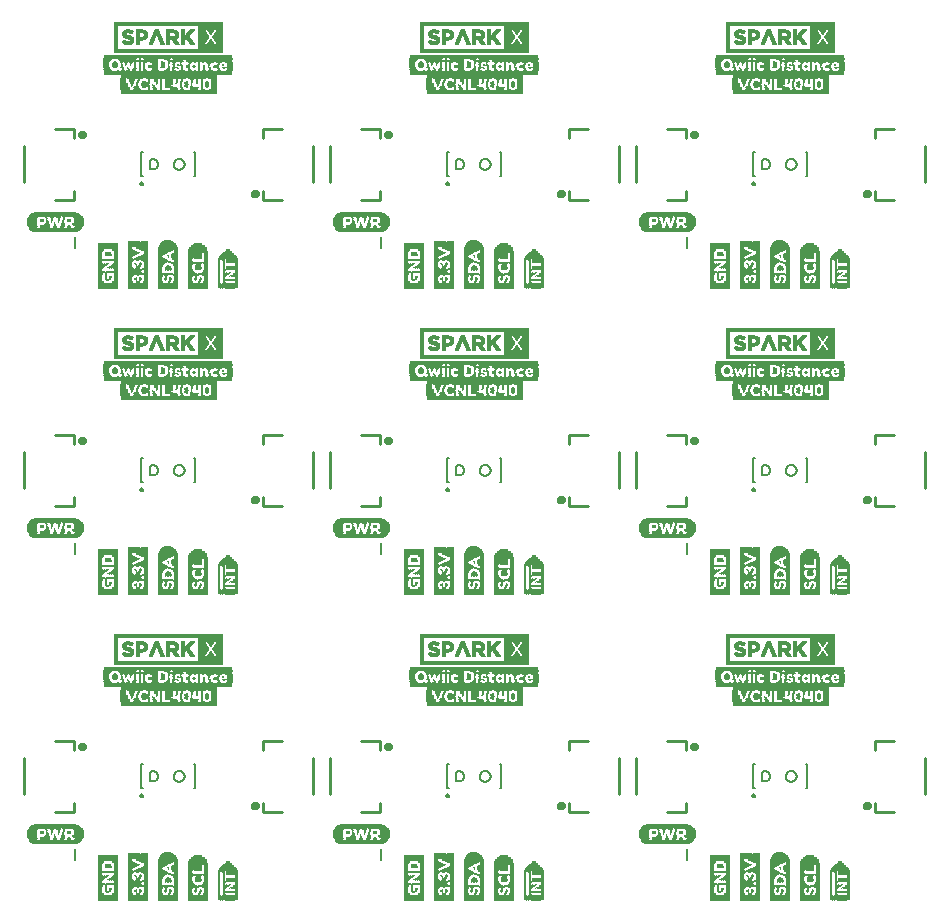
<source format=gto>
G75*
%MOIN*%
%OFA0B0*%
%FSLAX25Y25*%
%IPPOS*%
%LPD*%
%AMOC8*
5,1,8,0,0,1.08239X$1,22.5*
%
%ADD10C,0.01000*%
%ADD11C,0.01575*%
%ADD12C,0.00039*%
%ADD13R,0.42992X0.00157*%
%ADD14R,0.11024X0.00157*%
%ADD15R,0.00945X0.00157*%
%ADD16R,0.09134X0.00157*%
%ADD17R,0.20157X0.00157*%
%ADD18R,0.03465X0.00157*%
%ADD19R,0.06772X0.00157*%
%ADD20R,0.00630X0.00157*%
%ADD21R,0.08819X0.00157*%
%ADD22R,0.20000X0.00157*%
%ADD23R,0.02992X0.00157*%
%ADD24R,0.06299X0.00157*%
%ADD25R,0.00472X0.00157*%
%ADD26R,0.04882X0.00157*%
%ADD27R,0.01732X0.00157*%
%ADD28R,0.02677X0.00157*%
%ADD29R,0.05984X0.00157*%
%ADD30R,0.01417X0.00157*%
%ADD31R,0.03622X0.00157*%
%ADD32R,0.15591X0.00157*%
%ADD33R,0.02520X0.00157*%
%ADD34R,0.05827X0.00157*%
%ADD35R,0.01102X0.00157*%
%ADD36R,0.15433X0.00157*%
%ADD37R,0.02362X0.00157*%
%ADD38R,0.05669X0.00157*%
%ADD39R,0.02205X0.00157*%
%ADD40R,0.12756X0.00157*%
%ADD41R,0.05354X0.00157*%
%ADD42R,0.02047X0.00157*%
%ADD43R,0.12598X0.00157*%
%ADD44R,0.05197X0.00157*%
%ADD45R,0.01890X0.00157*%
%ADD46R,0.00787X0.00157*%
%ADD47R,0.01575X0.00157*%
%ADD48R,0.01260X0.00157*%
%ADD49R,0.00157X0.00157*%
%ADD50R,0.00315X0.00157*%
%ADD51R,0.00157X0.15906*%
%ADD52R,0.00157X0.02992*%
%ADD53R,0.00157X0.03937*%
%ADD54R,0.00157X0.07402*%
%ADD55R,0.00157X0.02520*%
%ADD56R,0.00157X0.03307*%
%ADD57R,0.00157X0.01102*%
%ADD58R,0.00157X0.02362*%
%ADD59R,0.00157X0.01890*%
%ADD60R,0.00157X0.02677*%
%ADD61R,0.00157X0.00787*%
%ADD62R,0.00157X0.01732*%
%ADD63R,0.00157X0.02205*%
%ADD64R,0.00157X0.00630*%
%ADD65R,0.00157X0.02047*%
%ADD66R,0.00157X0.00472*%
%ADD67R,0.00157X0.00315*%
%ADD68R,0.00157X0.00945*%
%ADD69R,0.00157X0.01575*%
%ADD70R,0.00157X0.01417*%
%ADD71R,0.00157X0.01260*%
%ADD72R,0.00157X0.03150*%
%ADD73R,0.00157X0.03622*%
%ADD74R,0.00157X0.02835*%
%ADD75R,0.00157X0.03465*%
%ADD76R,0.00157X0.15276*%
%ADD77R,0.00157X0.11024*%
%ADD78R,0.00157X0.10079*%
%ADD79R,0.00157X0.10236*%
%ADD80R,0.00157X0.10551*%
%ADD81R,0.00157X0.10709*%
%ADD82R,0.00157X0.11811*%
%ADD83R,0.00157X0.11969*%
%ADD84R,0.00157X0.12126*%
%ADD85R,0.00157X0.12283*%
%ADD86R,0.00157X0.04409*%
%ADD87R,0.00157X0.04252*%
%ADD88R,0.00157X0.04094*%
%ADD89R,0.00157X0.03780*%
%ADD90R,0.00157X0.10866*%
%ADD91R,0.00157X0.12913*%
%ADD92R,0.00157X0.13386*%
%ADD93R,0.00157X0.13701*%
%ADD94R,0.00157X0.14016*%
%ADD95R,0.00157X0.14173*%
%ADD96R,0.00157X0.14331*%
%ADD97R,0.00157X0.14488*%
%ADD98R,0.00157X0.07087*%
%ADD99R,0.00157X0.04882*%
%ADD100R,0.00157X0.05039*%
%ADD101R,0.00157X0.05197*%
%ADD102R,0.00157X0.13858*%
%ADD103R,0.00157X0.14646*%
%ADD104R,0.00157X0.14961*%
%ADD105R,0.00157X0.15118*%
%ADD106R,0.00157X0.15433*%
%ADD107R,0.00157X0.04567*%
%ADD108C,0.00500*%
%ADD109R,0.14331X0.00157*%
%ADD110R,0.15276X0.00157*%
%ADD111R,0.15906X0.00157*%
%ADD112R,0.16535X0.00157*%
%ADD113R,0.16850X0.00157*%
%ADD114R,0.17165X0.00157*%
%ADD115R,0.17480X0.00157*%
%ADD116R,0.06614X0.00157*%
%ADD117R,0.04094X0.00157*%
%ADD118R,0.03780X0.00157*%
%ADD119R,0.03150X0.00157*%
%ADD120R,0.03307X0.00157*%
%ADD121R,0.02835X0.00157*%
%ADD122R,0.32283X0.00157*%
%ADD123R,0.05512X0.00157*%
%ADD124R,0.09606X0.00157*%
%ADD125R,0.04252X0.00157*%
%ADD126C,0.00700*%
D10*
X0040876Y0066939D02*
X0047372Y0066939D01*
X0047372Y0069892D01*
X0030640Y0072844D02*
X0030640Y0084656D01*
X0040876Y0090561D02*
X0047372Y0090561D01*
X0047372Y0087608D01*
X0110128Y0087608D02*
X0110128Y0090561D01*
X0116624Y0090561D01*
X0126860Y0084656D02*
X0126860Y0072844D01*
X0132640Y0072844D02*
X0132640Y0084656D01*
X0142876Y0090561D02*
X0149372Y0090561D01*
X0149372Y0087608D01*
X0149372Y0069892D02*
X0149372Y0066939D01*
X0142876Y0066939D01*
X0116624Y0066939D02*
X0110128Y0066939D01*
X0110128Y0069892D01*
X0212128Y0069892D02*
X0212128Y0066939D01*
X0218624Y0066939D01*
X0228860Y0072844D02*
X0228860Y0084656D01*
X0234640Y0084656D02*
X0234640Y0072844D01*
X0244876Y0066939D02*
X0251372Y0066939D01*
X0251372Y0069892D01*
X0251372Y0087608D02*
X0251372Y0090561D01*
X0244876Y0090561D01*
X0218624Y0090561D02*
X0212128Y0090561D01*
X0212128Y0087608D01*
X0212128Y0168939D02*
X0212128Y0171892D01*
X0212128Y0168939D02*
X0218624Y0168939D01*
X0228860Y0174844D02*
X0228860Y0186656D01*
X0234640Y0186656D02*
X0234640Y0174844D01*
X0244876Y0168939D02*
X0251372Y0168939D01*
X0251372Y0171892D01*
X0251372Y0189608D02*
X0251372Y0192561D01*
X0244876Y0192561D01*
X0218624Y0192561D02*
X0212128Y0192561D01*
X0212128Y0189608D01*
X0149372Y0189608D02*
X0149372Y0192561D01*
X0142876Y0192561D01*
X0132640Y0186656D02*
X0132640Y0174844D01*
X0126860Y0174844D02*
X0126860Y0186656D01*
X0116624Y0192561D02*
X0110128Y0192561D01*
X0110128Y0189608D01*
X0110128Y0171892D02*
X0110128Y0168939D01*
X0116624Y0168939D01*
X0142876Y0168939D02*
X0149372Y0168939D01*
X0149372Y0171892D01*
X0047372Y0171892D02*
X0047372Y0168939D01*
X0040876Y0168939D01*
X0030640Y0174844D02*
X0030640Y0186656D01*
X0040876Y0192561D02*
X0047372Y0192561D01*
X0047372Y0189608D01*
X0047372Y0270939D02*
X0040876Y0270939D01*
X0047372Y0270939D02*
X0047372Y0273892D01*
X0030640Y0276844D02*
X0030640Y0288656D01*
X0040876Y0294561D02*
X0047372Y0294561D01*
X0047372Y0291608D01*
X0110128Y0291608D02*
X0110128Y0294561D01*
X0116624Y0294561D01*
X0126860Y0288656D02*
X0126860Y0276844D01*
X0132640Y0276844D02*
X0132640Y0288656D01*
X0142876Y0294561D02*
X0149372Y0294561D01*
X0149372Y0291608D01*
X0149372Y0273892D02*
X0149372Y0270939D01*
X0142876Y0270939D01*
X0116624Y0270939D02*
X0110128Y0270939D01*
X0110128Y0273892D01*
X0212128Y0273892D02*
X0212128Y0270939D01*
X0218624Y0270939D01*
X0228860Y0276844D02*
X0228860Y0288656D01*
X0234640Y0288656D02*
X0234640Y0276844D01*
X0244876Y0270939D02*
X0251372Y0270939D01*
X0251372Y0273892D01*
X0251372Y0291608D02*
X0251372Y0294561D01*
X0244876Y0294561D01*
X0218624Y0294561D02*
X0212128Y0294561D01*
X0212128Y0291608D01*
X0314128Y0291608D02*
X0314128Y0294561D01*
X0320624Y0294561D01*
X0330860Y0288656D02*
X0330860Y0276844D01*
X0320624Y0270939D02*
X0314128Y0270939D01*
X0314128Y0273892D01*
X0314128Y0192561D02*
X0320624Y0192561D01*
X0314128Y0192561D02*
X0314128Y0189608D01*
X0330860Y0186656D02*
X0330860Y0174844D01*
X0320624Y0168939D02*
X0314128Y0168939D01*
X0314128Y0171892D01*
X0314128Y0090561D02*
X0320624Y0090561D01*
X0314128Y0090561D02*
X0314128Y0087608D01*
X0330860Y0084656D02*
X0330860Y0072844D01*
X0320624Y0066939D02*
X0314128Y0066939D01*
X0314128Y0069892D01*
D11*
X0311012Y0068907D02*
X0311014Y0068954D01*
X0311020Y0069000D01*
X0311029Y0069046D01*
X0311043Y0069090D01*
X0311060Y0069134D01*
X0311081Y0069175D01*
X0311105Y0069215D01*
X0311132Y0069253D01*
X0311163Y0069288D01*
X0311196Y0069321D01*
X0311232Y0069351D01*
X0311271Y0069377D01*
X0311311Y0069401D01*
X0311353Y0069420D01*
X0311397Y0069437D01*
X0311442Y0069449D01*
X0311488Y0069458D01*
X0311534Y0069463D01*
X0311581Y0069464D01*
X0311627Y0069461D01*
X0311673Y0069454D01*
X0311719Y0069443D01*
X0311763Y0069429D01*
X0311806Y0069411D01*
X0311847Y0069389D01*
X0311887Y0069364D01*
X0311924Y0069336D01*
X0311959Y0069305D01*
X0311991Y0069271D01*
X0312020Y0069234D01*
X0312045Y0069196D01*
X0312068Y0069155D01*
X0312087Y0069112D01*
X0312102Y0069068D01*
X0312114Y0069023D01*
X0312122Y0068977D01*
X0312126Y0068930D01*
X0312126Y0068884D01*
X0312122Y0068837D01*
X0312114Y0068791D01*
X0312102Y0068746D01*
X0312087Y0068702D01*
X0312068Y0068659D01*
X0312045Y0068618D01*
X0312020Y0068580D01*
X0311991Y0068543D01*
X0311959Y0068509D01*
X0311924Y0068478D01*
X0311887Y0068450D01*
X0311848Y0068425D01*
X0311806Y0068403D01*
X0311763Y0068385D01*
X0311719Y0068371D01*
X0311673Y0068360D01*
X0311627Y0068353D01*
X0311581Y0068350D01*
X0311534Y0068351D01*
X0311488Y0068356D01*
X0311442Y0068365D01*
X0311397Y0068377D01*
X0311353Y0068394D01*
X0311311Y0068413D01*
X0311271Y0068437D01*
X0311232Y0068463D01*
X0311196Y0068493D01*
X0311163Y0068526D01*
X0311132Y0068561D01*
X0311105Y0068599D01*
X0311081Y0068639D01*
X0311060Y0068680D01*
X0311043Y0068724D01*
X0311029Y0068768D01*
X0311020Y0068814D01*
X0311014Y0068860D01*
X0311012Y0068907D01*
X0253374Y0088593D02*
X0253376Y0088640D01*
X0253382Y0088686D01*
X0253391Y0088732D01*
X0253405Y0088776D01*
X0253422Y0088820D01*
X0253443Y0088861D01*
X0253467Y0088901D01*
X0253494Y0088939D01*
X0253525Y0088974D01*
X0253558Y0089007D01*
X0253594Y0089037D01*
X0253633Y0089063D01*
X0253673Y0089087D01*
X0253715Y0089106D01*
X0253759Y0089123D01*
X0253804Y0089135D01*
X0253850Y0089144D01*
X0253896Y0089149D01*
X0253943Y0089150D01*
X0253989Y0089147D01*
X0254035Y0089140D01*
X0254081Y0089129D01*
X0254125Y0089115D01*
X0254168Y0089097D01*
X0254209Y0089075D01*
X0254249Y0089050D01*
X0254286Y0089022D01*
X0254321Y0088991D01*
X0254353Y0088957D01*
X0254382Y0088920D01*
X0254407Y0088882D01*
X0254430Y0088841D01*
X0254449Y0088798D01*
X0254464Y0088754D01*
X0254476Y0088709D01*
X0254484Y0088663D01*
X0254488Y0088616D01*
X0254488Y0088570D01*
X0254484Y0088523D01*
X0254476Y0088477D01*
X0254464Y0088432D01*
X0254449Y0088388D01*
X0254430Y0088345D01*
X0254407Y0088304D01*
X0254382Y0088266D01*
X0254353Y0088229D01*
X0254321Y0088195D01*
X0254286Y0088164D01*
X0254249Y0088136D01*
X0254210Y0088111D01*
X0254168Y0088089D01*
X0254125Y0088071D01*
X0254081Y0088057D01*
X0254035Y0088046D01*
X0253989Y0088039D01*
X0253943Y0088036D01*
X0253896Y0088037D01*
X0253850Y0088042D01*
X0253804Y0088051D01*
X0253759Y0088063D01*
X0253715Y0088080D01*
X0253673Y0088099D01*
X0253633Y0088123D01*
X0253594Y0088149D01*
X0253558Y0088179D01*
X0253525Y0088212D01*
X0253494Y0088247D01*
X0253467Y0088285D01*
X0253443Y0088325D01*
X0253422Y0088366D01*
X0253405Y0088410D01*
X0253391Y0088454D01*
X0253382Y0088500D01*
X0253376Y0088546D01*
X0253374Y0088593D01*
X0209012Y0068907D02*
X0209014Y0068954D01*
X0209020Y0069000D01*
X0209029Y0069046D01*
X0209043Y0069090D01*
X0209060Y0069134D01*
X0209081Y0069175D01*
X0209105Y0069215D01*
X0209132Y0069253D01*
X0209163Y0069288D01*
X0209196Y0069321D01*
X0209232Y0069351D01*
X0209271Y0069377D01*
X0209311Y0069401D01*
X0209353Y0069420D01*
X0209397Y0069437D01*
X0209442Y0069449D01*
X0209488Y0069458D01*
X0209534Y0069463D01*
X0209581Y0069464D01*
X0209627Y0069461D01*
X0209673Y0069454D01*
X0209719Y0069443D01*
X0209763Y0069429D01*
X0209806Y0069411D01*
X0209847Y0069389D01*
X0209887Y0069364D01*
X0209924Y0069336D01*
X0209959Y0069305D01*
X0209991Y0069271D01*
X0210020Y0069234D01*
X0210045Y0069196D01*
X0210068Y0069155D01*
X0210087Y0069112D01*
X0210102Y0069068D01*
X0210114Y0069023D01*
X0210122Y0068977D01*
X0210126Y0068930D01*
X0210126Y0068884D01*
X0210122Y0068837D01*
X0210114Y0068791D01*
X0210102Y0068746D01*
X0210087Y0068702D01*
X0210068Y0068659D01*
X0210045Y0068618D01*
X0210020Y0068580D01*
X0209991Y0068543D01*
X0209959Y0068509D01*
X0209924Y0068478D01*
X0209887Y0068450D01*
X0209848Y0068425D01*
X0209806Y0068403D01*
X0209763Y0068385D01*
X0209719Y0068371D01*
X0209673Y0068360D01*
X0209627Y0068353D01*
X0209581Y0068350D01*
X0209534Y0068351D01*
X0209488Y0068356D01*
X0209442Y0068365D01*
X0209397Y0068377D01*
X0209353Y0068394D01*
X0209311Y0068413D01*
X0209271Y0068437D01*
X0209232Y0068463D01*
X0209196Y0068493D01*
X0209163Y0068526D01*
X0209132Y0068561D01*
X0209105Y0068599D01*
X0209081Y0068639D01*
X0209060Y0068680D01*
X0209043Y0068724D01*
X0209029Y0068768D01*
X0209020Y0068814D01*
X0209014Y0068860D01*
X0209012Y0068907D01*
X0151374Y0088593D02*
X0151376Y0088640D01*
X0151382Y0088686D01*
X0151391Y0088732D01*
X0151405Y0088776D01*
X0151422Y0088820D01*
X0151443Y0088861D01*
X0151467Y0088901D01*
X0151494Y0088939D01*
X0151525Y0088974D01*
X0151558Y0089007D01*
X0151594Y0089037D01*
X0151633Y0089063D01*
X0151673Y0089087D01*
X0151715Y0089106D01*
X0151759Y0089123D01*
X0151804Y0089135D01*
X0151850Y0089144D01*
X0151896Y0089149D01*
X0151943Y0089150D01*
X0151989Y0089147D01*
X0152035Y0089140D01*
X0152081Y0089129D01*
X0152125Y0089115D01*
X0152168Y0089097D01*
X0152209Y0089075D01*
X0152249Y0089050D01*
X0152286Y0089022D01*
X0152321Y0088991D01*
X0152353Y0088957D01*
X0152382Y0088920D01*
X0152407Y0088882D01*
X0152430Y0088841D01*
X0152449Y0088798D01*
X0152464Y0088754D01*
X0152476Y0088709D01*
X0152484Y0088663D01*
X0152488Y0088616D01*
X0152488Y0088570D01*
X0152484Y0088523D01*
X0152476Y0088477D01*
X0152464Y0088432D01*
X0152449Y0088388D01*
X0152430Y0088345D01*
X0152407Y0088304D01*
X0152382Y0088266D01*
X0152353Y0088229D01*
X0152321Y0088195D01*
X0152286Y0088164D01*
X0152249Y0088136D01*
X0152210Y0088111D01*
X0152168Y0088089D01*
X0152125Y0088071D01*
X0152081Y0088057D01*
X0152035Y0088046D01*
X0151989Y0088039D01*
X0151943Y0088036D01*
X0151896Y0088037D01*
X0151850Y0088042D01*
X0151804Y0088051D01*
X0151759Y0088063D01*
X0151715Y0088080D01*
X0151673Y0088099D01*
X0151633Y0088123D01*
X0151594Y0088149D01*
X0151558Y0088179D01*
X0151525Y0088212D01*
X0151494Y0088247D01*
X0151467Y0088285D01*
X0151443Y0088325D01*
X0151422Y0088366D01*
X0151405Y0088410D01*
X0151391Y0088454D01*
X0151382Y0088500D01*
X0151376Y0088546D01*
X0151374Y0088593D01*
X0107012Y0068907D02*
X0107014Y0068954D01*
X0107020Y0069000D01*
X0107029Y0069046D01*
X0107043Y0069090D01*
X0107060Y0069134D01*
X0107081Y0069175D01*
X0107105Y0069215D01*
X0107132Y0069253D01*
X0107163Y0069288D01*
X0107196Y0069321D01*
X0107232Y0069351D01*
X0107271Y0069377D01*
X0107311Y0069401D01*
X0107353Y0069420D01*
X0107397Y0069437D01*
X0107442Y0069449D01*
X0107488Y0069458D01*
X0107534Y0069463D01*
X0107581Y0069464D01*
X0107627Y0069461D01*
X0107673Y0069454D01*
X0107719Y0069443D01*
X0107763Y0069429D01*
X0107806Y0069411D01*
X0107847Y0069389D01*
X0107887Y0069364D01*
X0107924Y0069336D01*
X0107959Y0069305D01*
X0107991Y0069271D01*
X0108020Y0069234D01*
X0108045Y0069196D01*
X0108068Y0069155D01*
X0108087Y0069112D01*
X0108102Y0069068D01*
X0108114Y0069023D01*
X0108122Y0068977D01*
X0108126Y0068930D01*
X0108126Y0068884D01*
X0108122Y0068837D01*
X0108114Y0068791D01*
X0108102Y0068746D01*
X0108087Y0068702D01*
X0108068Y0068659D01*
X0108045Y0068618D01*
X0108020Y0068580D01*
X0107991Y0068543D01*
X0107959Y0068509D01*
X0107924Y0068478D01*
X0107887Y0068450D01*
X0107848Y0068425D01*
X0107806Y0068403D01*
X0107763Y0068385D01*
X0107719Y0068371D01*
X0107673Y0068360D01*
X0107627Y0068353D01*
X0107581Y0068350D01*
X0107534Y0068351D01*
X0107488Y0068356D01*
X0107442Y0068365D01*
X0107397Y0068377D01*
X0107353Y0068394D01*
X0107311Y0068413D01*
X0107271Y0068437D01*
X0107232Y0068463D01*
X0107196Y0068493D01*
X0107163Y0068526D01*
X0107132Y0068561D01*
X0107105Y0068599D01*
X0107081Y0068639D01*
X0107060Y0068680D01*
X0107043Y0068724D01*
X0107029Y0068768D01*
X0107020Y0068814D01*
X0107014Y0068860D01*
X0107012Y0068907D01*
X0049374Y0088593D02*
X0049376Y0088640D01*
X0049382Y0088686D01*
X0049391Y0088732D01*
X0049405Y0088776D01*
X0049422Y0088820D01*
X0049443Y0088861D01*
X0049467Y0088901D01*
X0049494Y0088939D01*
X0049525Y0088974D01*
X0049558Y0089007D01*
X0049594Y0089037D01*
X0049633Y0089063D01*
X0049673Y0089087D01*
X0049715Y0089106D01*
X0049759Y0089123D01*
X0049804Y0089135D01*
X0049850Y0089144D01*
X0049896Y0089149D01*
X0049943Y0089150D01*
X0049989Y0089147D01*
X0050035Y0089140D01*
X0050081Y0089129D01*
X0050125Y0089115D01*
X0050168Y0089097D01*
X0050209Y0089075D01*
X0050249Y0089050D01*
X0050286Y0089022D01*
X0050321Y0088991D01*
X0050353Y0088957D01*
X0050382Y0088920D01*
X0050407Y0088882D01*
X0050430Y0088841D01*
X0050449Y0088798D01*
X0050464Y0088754D01*
X0050476Y0088709D01*
X0050484Y0088663D01*
X0050488Y0088616D01*
X0050488Y0088570D01*
X0050484Y0088523D01*
X0050476Y0088477D01*
X0050464Y0088432D01*
X0050449Y0088388D01*
X0050430Y0088345D01*
X0050407Y0088304D01*
X0050382Y0088266D01*
X0050353Y0088229D01*
X0050321Y0088195D01*
X0050286Y0088164D01*
X0050249Y0088136D01*
X0050210Y0088111D01*
X0050168Y0088089D01*
X0050125Y0088071D01*
X0050081Y0088057D01*
X0050035Y0088046D01*
X0049989Y0088039D01*
X0049943Y0088036D01*
X0049896Y0088037D01*
X0049850Y0088042D01*
X0049804Y0088051D01*
X0049759Y0088063D01*
X0049715Y0088080D01*
X0049673Y0088099D01*
X0049633Y0088123D01*
X0049594Y0088149D01*
X0049558Y0088179D01*
X0049525Y0088212D01*
X0049494Y0088247D01*
X0049467Y0088285D01*
X0049443Y0088325D01*
X0049422Y0088366D01*
X0049405Y0088410D01*
X0049391Y0088454D01*
X0049382Y0088500D01*
X0049376Y0088546D01*
X0049374Y0088593D01*
X0107012Y0170907D02*
X0107014Y0170954D01*
X0107020Y0171000D01*
X0107029Y0171046D01*
X0107043Y0171090D01*
X0107060Y0171134D01*
X0107081Y0171175D01*
X0107105Y0171215D01*
X0107132Y0171253D01*
X0107163Y0171288D01*
X0107196Y0171321D01*
X0107232Y0171351D01*
X0107271Y0171377D01*
X0107311Y0171401D01*
X0107353Y0171420D01*
X0107397Y0171437D01*
X0107442Y0171449D01*
X0107488Y0171458D01*
X0107534Y0171463D01*
X0107581Y0171464D01*
X0107627Y0171461D01*
X0107673Y0171454D01*
X0107719Y0171443D01*
X0107763Y0171429D01*
X0107806Y0171411D01*
X0107847Y0171389D01*
X0107887Y0171364D01*
X0107924Y0171336D01*
X0107959Y0171305D01*
X0107991Y0171271D01*
X0108020Y0171234D01*
X0108045Y0171196D01*
X0108068Y0171155D01*
X0108087Y0171112D01*
X0108102Y0171068D01*
X0108114Y0171023D01*
X0108122Y0170977D01*
X0108126Y0170930D01*
X0108126Y0170884D01*
X0108122Y0170837D01*
X0108114Y0170791D01*
X0108102Y0170746D01*
X0108087Y0170702D01*
X0108068Y0170659D01*
X0108045Y0170618D01*
X0108020Y0170580D01*
X0107991Y0170543D01*
X0107959Y0170509D01*
X0107924Y0170478D01*
X0107887Y0170450D01*
X0107848Y0170425D01*
X0107806Y0170403D01*
X0107763Y0170385D01*
X0107719Y0170371D01*
X0107673Y0170360D01*
X0107627Y0170353D01*
X0107581Y0170350D01*
X0107534Y0170351D01*
X0107488Y0170356D01*
X0107442Y0170365D01*
X0107397Y0170377D01*
X0107353Y0170394D01*
X0107311Y0170413D01*
X0107271Y0170437D01*
X0107232Y0170463D01*
X0107196Y0170493D01*
X0107163Y0170526D01*
X0107132Y0170561D01*
X0107105Y0170599D01*
X0107081Y0170639D01*
X0107060Y0170680D01*
X0107043Y0170724D01*
X0107029Y0170768D01*
X0107020Y0170814D01*
X0107014Y0170860D01*
X0107012Y0170907D01*
X0151374Y0190593D02*
X0151376Y0190640D01*
X0151382Y0190686D01*
X0151391Y0190732D01*
X0151405Y0190776D01*
X0151422Y0190820D01*
X0151443Y0190861D01*
X0151467Y0190901D01*
X0151494Y0190939D01*
X0151525Y0190974D01*
X0151558Y0191007D01*
X0151594Y0191037D01*
X0151633Y0191063D01*
X0151673Y0191087D01*
X0151715Y0191106D01*
X0151759Y0191123D01*
X0151804Y0191135D01*
X0151850Y0191144D01*
X0151896Y0191149D01*
X0151943Y0191150D01*
X0151989Y0191147D01*
X0152035Y0191140D01*
X0152081Y0191129D01*
X0152125Y0191115D01*
X0152168Y0191097D01*
X0152209Y0191075D01*
X0152249Y0191050D01*
X0152286Y0191022D01*
X0152321Y0190991D01*
X0152353Y0190957D01*
X0152382Y0190920D01*
X0152407Y0190882D01*
X0152430Y0190841D01*
X0152449Y0190798D01*
X0152464Y0190754D01*
X0152476Y0190709D01*
X0152484Y0190663D01*
X0152488Y0190616D01*
X0152488Y0190570D01*
X0152484Y0190523D01*
X0152476Y0190477D01*
X0152464Y0190432D01*
X0152449Y0190388D01*
X0152430Y0190345D01*
X0152407Y0190304D01*
X0152382Y0190266D01*
X0152353Y0190229D01*
X0152321Y0190195D01*
X0152286Y0190164D01*
X0152249Y0190136D01*
X0152210Y0190111D01*
X0152168Y0190089D01*
X0152125Y0190071D01*
X0152081Y0190057D01*
X0152035Y0190046D01*
X0151989Y0190039D01*
X0151943Y0190036D01*
X0151896Y0190037D01*
X0151850Y0190042D01*
X0151804Y0190051D01*
X0151759Y0190063D01*
X0151715Y0190080D01*
X0151673Y0190099D01*
X0151633Y0190123D01*
X0151594Y0190149D01*
X0151558Y0190179D01*
X0151525Y0190212D01*
X0151494Y0190247D01*
X0151467Y0190285D01*
X0151443Y0190325D01*
X0151422Y0190366D01*
X0151405Y0190410D01*
X0151391Y0190454D01*
X0151382Y0190500D01*
X0151376Y0190546D01*
X0151374Y0190593D01*
X0209012Y0170907D02*
X0209014Y0170954D01*
X0209020Y0171000D01*
X0209029Y0171046D01*
X0209043Y0171090D01*
X0209060Y0171134D01*
X0209081Y0171175D01*
X0209105Y0171215D01*
X0209132Y0171253D01*
X0209163Y0171288D01*
X0209196Y0171321D01*
X0209232Y0171351D01*
X0209271Y0171377D01*
X0209311Y0171401D01*
X0209353Y0171420D01*
X0209397Y0171437D01*
X0209442Y0171449D01*
X0209488Y0171458D01*
X0209534Y0171463D01*
X0209581Y0171464D01*
X0209627Y0171461D01*
X0209673Y0171454D01*
X0209719Y0171443D01*
X0209763Y0171429D01*
X0209806Y0171411D01*
X0209847Y0171389D01*
X0209887Y0171364D01*
X0209924Y0171336D01*
X0209959Y0171305D01*
X0209991Y0171271D01*
X0210020Y0171234D01*
X0210045Y0171196D01*
X0210068Y0171155D01*
X0210087Y0171112D01*
X0210102Y0171068D01*
X0210114Y0171023D01*
X0210122Y0170977D01*
X0210126Y0170930D01*
X0210126Y0170884D01*
X0210122Y0170837D01*
X0210114Y0170791D01*
X0210102Y0170746D01*
X0210087Y0170702D01*
X0210068Y0170659D01*
X0210045Y0170618D01*
X0210020Y0170580D01*
X0209991Y0170543D01*
X0209959Y0170509D01*
X0209924Y0170478D01*
X0209887Y0170450D01*
X0209848Y0170425D01*
X0209806Y0170403D01*
X0209763Y0170385D01*
X0209719Y0170371D01*
X0209673Y0170360D01*
X0209627Y0170353D01*
X0209581Y0170350D01*
X0209534Y0170351D01*
X0209488Y0170356D01*
X0209442Y0170365D01*
X0209397Y0170377D01*
X0209353Y0170394D01*
X0209311Y0170413D01*
X0209271Y0170437D01*
X0209232Y0170463D01*
X0209196Y0170493D01*
X0209163Y0170526D01*
X0209132Y0170561D01*
X0209105Y0170599D01*
X0209081Y0170639D01*
X0209060Y0170680D01*
X0209043Y0170724D01*
X0209029Y0170768D01*
X0209020Y0170814D01*
X0209014Y0170860D01*
X0209012Y0170907D01*
X0253374Y0190593D02*
X0253376Y0190640D01*
X0253382Y0190686D01*
X0253391Y0190732D01*
X0253405Y0190776D01*
X0253422Y0190820D01*
X0253443Y0190861D01*
X0253467Y0190901D01*
X0253494Y0190939D01*
X0253525Y0190974D01*
X0253558Y0191007D01*
X0253594Y0191037D01*
X0253633Y0191063D01*
X0253673Y0191087D01*
X0253715Y0191106D01*
X0253759Y0191123D01*
X0253804Y0191135D01*
X0253850Y0191144D01*
X0253896Y0191149D01*
X0253943Y0191150D01*
X0253989Y0191147D01*
X0254035Y0191140D01*
X0254081Y0191129D01*
X0254125Y0191115D01*
X0254168Y0191097D01*
X0254209Y0191075D01*
X0254249Y0191050D01*
X0254286Y0191022D01*
X0254321Y0190991D01*
X0254353Y0190957D01*
X0254382Y0190920D01*
X0254407Y0190882D01*
X0254430Y0190841D01*
X0254449Y0190798D01*
X0254464Y0190754D01*
X0254476Y0190709D01*
X0254484Y0190663D01*
X0254488Y0190616D01*
X0254488Y0190570D01*
X0254484Y0190523D01*
X0254476Y0190477D01*
X0254464Y0190432D01*
X0254449Y0190388D01*
X0254430Y0190345D01*
X0254407Y0190304D01*
X0254382Y0190266D01*
X0254353Y0190229D01*
X0254321Y0190195D01*
X0254286Y0190164D01*
X0254249Y0190136D01*
X0254210Y0190111D01*
X0254168Y0190089D01*
X0254125Y0190071D01*
X0254081Y0190057D01*
X0254035Y0190046D01*
X0253989Y0190039D01*
X0253943Y0190036D01*
X0253896Y0190037D01*
X0253850Y0190042D01*
X0253804Y0190051D01*
X0253759Y0190063D01*
X0253715Y0190080D01*
X0253673Y0190099D01*
X0253633Y0190123D01*
X0253594Y0190149D01*
X0253558Y0190179D01*
X0253525Y0190212D01*
X0253494Y0190247D01*
X0253467Y0190285D01*
X0253443Y0190325D01*
X0253422Y0190366D01*
X0253405Y0190410D01*
X0253391Y0190454D01*
X0253382Y0190500D01*
X0253376Y0190546D01*
X0253374Y0190593D01*
X0311012Y0170907D02*
X0311014Y0170954D01*
X0311020Y0171000D01*
X0311029Y0171046D01*
X0311043Y0171090D01*
X0311060Y0171134D01*
X0311081Y0171175D01*
X0311105Y0171215D01*
X0311132Y0171253D01*
X0311163Y0171288D01*
X0311196Y0171321D01*
X0311232Y0171351D01*
X0311271Y0171377D01*
X0311311Y0171401D01*
X0311353Y0171420D01*
X0311397Y0171437D01*
X0311442Y0171449D01*
X0311488Y0171458D01*
X0311534Y0171463D01*
X0311581Y0171464D01*
X0311627Y0171461D01*
X0311673Y0171454D01*
X0311719Y0171443D01*
X0311763Y0171429D01*
X0311806Y0171411D01*
X0311847Y0171389D01*
X0311887Y0171364D01*
X0311924Y0171336D01*
X0311959Y0171305D01*
X0311991Y0171271D01*
X0312020Y0171234D01*
X0312045Y0171196D01*
X0312068Y0171155D01*
X0312087Y0171112D01*
X0312102Y0171068D01*
X0312114Y0171023D01*
X0312122Y0170977D01*
X0312126Y0170930D01*
X0312126Y0170884D01*
X0312122Y0170837D01*
X0312114Y0170791D01*
X0312102Y0170746D01*
X0312087Y0170702D01*
X0312068Y0170659D01*
X0312045Y0170618D01*
X0312020Y0170580D01*
X0311991Y0170543D01*
X0311959Y0170509D01*
X0311924Y0170478D01*
X0311887Y0170450D01*
X0311848Y0170425D01*
X0311806Y0170403D01*
X0311763Y0170385D01*
X0311719Y0170371D01*
X0311673Y0170360D01*
X0311627Y0170353D01*
X0311581Y0170350D01*
X0311534Y0170351D01*
X0311488Y0170356D01*
X0311442Y0170365D01*
X0311397Y0170377D01*
X0311353Y0170394D01*
X0311311Y0170413D01*
X0311271Y0170437D01*
X0311232Y0170463D01*
X0311196Y0170493D01*
X0311163Y0170526D01*
X0311132Y0170561D01*
X0311105Y0170599D01*
X0311081Y0170639D01*
X0311060Y0170680D01*
X0311043Y0170724D01*
X0311029Y0170768D01*
X0311020Y0170814D01*
X0311014Y0170860D01*
X0311012Y0170907D01*
X0311012Y0272907D02*
X0311014Y0272954D01*
X0311020Y0273000D01*
X0311029Y0273046D01*
X0311043Y0273090D01*
X0311060Y0273134D01*
X0311081Y0273175D01*
X0311105Y0273215D01*
X0311132Y0273253D01*
X0311163Y0273288D01*
X0311196Y0273321D01*
X0311232Y0273351D01*
X0311271Y0273377D01*
X0311311Y0273401D01*
X0311353Y0273420D01*
X0311397Y0273437D01*
X0311442Y0273449D01*
X0311488Y0273458D01*
X0311534Y0273463D01*
X0311581Y0273464D01*
X0311627Y0273461D01*
X0311673Y0273454D01*
X0311719Y0273443D01*
X0311763Y0273429D01*
X0311806Y0273411D01*
X0311847Y0273389D01*
X0311887Y0273364D01*
X0311924Y0273336D01*
X0311959Y0273305D01*
X0311991Y0273271D01*
X0312020Y0273234D01*
X0312045Y0273196D01*
X0312068Y0273155D01*
X0312087Y0273112D01*
X0312102Y0273068D01*
X0312114Y0273023D01*
X0312122Y0272977D01*
X0312126Y0272930D01*
X0312126Y0272884D01*
X0312122Y0272837D01*
X0312114Y0272791D01*
X0312102Y0272746D01*
X0312087Y0272702D01*
X0312068Y0272659D01*
X0312045Y0272618D01*
X0312020Y0272580D01*
X0311991Y0272543D01*
X0311959Y0272509D01*
X0311924Y0272478D01*
X0311887Y0272450D01*
X0311848Y0272425D01*
X0311806Y0272403D01*
X0311763Y0272385D01*
X0311719Y0272371D01*
X0311673Y0272360D01*
X0311627Y0272353D01*
X0311581Y0272350D01*
X0311534Y0272351D01*
X0311488Y0272356D01*
X0311442Y0272365D01*
X0311397Y0272377D01*
X0311353Y0272394D01*
X0311311Y0272413D01*
X0311271Y0272437D01*
X0311232Y0272463D01*
X0311196Y0272493D01*
X0311163Y0272526D01*
X0311132Y0272561D01*
X0311105Y0272599D01*
X0311081Y0272639D01*
X0311060Y0272680D01*
X0311043Y0272724D01*
X0311029Y0272768D01*
X0311020Y0272814D01*
X0311014Y0272860D01*
X0311012Y0272907D01*
X0253374Y0292593D02*
X0253376Y0292640D01*
X0253382Y0292686D01*
X0253391Y0292732D01*
X0253405Y0292776D01*
X0253422Y0292820D01*
X0253443Y0292861D01*
X0253467Y0292901D01*
X0253494Y0292939D01*
X0253525Y0292974D01*
X0253558Y0293007D01*
X0253594Y0293037D01*
X0253633Y0293063D01*
X0253673Y0293087D01*
X0253715Y0293106D01*
X0253759Y0293123D01*
X0253804Y0293135D01*
X0253850Y0293144D01*
X0253896Y0293149D01*
X0253943Y0293150D01*
X0253989Y0293147D01*
X0254035Y0293140D01*
X0254081Y0293129D01*
X0254125Y0293115D01*
X0254168Y0293097D01*
X0254209Y0293075D01*
X0254249Y0293050D01*
X0254286Y0293022D01*
X0254321Y0292991D01*
X0254353Y0292957D01*
X0254382Y0292920D01*
X0254407Y0292882D01*
X0254430Y0292841D01*
X0254449Y0292798D01*
X0254464Y0292754D01*
X0254476Y0292709D01*
X0254484Y0292663D01*
X0254488Y0292616D01*
X0254488Y0292570D01*
X0254484Y0292523D01*
X0254476Y0292477D01*
X0254464Y0292432D01*
X0254449Y0292388D01*
X0254430Y0292345D01*
X0254407Y0292304D01*
X0254382Y0292266D01*
X0254353Y0292229D01*
X0254321Y0292195D01*
X0254286Y0292164D01*
X0254249Y0292136D01*
X0254210Y0292111D01*
X0254168Y0292089D01*
X0254125Y0292071D01*
X0254081Y0292057D01*
X0254035Y0292046D01*
X0253989Y0292039D01*
X0253943Y0292036D01*
X0253896Y0292037D01*
X0253850Y0292042D01*
X0253804Y0292051D01*
X0253759Y0292063D01*
X0253715Y0292080D01*
X0253673Y0292099D01*
X0253633Y0292123D01*
X0253594Y0292149D01*
X0253558Y0292179D01*
X0253525Y0292212D01*
X0253494Y0292247D01*
X0253467Y0292285D01*
X0253443Y0292325D01*
X0253422Y0292366D01*
X0253405Y0292410D01*
X0253391Y0292454D01*
X0253382Y0292500D01*
X0253376Y0292546D01*
X0253374Y0292593D01*
X0209012Y0272907D02*
X0209014Y0272954D01*
X0209020Y0273000D01*
X0209029Y0273046D01*
X0209043Y0273090D01*
X0209060Y0273134D01*
X0209081Y0273175D01*
X0209105Y0273215D01*
X0209132Y0273253D01*
X0209163Y0273288D01*
X0209196Y0273321D01*
X0209232Y0273351D01*
X0209271Y0273377D01*
X0209311Y0273401D01*
X0209353Y0273420D01*
X0209397Y0273437D01*
X0209442Y0273449D01*
X0209488Y0273458D01*
X0209534Y0273463D01*
X0209581Y0273464D01*
X0209627Y0273461D01*
X0209673Y0273454D01*
X0209719Y0273443D01*
X0209763Y0273429D01*
X0209806Y0273411D01*
X0209847Y0273389D01*
X0209887Y0273364D01*
X0209924Y0273336D01*
X0209959Y0273305D01*
X0209991Y0273271D01*
X0210020Y0273234D01*
X0210045Y0273196D01*
X0210068Y0273155D01*
X0210087Y0273112D01*
X0210102Y0273068D01*
X0210114Y0273023D01*
X0210122Y0272977D01*
X0210126Y0272930D01*
X0210126Y0272884D01*
X0210122Y0272837D01*
X0210114Y0272791D01*
X0210102Y0272746D01*
X0210087Y0272702D01*
X0210068Y0272659D01*
X0210045Y0272618D01*
X0210020Y0272580D01*
X0209991Y0272543D01*
X0209959Y0272509D01*
X0209924Y0272478D01*
X0209887Y0272450D01*
X0209848Y0272425D01*
X0209806Y0272403D01*
X0209763Y0272385D01*
X0209719Y0272371D01*
X0209673Y0272360D01*
X0209627Y0272353D01*
X0209581Y0272350D01*
X0209534Y0272351D01*
X0209488Y0272356D01*
X0209442Y0272365D01*
X0209397Y0272377D01*
X0209353Y0272394D01*
X0209311Y0272413D01*
X0209271Y0272437D01*
X0209232Y0272463D01*
X0209196Y0272493D01*
X0209163Y0272526D01*
X0209132Y0272561D01*
X0209105Y0272599D01*
X0209081Y0272639D01*
X0209060Y0272680D01*
X0209043Y0272724D01*
X0209029Y0272768D01*
X0209020Y0272814D01*
X0209014Y0272860D01*
X0209012Y0272907D01*
X0151374Y0292593D02*
X0151376Y0292640D01*
X0151382Y0292686D01*
X0151391Y0292732D01*
X0151405Y0292776D01*
X0151422Y0292820D01*
X0151443Y0292861D01*
X0151467Y0292901D01*
X0151494Y0292939D01*
X0151525Y0292974D01*
X0151558Y0293007D01*
X0151594Y0293037D01*
X0151633Y0293063D01*
X0151673Y0293087D01*
X0151715Y0293106D01*
X0151759Y0293123D01*
X0151804Y0293135D01*
X0151850Y0293144D01*
X0151896Y0293149D01*
X0151943Y0293150D01*
X0151989Y0293147D01*
X0152035Y0293140D01*
X0152081Y0293129D01*
X0152125Y0293115D01*
X0152168Y0293097D01*
X0152209Y0293075D01*
X0152249Y0293050D01*
X0152286Y0293022D01*
X0152321Y0292991D01*
X0152353Y0292957D01*
X0152382Y0292920D01*
X0152407Y0292882D01*
X0152430Y0292841D01*
X0152449Y0292798D01*
X0152464Y0292754D01*
X0152476Y0292709D01*
X0152484Y0292663D01*
X0152488Y0292616D01*
X0152488Y0292570D01*
X0152484Y0292523D01*
X0152476Y0292477D01*
X0152464Y0292432D01*
X0152449Y0292388D01*
X0152430Y0292345D01*
X0152407Y0292304D01*
X0152382Y0292266D01*
X0152353Y0292229D01*
X0152321Y0292195D01*
X0152286Y0292164D01*
X0152249Y0292136D01*
X0152210Y0292111D01*
X0152168Y0292089D01*
X0152125Y0292071D01*
X0152081Y0292057D01*
X0152035Y0292046D01*
X0151989Y0292039D01*
X0151943Y0292036D01*
X0151896Y0292037D01*
X0151850Y0292042D01*
X0151804Y0292051D01*
X0151759Y0292063D01*
X0151715Y0292080D01*
X0151673Y0292099D01*
X0151633Y0292123D01*
X0151594Y0292149D01*
X0151558Y0292179D01*
X0151525Y0292212D01*
X0151494Y0292247D01*
X0151467Y0292285D01*
X0151443Y0292325D01*
X0151422Y0292366D01*
X0151405Y0292410D01*
X0151391Y0292454D01*
X0151382Y0292500D01*
X0151376Y0292546D01*
X0151374Y0292593D01*
X0107012Y0272907D02*
X0107014Y0272954D01*
X0107020Y0273000D01*
X0107029Y0273046D01*
X0107043Y0273090D01*
X0107060Y0273134D01*
X0107081Y0273175D01*
X0107105Y0273215D01*
X0107132Y0273253D01*
X0107163Y0273288D01*
X0107196Y0273321D01*
X0107232Y0273351D01*
X0107271Y0273377D01*
X0107311Y0273401D01*
X0107353Y0273420D01*
X0107397Y0273437D01*
X0107442Y0273449D01*
X0107488Y0273458D01*
X0107534Y0273463D01*
X0107581Y0273464D01*
X0107627Y0273461D01*
X0107673Y0273454D01*
X0107719Y0273443D01*
X0107763Y0273429D01*
X0107806Y0273411D01*
X0107847Y0273389D01*
X0107887Y0273364D01*
X0107924Y0273336D01*
X0107959Y0273305D01*
X0107991Y0273271D01*
X0108020Y0273234D01*
X0108045Y0273196D01*
X0108068Y0273155D01*
X0108087Y0273112D01*
X0108102Y0273068D01*
X0108114Y0273023D01*
X0108122Y0272977D01*
X0108126Y0272930D01*
X0108126Y0272884D01*
X0108122Y0272837D01*
X0108114Y0272791D01*
X0108102Y0272746D01*
X0108087Y0272702D01*
X0108068Y0272659D01*
X0108045Y0272618D01*
X0108020Y0272580D01*
X0107991Y0272543D01*
X0107959Y0272509D01*
X0107924Y0272478D01*
X0107887Y0272450D01*
X0107848Y0272425D01*
X0107806Y0272403D01*
X0107763Y0272385D01*
X0107719Y0272371D01*
X0107673Y0272360D01*
X0107627Y0272353D01*
X0107581Y0272350D01*
X0107534Y0272351D01*
X0107488Y0272356D01*
X0107442Y0272365D01*
X0107397Y0272377D01*
X0107353Y0272394D01*
X0107311Y0272413D01*
X0107271Y0272437D01*
X0107232Y0272463D01*
X0107196Y0272493D01*
X0107163Y0272526D01*
X0107132Y0272561D01*
X0107105Y0272599D01*
X0107081Y0272639D01*
X0107060Y0272680D01*
X0107043Y0272724D01*
X0107029Y0272768D01*
X0107020Y0272814D01*
X0107014Y0272860D01*
X0107012Y0272907D01*
X0049374Y0292593D02*
X0049376Y0292640D01*
X0049382Y0292686D01*
X0049391Y0292732D01*
X0049405Y0292776D01*
X0049422Y0292820D01*
X0049443Y0292861D01*
X0049467Y0292901D01*
X0049494Y0292939D01*
X0049525Y0292974D01*
X0049558Y0293007D01*
X0049594Y0293037D01*
X0049633Y0293063D01*
X0049673Y0293087D01*
X0049715Y0293106D01*
X0049759Y0293123D01*
X0049804Y0293135D01*
X0049850Y0293144D01*
X0049896Y0293149D01*
X0049943Y0293150D01*
X0049989Y0293147D01*
X0050035Y0293140D01*
X0050081Y0293129D01*
X0050125Y0293115D01*
X0050168Y0293097D01*
X0050209Y0293075D01*
X0050249Y0293050D01*
X0050286Y0293022D01*
X0050321Y0292991D01*
X0050353Y0292957D01*
X0050382Y0292920D01*
X0050407Y0292882D01*
X0050430Y0292841D01*
X0050449Y0292798D01*
X0050464Y0292754D01*
X0050476Y0292709D01*
X0050484Y0292663D01*
X0050488Y0292616D01*
X0050488Y0292570D01*
X0050484Y0292523D01*
X0050476Y0292477D01*
X0050464Y0292432D01*
X0050449Y0292388D01*
X0050430Y0292345D01*
X0050407Y0292304D01*
X0050382Y0292266D01*
X0050353Y0292229D01*
X0050321Y0292195D01*
X0050286Y0292164D01*
X0050249Y0292136D01*
X0050210Y0292111D01*
X0050168Y0292089D01*
X0050125Y0292071D01*
X0050081Y0292057D01*
X0050035Y0292046D01*
X0049989Y0292039D01*
X0049943Y0292036D01*
X0049896Y0292037D01*
X0049850Y0292042D01*
X0049804Y0292051D01*
X0049759Y0292063D01*
X0049715Y0292080D01*
X0049673Y0292099D01*
X0049633Y0292123D01*
X0049594Y0292149D01*
X0049558Y0292179D01*
X0049525Y0292212D01*
X0049494Y0292247D01*
X0049467Y0292285D01*
X0049443Y0292325D01*
X0049422Y0292366D01*
X0049405Y0292410D01*
X0049391Y0292454D01*
X0049382Y0292500D01*
X0049376Y0292546D01*
X0049374Y0292593D01*
X0049374Y0190593D02*
X0049376Y0190640D01*
X0049382Y0190686D01*
X0049391Y0190732D01*
X0049405Y0190776D01*
X0049422Y0190820D01*
X0049443Y0190861D01*
X0049467Y0190901D01*
X0049494Y0190939D01*
X0049525Y0190974D01*
X0049558Y0191007D01*
X0049594Y0191037D01*
X0049633Y0191063D01*
X0049673Y0191087D01*
X0049715Y0191106D01*
X0049759Y0191123D01*
X0049804Y0191135D01*
X0049850Y0191144D01*
X0049896Y0191149D01*
X0049943Y0191150D01*
X0049989Y0191147D01*
X0050035Y0191140D01*
X0050081Y0191129D01*
X0050125Y0191115D01*
X0050168Y0191097D01*
X0050209Y0191075D01*
X0050249Y0191050D01*
X0050286Y0191022D01*
X0050321Y0190991D01*
X0050353Y0190957D01*
X0050382Y0190920D01*
X0050407Y0190882D01*
X0050430Y0190841D01*
X0050449Y0190798D01*
X0050464Y0190754D01*
X0050476Y0190709D01*
X0050484Y0190663D01*
X0050488Y0190616D01*
X0050488Y0190570D01*
X0050484Y0190523D01*
X0050476Y0190477D01*
X0050464Y0190432D01*
X0050449Y0190388D01*
X0050430Y0190345D01*
X0050407Y0190304D01*
X0050382Y0190266D01*
X0050353Y0190229D01*
X0050321Y0190195D01*
X0050286Y0190164D01*
X0050249Y0190136D01*
X0050210Y0190111D01*
X0050168Y0190089D01*
X0050125Y0190071D01*
X0050081Y0190057D01*
X0050035Y0190046D01*
X0049989Y0190039D01*
X0049943Y0190036D01*
X0049896Y0190037D01*
X0049850Y0190042D01*
X0049804Y0190051D01*
X0049759Y0190063D01*
X0049715Y0190080D01*
X0049673Y0190099D01*
X0049633Y0190123D01*
X0049594Y0190149D01*
X0049558Y0190179D01*
X0049525Y0190212D01*
X0049494Y0190247D01*
X0049467Y0190285D01*
X0049443Y0190325D01*
X0049422Y0190366D01*
X0049405Y0190410D01*
X0049391Y0190454D01*
X0049382Y0190500D01*
X0049376Y0190546D01*
X0049374Y0190593D01*
D12*
X0060750Y0218268D02*
X0088384Y0218268D01*
X0096750Y0218268D01*
X0096750Y0222765D01*
X0093730Y0222765D01*
X0095047Y0220834D01*
X0093798Y0220834D01*
X0092714Y0222490D01*
X0091624Y0220834D01*
X0090418Y0220834D01*
X0091742Y0222765D01*
X0088708Y0222765D01*
X0088708Y0219193D01*
X0088384Y0219193D01*
X0088384Y0218268D01*
X0088384Y0219193D01*
X0061675Y0219193D01*
X0061675Y0227307D01*
X0088708Y0227307D01*
X0088708Y0222765D01*
X0091742Y0222765D01*
X0092102Y0223290D01*
X0090490Y0225662D01*
X0091732Y0225662D01*
X0092747Y0224096D01*
X0093769Y0225662D01*
X0094975Y0225662D01*
X0093362Y0223304D01*
X0093730Y0222765D01*
X0096750Y0222765D01*
X0096750Y0228232D01*
X0088708Y0228232D01*
X0060750Y0228232D01*
X0060750Y0218268D01*
X0060750Y0218271D02*
X0088384Y0218271D01*
X0096750Y0218271D01*
X0096750Y0218309D02*
X0088384Y0218309D01*
X0060750Y0218309D01*
X0060750Y0218346D02*
X0088384Y0218346D01*
X0096750Y0218346D01*
X0096750Y0218384D02*
X0088384Y0218384D01*
X0060750Y0218384D01*
X0060750Y0218422D02*
X0088384Y0218422D01*
X0096750Y0218422D01*
X0096750Y0218460D02*
X0088384Y0218460D01*
X0060750Y0218460D01*
X0060750Y0218498D02*
X0088384Y0218498D01*
X0096750Y0218498D01*
X0096750Y0218536D02*
X0088384Y0218536D01*
X0060750Y0218536D01*
X0060750Y0218574D02*
X0088384Y0218574D01*
X0096750Y0218574D01*
X0096750Y0218612D02*
X0088384Y0218612D01*
X0060750Y0218612D01*
X0060750Y0218649D02*
X0088384Y0218649D01*
X0096750Y0218649D01*
X0096750Y0218687D02*
X0088384Y0218687D01*
X0060750Y0218687D01*
X0060750Y0218725D02*
X0088384Y0218725D01*
X0096750Y0218725D01*
X0096750Y0218763D02*
X0088384Y0218763D01*
X0060750Y0218763D01*
X0060750Y0218801D02*
X0088384Y0218801D01*
X0096750Y0218801D01*
X0096750Y0218839D02*
X0088384Y0218839D01*
X0060750Y0218839D01*
X0060750Y0218877D02*
X0088384Y0218877D01*
X0096750Y0218877D01*
X0096750Y0218915D02*
X0088384Y0218915D01*
X0060750Y0218915D01*
X0060750Y0218952D02*
X0088384Y0218952D01*
X0096750Y0218952D01*
X0096750Y0218990D02*
X0088384Y0218990D01*
X0060750Y0218990D01*
X0060750Y0219028D02*
X0088384Y0219028D01*
X0096750Y0219028D01*
X0096750Y0219066D02*
X0088384Y0219066D01*
X0060750Y0219066D01*
X0060750Y0219104D02*
X0088384Y0219104D01*
X0096750Y0219104D01*
X0096750Y0219142D02*
X0088384Y0219142D01*
X0060750Y0219142D01*
X0060750Y0219180D02*
X0088384Y0219180D01*
X0096750Y0219180D01*
X0096750Y0219218D02*
X0088708Y0219218D01*
X0088708Y0219256D02*
X0096750Y0219256D01*
X0096750Y0219293D02*
X0088708Y0219293D01*
X0088708Y0219331D02*
X0096750Y0219331D01*
X0096750Y0219369D02*
X0088708Y0219369D01*
X0088708Y0219407D02*
X0096750Y0219407D01*
X0096750Y0219445D02*
X0088708Y0219445D01*
X0088708Y0219483D02*
X0096750Y0219483D01*
X0096750Y0219521D02*
X0088708Y0219521D01*
X0088708Y0219559D02*
X0096750Y0219559D01*
X0096750Y0219596D02*
X0088708Y0219596D01*
X0088708Y0219634D02*
X0096750Y0219634D01*
X0096750Y0219672D02*
X0088708Y0219672D01*
X0088708Y0219710D02*
X0096750Y0219710D01*
X0096750Y0219748D02*
X0088708Y0219748D01*
X0088708Y0219786D02*
X0096750Y0219786D01*
X0096750Y0219824D02*
X0088708Y0219824D01*
X0088708Y0219862D02*
X0096750Y0219862D01*
X0096750Y0219900D02*
X0088708Y0219900D01*
X0088708Y0219937D02*
X0096750Y0219937D01*
X0096750Y0219975D02*
X0088708Y0219975D01*
X0088708Y0220013D02*
X0096750Y0220013D01*
X0096750Y0220051D02*
X0088708Y0220051D01*
X0088708Y0220089D02*
X0096750Y0220089D01*
X0096750Y0220127D02*
X0088708Y0220127D01*
X0088708Y0220165D02*
X0096750Y0220165D01*
X0096750Y0220203D02*
X0088708Y0220203D01*
X0088708Y0220240D02*
X0096750Y0220240D01*
X0096750Y0220278D02*
X0088708Y0220278D01*
X0088708Y0220316D02*
X0096750Y0220316D01*
X0096750Y0220354D02*
X0088708Y0220354D01*
X0088708Y0220392D02*
X0096750Y0220392D01*
X0096750Y0220430D02*
X0088708Y0220430D01*
X0088708Y0220468D02*
X0096750Y0220468D01*
X0096750Y0220506D02*
X0088708Y0220506D01*
X0088708Y0220544D02*
X0096750Y0220544D01*
X0096750Y0220581D02*
X0088708Y0220581D01*
X0088708Y0220619D02*
X0096750Y0220619D01*
X0096750Y0220657D02*
X0088708Y0220657D01*
X0088708Y0220695D02*
X0096750Y0220695D01*
X0096750Y0220733D02*
X0088708Y0220733D01*
X0088708Y0220771D02*
X0096750Y0220771D01*
X0096750Y0220809D02*
X0088708Y0220809D01*
X0088708Y0220847D02*
X0090426Y0220847D01*
X0090452Y0220884D02*
X0088708Y0220884D01*
X0088708Y0220922D02*
X0090478Y0220922D01*
X0090504Y0220960D02*
X0088708Y0220960D01*
X0088708Y0220998D02*
X0090530Y0220998D01*
X0090556Y0221036D02*
X0088708Y0221036D01*
X0088708Y0221074D02*
X0090582Y0221074D01*
X0090608Y0221112D02*
X0088708Y0221112D01*
X0088708Y0221150D02*
X0090634Y0221150D01*
X0090660Y0221187D02*
X0088708Y0221187D01*
X0088708Y0221225D02*
X0090686Y0221225D01*
X0090712Y0221263D02*
X0088708Y0221263D01*
X0088708Y0221301D02*
X0090738Y0221301D01*
X0090764Y0221339D02*
X0088708Y0221339D01*
X0088708Y0221377D02*
X0090790Y0221377D01*
X0090816Y0221415D02*
X0088708Y0221415D01*
X0088708Y0221453D02*
X0090842Y0221453D01*
X0090868Y0221491D02*
X0088708Y0221491D01*
X0088708Y0221528D02*
X0090894Y0221528D01*
X0090920Y0221566D02*
X0088708Y0221566D01*
X0088708Y0221604D02*
X0090946Y0221604D01*
X0090972Y0221642D02*
X0088708Y0221642D01*
X0088708Y0221680D02*
X0090998Y0221680D01*
X0091024Y0221718D02*
X0088708Y0221718D01*
X0088708Y0221756D02*
X0091050Y0221756D01*
X0091076Y0221794D02*
X0088708Y0221794D01*
X0088708Y0221831D02*
X0091102Y0221831D01*
X0091128Y0221869D02*
X0088708Y0221869D01*
X0088708Y0221907D02*
X0091154Y0221907D01*
X0091180Y0221945D02*
X0088708Y0221945D01*
X0088708Y0221983D02*
X0091206Y0221983D01*
X0091232Y0222021D02*
X0088708Y0222021D01*
X0088708Y0222059D02*
X0091258Y0222059D01*
X0091284Y0222097D02*
X0088708Y0222097D01*
X0088708Y0222135D02*
X0091310Y0222135D01*
X0091336Y0222172D02*
X0088708Y0222172D01*
X0088708Y0222210D02*
X0091362Y0222210D01*
X0091388Y0222248D02*
X0088708Y0222248D01*
X0088708Y0222286D02*
X0091414Y0222286D01*
X0091440Y0222324D02*
X0088708Y0222324D01*
X0088708Y0222362D02*
X0091466Y0222362D01*
X0091492Y0222400D02*
X0088708Y0222400D01*
X0088708Y0222438D02*
X0091518Y0222438D01*
X0091544Y0222475D02*
X0088708Y0222475D01*
X0088708Y0222513D02*
X0091570Y0222513D01*
X0091596Y0222551D02*
X0088708Y0222551D01*
X0088708Y0222589D02*
X0091622Y0222589D01*
X0091648Y0222627D02*
X0088708Y0222627D01*
X0088708Y0222665D02*
X0091674Y0222665D01*
X0091700Y0222703D02*
X0088708Y0222703D01*
X0088708Y0222741D02*
X0091726Y0222741D01*
X0091752Y0222779D02*
X0088708Y0222779D01*
X0088708Y0222816D02*
X0091778Y0222816D01*
X0091804Y0222854D02*
X0088708Y0222854D01*
X0088708Y0222892D02*
X0091830Y0222892D01*
X0091856Y0222930D02*
X0088708Y0222930D01*
X0088708Y0222968D02*
X0091882Y0222968D01*
X0091908Y0223006D02*
X0088708Y0223006D01*
X0088708Y0223044D02*
X0091934Y0223044D01*
X0091960Y0223082D02*
X0088708Y0223082D01*
X0088708Y0223119D02*
X0091986Y0223119D01*
X0092012Y0223157D02*
X0088708Y0223157D01*
X0088708Y0223195D02*
X0092038Y0223195D01*
X0092064Y0223233D02*
X0088708Y0223233D01*
X0088708Y0223271D02*
X0092090Y0223271D01*
X0092089Y0223309D02*
X0088708Y0223309D01*
X0088708Y0223347D02*
X0092064Y0223347D01*
X0092038Y0223385D02*
X0088708Y0223385D01*
X0088708Y0223423D02*
X0092012Y0223423D01*
X0091986Y0223460D02*
X0088708Y0223460D01*
X0088708Y0223498D02*
X0091961Y0223498D01*
X0091935Y0223536D02*
X0088708Y0223536D01*
X0088708Y0223574D02*
X0091909Y0223574D01*
X0091883Y0223612D02*
X0088708Y0223612D01*
X0088708Y0223650D02*
X0091858Y0223650D01*
X0091832Y0223688D02*
X0088708Y0223688D01*
X0088708Y0223726D02*
X0091806Y0223726D01*
X0091780Y0223763D02*
X0088708Y0223763D01*
X0088708Y0223801D02*
X0091755Y0223801D01*
X0091729Y0223839D02*
X0088708Y0223839D01*
X0088708Y0223877D02*
X0091703Y0223877D01*
X0091677Y0223915D02*
X0088708Y0223915D01*
X0088708Y0223953D02*
X0091652Y0223953D01*
X0091626Y0223991D02*
X0088708Y0223991D01*
X0088708Y0224029D02*
X0091600Y0224029D01*
X0091574Y0224066D02*
X0088708Y0224066D01*
X0088708Y0224104D02*
X0091549Y0224104D01*
X0091523Y0224142D02*
X0088708Y0224142D01*
X0088708Y0224180D02*
X0091497Y0224180D01*
X0091471Y0224218D02*
X0088708Y0224218D01*
X0088708Y0224256D02*
X0091446Y0224256D01*
X0091420Y0224294D02*
X0088708Y0224294D01*
X0088708Y0224332D02*
X0091394Y0224332D01*
X0091368Y0224370D02*
X0088708Y0224370D01*
X0088708Y0224407D02*
X0091342Y0224407D01*
X0091317Y0224445D02*
X0088708Y0224445D01*
X0088708Y0224483D02*
X0091291Y0224483D01*
X0091265Y0224521D02*
X0088708Y0224521D01*
X0088708Y0224559D02*
X0091239Y0224559D01*
X0091214Y0224597D02*
X0088708Y0224597D01*
X0088708Y0224635D02*
X0091188Y0224635D01*
X0091162Y0224673D02*
X0088708Y0224673D01*
X0088708Y0224710D02*
X0091136Y0224710D01*
X0091111Y0224748D02*
X0088708Y0224748D01*
X0088708Y0224786D02*
X0091085Y0224786D01*
X0091059Y0224824D02*
X0088708Y0224824D01*
X0088708Y0224862D02*
X0091033Y0224862D01*
X0091008Y0224900D02*
X0088708Y0224900D01*
X0088708Y0224938D02*
X0090982Y0224938D01*
X0090956Y0224976D02*
X0088708Y0224976D01*
X0088708Y0225014D02*
X0090930Y0225014D01*
X0090905Y0225051D02*
X0088708Y0225051D01*
X0088708Y0225089D02*
X0090879Y0225089D01*
X0090853Y0225127D02*
X0088708Y0225127D01*
X0088708Y0225165D02*
X0090827Y0225165D01*
X0090802Y0225203D02*
X0088708Y0225203D01*
X0088708Y0225241D02*
X0090776Y0225241D01*
X0090750Y0225279D02*
X0088708Y0225279D01*
X0088708Y0225317D02*
X0090724Y0225317D01*
X0090699Y0225354D02*
X0088708Y0225354D01*
X0088708Y0225392D02*
X0090673Y0225392D01*
X0090647Y0225430D02*
X0088708Y0225430D01*
X0088708Y0225468D02*
X0090621Y0225468D01*
X0090596Y0225506D02*
X0088708Y0225506D01*
X0088708Y0225544D02*
X0090570Y0225544D01*
X0090544Y0225582D02*
X0088708Y0225582D01*
X0088708Y0225620D02*
X0090518Y0225620D01*
X0090493Y0225658D02*
X0088708Y0225658D01*
X0088708Y0225695D02*
X0096750Y0225695D01*
X0096750Y0225658D02*
X0094972Y0225658D01*
X0094946Y0225620D02*
X0096750Y0225620D01*
X0096750Y0225582D02*
X0094920Y0225582D01*
X0094894Y0225544D02*
X0096750Y0225544D01*
X0096750Y0225506D02*
X0094868Y0225506D01*
X0094843Y0225468D02*
X0096750Y0225468D01*
X0096750Y0225430D02*
X0094817Y0225430D01*
X0094791Y0225392D02*
X0096750Y0225392D01*
X0096750Y0225354D02*
X0094765Y0225354D01*
X0094739Y0225317D02*
X0096750Y0225317D01*
X0096750Y0225279D02*
X0094713Y0225279D01*
X0094687Y0225241D02*
X0096750Y0225241D01*
X0096750Y0225203D02*
X0094661Y0225203D01*
X0094635Y0225165D02*
X0096750Y0225165D01*
X0096750Y0225127D02*
X0094609Y0225127D01*
X0094583Y0225089D02*
X0096750Y0225089D01*
X0096750Y0225051D02*
X0094558Y0225051D01*
X0094532Y0225014D02*
X0096750Y0225014D01*
X0096750Y0224976D02*
X0094506Y0224976D01*
X0094480Y0224938D02*
X0096750Y0224938D01*
X0096750Y0224900D02*
X0094454Y0224900D01*
X0094428Y0224862D02*
X0096750Y0224862D01*
X0096750Y0224824D02*
X0094402Y0224824D01*
X0094376Y0224786D02*
X0096750Y0224786D01*
X0096750Y0224748D02*
X0094350Y0224748D01*
X0094324Y0224710D02*
X0096750Y0224710D01*
X0096750Y0224673D02*
X0094298Y0224673D01*
X0094273Y0224635D02*
X0096750Y0224635D01*
X0096750Y0224597D02*
X0094247Y0224597D01*
X0094221Y0224559D02*
X0096750Y0224559D01*
X0096750Y0224521D02*
X0094195Y0224521D01*
X0094169Y0224483D02*
X0096750Y0224483D01*
X0096750Y0224445D02*
X0094143Y0224445D01*
X0094117Y0224407D02*
X0096750Y0224407D01*
X0096750Y0224370D02*
X0094091Y0224370D01*
X0094065Y0224332D02*
X0096750Y0224332D01*
X0096750Y0224294D02*
X0094039Y0224294D01*
X0094013Y0224256D02*
X0096750Y0224256D01*
X0096750Y0224218D02*
X0093988Y0224218D01*
X0093962Y0224180D02*
X0096750Y0224180D01*
X0096750Y0224142D02*
X0093936Y0224142D01*
X0093910Y0224104D02*
X0096750Y0224104D01*
X0096750Y0224066D02*
X0093884Y0224066D01*
X0093858Y0224029D02*
X0096750Y0224029D01*
X0096750Y0223991D02*
X0093832Y0223991D01*
X0093806Y0223953D02*
X0096750Y0223953D01*
X0096750Y0223915D02*
X0093780Y0223915D01*
X0093754Y0223877D02*
X0096750Y0223877D01*
X0096750Y0223839D02*
X0093728Y0223839D01*
X0093703Y0223801D02*
X0096750Y0223801D01*
X0096750Y0223763D02*
X0093677Y0223763D01*
X0093651Y0223726D02*
X0096750Y0223726D01*
X0096750Y0223688D02*
X0093625Y0223688D01*
X0093599Y0223650D02*
X0096750Y0223650D01*
X0096750Y0223612D02*
X0093573Y0223612D01*
X0093547Y0223574D02*
X0096750Y0223574D01*
X0096750Y0223536D02*
X0093521Y0223536D01*
X0093495Y0223498D02*
X0096750Y0223498D01*
X0096750Y0223460D02*
X0093469Y0223460D01*
X0093443Y0223423D02*
X0096750Y0223423D01*
X0096750Y0223385D02*
X0093418Y0223385D01*
X0093392Y0223347D02*
X0096750Y0223347D01*
X0096750Y0223309D02*
X0093366Y0223309D01*
X0093385Y0223271D02*
X0096750Y0223271D01*
X0096750Y0223233D02*
X0093411Y0223233D01*
X0093437Y0223195D02*
X0096750Y0223195D01*
X0096750Y0223157D02*
X0093462Y0223157D01*
X0093488Y0223119D02*
X0096750Y0223119D01*
X0096750Y0223082D02*
X0093514Y0223082D01*
X0093540Y0223044D02*
X0096750Y0223044D01*
X0096750Y0223006D02*
X0093566Y0223006D01*
X0093592Y0222968D02*
X0096750Y0222968D01*
X0096750Y0222930D02*
X0093618Y0222930D01*
X0093643Y0222892D02*
X0096750Y0222892D01*
X0096750Y0222854D02*
X0093669Y0222854D01*
X0093695Y0222816D02*
X0096750Y0222816D01*
X0096750Y0222779D02*
X0093721Y0222779D01*
X0093747Y0222741D02*
X0096750Y0222741D01*
X0096750Y0222703D02*
X0093773Y0222703D01*
X0093799Y0222665D02*
X0096750Y0222665D01*
X0096750Y0222627D02*
X0093824Y0222627D01*
X0093850Y0222589D02*
X0096750Y0222589D01*
X0096750Y0222551D02*
X0093876Y0222551D01*
X0093902Y0222513D02*
X0096750Y0222513D01*
X0096750Y0222475D02*
X0093928Y0222475D01*
X0093954Y0222438D02*
X0096750Y0222438D01*
X0096750Y0222400D02*
X0093979Y0222400D01*
X0094005Y0222362D02*
X0096750Y0222362D01*
X0096750Y0222324D02*
X0094031Y0222324D01*
X0094057Y0222286D02*
X0096750Y0222286D01*
X0096750Y0222248D02*
X0094083Y0222248D01*
X0094109Y0222210D02*
X0096750Y0222210D01*
X0096750Y0222172D02*
X0094134Y0222172D01*
X0094160Y0222135D02*
X0096750Y0222135D01*
X0096750Y0222097D02*
X0094186Y0222097D01*
X0094212Y0222059D02*
X0096750Y0222059D01*
X0096750Y0222021D02*
X0094238Y0222021D01*
X0094264Y0221983D02*
X0096750Y0221983D01*
X0096750Y0221945D02*
X0094290Y0221945D01*
X0094315Y0221907D02*
X0096750Y0221907D01*
X0096750Y0221869D02*
X0094341Y0221869D01*
X0094367Y0221831D02*
X0096750Y0221831D01*
X0096750Y0221794D02*
X0094393Y0221794D01*
X0094419Y0221756D02*
X0096750Y0221756D01*
X0096750Y0221718D02*
X0094445Y0221718D01*
X0094470Y0221680D02*
X0096750Y0221680D01*
X0096750Y0221642D02*
X0094496Y0221642D01*
X0094522Y0221604D02*
X0096750Y0221604D01*
X0096750Y0221566D02*
X0094548Y0221566D01*
X0094574Y0221528D02*
X0096750Y0221528D01*
X0096750Y0221491D02*
X0094600Y0221491D01*
X0094625Y0221453D02*
X0096750Y0221453D01*
X0096750Y0221415D02*
X0094651Y0221415D01*
X0094677Y0221377D02*
X0096750Y0221377D01*
X0096750Y0221339D02*
X0094703Y0221339D01*
X0094729Y0221301D02*
X0096750Y0221301D01*
X0096750Y0221263D02*
X0094755Y0221263D01*
X0094780Y0221225D02*
X0096750Y0221225D01*
X0096750Y0221187D02*
X0094806Y0221187D01*
X0094832Y0221150D02*
X0096750Y0221150D01*
X0096750Y0221112D02*
X0094858Y0221112D01*
X0094884Y0221074D02*
X0096750Y0221074D01*
X0096750Y0221036D02*
X0094910Y0221036D01*
X0094936Y0220998D02*
X0096750Y0220998D01*
X0096750Y0220960D02*
X0094961Y0220960D01*
X0094987Y0220922D02*
X0096750Y0220922D01*
X0096750Y0220884D02*
X0095013Y0220884D01*
X0095039Y0220847D02*
X0096750Y0220847D01*
X0093790Y0220847D02*
X0091632Y0220847D01*
X0091657Y0220884D02*
X0093765Y0220884D01*
X0093740Y0220922D02*
X0091682Y0220922D01*
X0091706Y0220960D02*
X0093716Y0220960D01*
X0093691Y0220998D02*
X0091731Y0220998D01*
X0091756Y0221036D02*
X0093666Y0221036D01*
X0093641Y0221074D02*
X0091781Y0221074D01*
X0091806Y0221112D02*
X0093617Y0221112D01*
X0093592Y0221150D02*
X0091831Y0221150D01*
X0091856Y0221187D02*
X0093567Y0221187D01*
X0093542Y0221225D02*
X0091881Y0221225D01*
X0091906Y0221263D02*
X0093517Y0221263D01*
X0093493Y0221301D02*
X0091931Y0221301D01*
X0091956Y0221339D02*
X0093468Y0221339D01*
X0093443Y0221377D02*
X0091981Y0221377D01*
X0092006Y0221415D02*
X0093418Y0221415D01*
X0093393Y0221453D02*
X0092031Y0221453D01*
X0092056Y0221491D02*
X0093369Y0221491D01*
X0093344Y0221528D02*
X0092081Y0221528D01*
X0092106Y0221566D02*
X0093319Y0221566D01*
X0093294Y0221604D02*
X0092131Y0221604D01*
X0092156Y0221642D02*
X0093270Y0221642D01*
X0093245Y0221680D02*
X0092181Y0221680D01*
X0092206Y0221718D02*
X0093220Y0221718D01*
X0093195Y0221756D02*
X0092230Y0221756D01*
X0092255Y0221794D02*
X0093170Y0221794D01*
X0093146Y0221831D02*
X0092280Y0221831D01*
X0092305Y0221869D02*
X0093121Y0221869D01*
X0093096Y0221907D02*
X0092330Y0221907D01*
X0092355Y0221945D02*
X0093071Y0221945D01*
X0093046Y0221983D02*
X0092380Y0221983D01*
X0092405Y0222021D02*
X0093022Y0222021D01*
X0092997Y0222059D02*
X0092430Y0222059D01*
X0092455Y0222097D02*
X0092972Y0222097D01*
X0092947Y0222135D02*
X0092480Y0222135D01*
X0092505Y0222172D02*
X0092922Y0222172D01*
X0092898Y0222210D02*
X0092530Y0222210D01*
X0092555Y0222248D02*
X0092873Y0222248D01*
X0092848Y0222286D02*
X0092580Y0222286D01*
X0092605Y0222324D02*
X0092823Y0222324D01*
X0092799Y0222362D02*
X0092630Y0222362D01*
X0092655Y0222400D02*
X0092774Y0222400D01*
X0092749Y0222438D02*
X0092680Y0222438D01*
X0092705Y0222475D02*
X0092724Y0222475D01*
X0092741Y0224104D02*
X0092752Y0224104D01*
X0092777Y0224142D02*
X0092717Y0224142D01*
X0092692Y0224180D02*
X0092802Y0224180D01*
X0092826Y0224218D02*
X0092668Y0224218D01*
X0092643Y0224256D02*
X0092851Y0224256D01*
X0092876Y0224294D02*
X0092619Y0224294D01*
X0092594Y0224332D02*
X0092901Y0224332D01*
X0092925Y0224370D02*
X0092569Y0224370D01*
X0092545Y0224407D02*
X0092950Y0224407D01*
X0092975Y0224445D02*
X0092520Y0224445D01*
X0092496Y0224483D02*
X0093000Y0224483D01*
X0093024Y0224521D02*
X0092471Y0224521D01*
X0092447Y0224559D02*
X0093049Y0224559D01*
X0093074Y0224597D02*
X0092422Y0224597D01*
X0092398Y0224635D02*
X0093098Y0224635D01*
X0093123Y0224673D02*
X0092373Y0224673D01*
X0092348Y0224710D02*
X0093148Y0224710D01*
X0093173Y0224748D02*
X0092324Y0224748D01*
X0092299Y0224786D02*
X0093197Y0224786D01*
X0093222Y0224824D02*
X0092275Y0224824D01*
X0092250Y0224862D02*
X0093247Y0224862D01*
X0093272Y0224900D02*
X0092226Y0224900D01*
X0092201Y0224938D02*
X0093296Y0224938D01*
X0093321Y0224976D02*
X0092177Y0224976D01*
X0092152Y0225014D02*
X0093346Y0225014D01*
X0093371Y0225051D02*
X0092127Y0225051D01*
X0092103Y0225089D02*
X0093395Y0225089D01*
X0093420Y0225127D02*
X0092078Y0225127D01*
X0092054Y0225165D02*
X0093445Y0225165D01*
X0093469Y0225203D02*
X0092029Y0225203D01*
X0092005Y0225241D02*
X0093494Y0225241D01*
X0093519Y0225279D02*
X0091980Y0225279D01*
X0091956Y0225317D02*
X0093544Y0225317D01*
X0093568Y0225354D02*
X0091931Y0225354D01*
X0091906Y0225392D02*
X0093593Y0225392D01*
X0093618Y0225430D02*
X0091882Y0225430D01*
X0091857Y0225468D02*
X0093643Y0225468D01*
X0093667Y0225506D02*
X0091833Y0225506D01*
X0091808Y0225544D02*
X0093692Y0225544D01*
X0093717Y0225582D02*
X0091784Y0225582D01*
X0091759Y0225620D02*
X0093742Y0225620D01*
X0093766Y0225658D02*
X0091734Y0225658D01*
X0088708Y0225733D02*
X0096750Y0225733D01*
X0096750Y0225771D02*
X0088708Y0225771D01*
X0088708Y0225809D02*
X0096750Y0225809D01*
X0096750Y0225847D02*
X0088708Y0225847D01*
X0088708Y0225885D02*
X0096750Y0225885D01*
X0096750Y0225923D02*
X0088708Y0225923D01*
X0088708Y0225961D02*
X0096750Y0225961D01*
X0096750Y0225998D02*
X0088708Y0225998D01*
X0088708Y0226036D02*
X0096750Y0226036D01*
X0096750Y0226074D02*
X0088708Y0226074D01*
X0088708Y0226112D02*
X0096750Y0226112D01*
X0096750Y0226150D02*
X0088708Y0226150D01*
X0088708Y0226188D02*
X0096750Y0226188D01*
X0096750Y0226226D02*
X0088708Y0226226D01*
X0088708Y0226264D02*
X0096750Y0226264D01*
X0096750Y0226301D02*
X0088708Y0226301D01*
X0088708Y0226339D02*
X0096750Y0226339D01*
X0096750Y0226377D02*
X0088708Y0226377D01*
X0088708Y0226415D02*
X0096750Y0226415D01*
X0096750Y0226453D02*
X0088708Y0226453D01*
X0088708Y0226491D02*
X0096750Y0226491D01*
X0096750Y0226529D02*
X0088708Y0226529D01*
X0088708Y0226567D02*
X0096750Y0226567D01*
X0096750Y0226605D02*
X0088708Y0226605D01*
X0088708Y0226642D02*
X0096750Y0226642D01*
X0096750Y0226680D02*
X0088708Y0226680D01*
X0088708Y0226718D02*
X0096750Y0226718D01*
X0096750Y0226756D02*
X0088708Y0226756D01*
X0088708Y0226794D02*
X0096750Y0226794D01*
X0096750Y0226832D02*
X0088708Y0226832D01*
X0088708Y0226870D02*
X0096750Y0226870D01*
X0096750Y0226908D02*
X0088708Y0226908D01*
X0088708Y0226945D02*
X0096750Y0226945D01*
X0096750Y0226983D02*
X0088708Y0226983D01*
X0088708Y0227021D02*
X0096750Y0227021D01*
X0096750Y0227059D02*
X0088708Y0227059D01*
X0088708Y0227097D02*
X0096750Y0227097D01*
X0096750Y0227135D02*
X0088708Y0227135D01*
X0088708Y0227173D02*
X0096750Y0227173D01*
X0096750Y0227211D02*
X0088708Y0227211D01*
X0088708Y0227249D02*
X0096750Y0227249D01*
X0096750Y0227286D02*
X0088708Y0227286D01*
X0087264Y0225662D02*
X0085982Y0225662D01*
X0084842Y0224434D01*
X0086085Y0224434D01*
X0087264Y0225662D01*
X0087260Y0225658D02*
X0085978Y0225658D01*
X0085943Y0225620D02*
X0087223Y0225620D01*
X0087187Y0225582D02*
X0085908Y0225582D01*
X0085873Y0225544D02*
X0087151Y0225544D01*
X0087114Y0225506D02*
X0085838Y0225506D01*
X0085802Y0225468D02*
X0087078Y0225468D01*
X0087042Y0225430D02*
X0085767Y0225430D01*
X0085732Y0225392D02*
X0087005Y0225392D01*
X0086969Y0225354D02*
X0085697Y0225354D01*
X0085662Y0225317D02*
X0086933Y0225317D01*
X0086896Y0225279D02*
X0085627Y0225279D01*
X0085591Y0225241D02*
X0086860Y0225241D01*
X0086823Y0225203D02*
X0085556Y0225203D01*
X0085521Y0225165D02*
X0086787Y0225165D01*
X0086751Y0225127D02*
X0085486Y0225127D01*
X0085451Y0225089D02*
X0086714Y0225089D01*
X0086678Y0225051D02*
X0085416Y0225051D01*
X0085380Y0225014D02*
X0086642Y0225014D01*
X0086605Y0224976D02*
X0085345Y0224976D01*
X0085310Y0224938D02*
X0086569Y0224938D01*
X0086533Y0224900D02*
X0085275Y0224900D01*
X0085240Y0224862D02*
X0086496Y0224862D01*
X0086460Y0224824D02*
X0085205Y0224824D01*
X0085169Y0224786D02*
X0086424Y0224786D01*
X0086387Y0224748D02*
X0085134Y0224748D01*
X0085099Y0224710D02*
X0086351Y0224710D01*
X0086315Y0224673D02*
X0085064Y0224673D01*
X0085029Y0224635D02*
X0086278Y0224635D01*
X0086242Y0224597D02*
X0084994Y0224597D01*
X0084958Y0224559D02*
X0086205Y0224559D01*
X0086169Y0224521D02*
X0084923Y0224521D01*
X0084888Y0224483D02*
X0086133Y0224483D01*
X0086096Y0224445D02*
X0084853Y0224445D01*
X0084842Y0224434D02*
X0084024Y0223552D01*
X0084024Y0224434D01*
X0082962Y0224434D01*
X0082962Y0225662D01*
X0084024Y0225662D01*
X0084024Y0224434D01*
X0082962Y0224434D01*
X0082962Y0220834D01*
X0084024Y0220834D01*
X0084024Y0222310D01*
X0084582Y0222890D01*
X0086080Y0220834D01*
X0087354Y0220834D01*
X0085298Y0223614D01*
X0086085Y0224434D01*
X0084842Y0224434D01*
X0084818Y0224407D02*
X0086060Y0224407D01*
X0086024Y0224370D02*
X0084783Y0224370D01*
X0084747Y0224332D02*
X0085987Y0224332D01*
X0085951Y0224294D02*
X0084712Y0224294D01*
X0084677Y0224256D02*
X0085915Y0224256D01*
X0085878Y0224218D02*
X0084642Y0224218D01*
X0084607Y0224180D02*
X0085842Y0224180D01*
X0085806Y0224142D02*
X0084572Y0224142D01*
X0084536Y0224104D02*
X0085769Y0224104D01*
X0085733Y0224066D02*
X0084501Y0224066D01*
X0084466Y0224029D02*
X0085697Y0224029D01*
X0085660Y0223991D02*
X0084431Y0223991D01*
X0084396Y0223953D02*
X0085624Y0223953D01*
X0085588Y0223915D02*
X0084361Y0223915D01*
X0084325Y0223877D02*
X0085551Y0223877D01*
X0085515Y0223839D02*
X0084290Y0223839D01*
X0084255Y0223801D02*
X0085479Y0223801D01*
X0085442Y0223763D02*
X0084220Y0223763D01*
X0084185Y0223726D02*
X0085406Y0223726D01*
X0085369Y0223688D02*
X0084150Y0223688D01*
X0084114Y0223650D02*
X0085333Y0223650D01*
X0085300Y0223612D02*
X0084079Y0223612D01*
X0084044Y0223574D02*
X0085328Y0223574D01*
X0085356Y0223536D02*
X0082962Y0223536D01*
X0082962Y0223498D02*
X0085384Y0223498D01*
X0085412Y0223460D02*
X0082962Y0223460D01*
X0082962Y0223423D02*
X0085440Y0223423D01*
X0085468Y0223385D02*
X0082962Y0223385D01*
X0082962Y0223347D02*
X0085496Y0223347D01*
X0085524Y0223309D02*
X0082962Y0223309D01*
X0082962Y0223271D02*
X0085552Y0223271D01*
X0085580Y0223233D02*
X0082962Y0223233D01*
X0082962Y0223195D02*
X0085608Y0223195D01*
X0085636Y0223157D02*
X0082962Y0223157D01*
X0082962Y0223119D02*
X0085664Y0223119D01*
X0085692Y0223082D02*
X0082962Y0223082D01*
X0082962Y0223044D02*
X0085720Y0223044D01*
X0085748Y0223006D02*
X0082962Y0223006D01*
X0082962Y0222968D02*
X0085776Y0222968D01*
X0085804Y0222930D02*
X0082962Y0222930D01*
X0082962Y0222892D02*
X0085832Y0222892D01*
X0085860Y0222854D02*
X0084608Y0222854D01*
X0084636Y0222816D02*
X0085888Y0222816D01*
X0085916Y0222779D02*
X0084663Y0222779D01*
X0084691Y0222741D02*
X0085944Y0222741D01*
X0085972Y0222703D02*
X0084718Y0222703D01*
X0084746Y0222665D02*
X0086000Y0222665D01*
X0086028Y0222627D02*
X0084774Y0222627D01*
X0084801Y0222589D02*
X0086056Y0222589D01*
X0086084Y0222551D02*
X0084829Y0222551D01*
X0084856Y0222513D02*
X0086112Y0222513D01*
X0086140Y0222475D02*
X0084884Y0222475D01*
X0084912Y0222438D02*
X0086168Y0222438D01*
X0086196Y0222400D02*
X0084939Y0222400D01*
X0084967Y0222362D02*
X0086224Y0222362D01*
X0086252Y0222324D02*
X0084994Y0222324D01*
X0085022Y0222286D02*
X0086280Y0222286D01*
X0086308Y0222248D02*
X0085050Y0222248D01*
X0085077Y0222210D02*
X0086336Y0222210D01*
X0086364Y0222172D02*
X0085105Y0222172D01*
X0085132Y0222135D02*
X0086392Y0222135D01*
X0086420Y0222097D02*
X0085160Y0222097D01*
X0085188Y0222059D02*
X0086448Y0222059D01*
X0086476Y0222021D02*
X0085215Y0222021D01*
X0085243Y0221983D02*
X0086504Y0221983D01*
X0086532Y0221945D02*
X0085270Y0221945D01*
X0085298Y0221907D02*
X0086560Y0221907D01*
X0086589Y0221869D02*
X0085326Y0221869D01*
X0085353Y0221831D02*
X0086617Y0221831D01*
X0086645Y0221794D02*
X0085381Y0221794D01*
X0085408Y0221756D02*
X0086673Y0221756D01*
X0086701Y0221718D02*
X0085436Y0221718D01*
X0085464Y0221680D02*
X0086729Y0221680D01*
X0086757Y0221642D02*
X0085491Y0221642D01*
X0085519Y0221604D02*
X0086785Y0221604D01*
X0086813Y0221566D02*
X0085546Y0221566D01*
X0085574Y0221528D02*
X0086841Y0221528D01*
X0086869Y0221491D02*
X0085602Y0221491D01*
X0085629Y0221453D02*
X0086897Y0221453D01*
X0086925Y0221415D02*
X0085657Y0221415D01*
X0085684Y0221377D02*
X0086953Y0221377D01*
X0086981Y0221339D02*
X0085712Y0221339D01*
X0085740Y0221301D02*
X0087009Y0221301D01*
X0087037Y0221263D02*
X0085767Y0221263D01*
X0085795Y0221225D02*
X0087065Y0221225D01*
X0087093Y0221187D02*
X0085822Y0221187D01*
X0085850Y0221150D02*
X0087121Y0221150D01*
X0087149Y0221112D02*
X0085878Y0221112D01*
X0085905Y0221074D02*
X0087177Y0221074D01*
X0087205Y0221036D02*
X0085933Y0221036D01*
X0085960Y0220998D02*
X0087233Y0220998D01*
X0087261Y0220960D02*
X0085988Y0220960D01*
X0086016Y0220922D02*
X0087289Y0220922D01*
X0087317Y0220884D02*
X0086043Y0220884D01*
X0086071Y0220847D02*
X0087345Y0220847D01*
X0084024Y0220847D02*
X0082962Y0220847D01*
X0082962Y0220884D02*
X0084024Y0220884D01*
X0084024Y0220922D02*
X0082962Y0220922D01*
X0082962Y0220960D02*
X0084024Y0220960D01*
X0084024Y0220998D02*
X0082962Y0220998D01*
X0082962Y0221036D02*
X0084024Y0221036D01*
X0084024Y0221074D02*
X0082962Y0221074D01*
X0082962Y0221112D02*
X0084024Y0221112D01*
X0084024Y0221150D02*
X0082962Y0221150D01*
X0082962Y0221187D02*
X0084024Y0221187D01*
X0084024Y0221225D02*
X0082962Y0221225D01*
X0082962Y0221263D02*
X0084024Y0221263D01*
X0084024Y0221301D02*
X0082962Y0221301D01*
X0082962Y0221339D02*
X0084024Y0221339D01*
X0084024Y0221377D02*
X0082962Y0221377D01*
X0082962Y0221415D02*
X0084024Y0221415D01*
X0084024Y0221453D02*
X0082962Y0221453D01*
X0082962Y0221491D02*
X0084024Y0221491D01*
X0084024Y0221528D02*
X0082962Y0221528D01*
X0082962Y0221566D02*
X0084024Y0221566D01*
X0084024Y0221604D02*
X0082962Y0221604D01*
X0082962Y0221642D02*
X0084024Y0221642D01*
X0084024Y0221680D02*
X0082962Y0221680D01*
X0082962Y0221718D02*
X0084024Y0221718D01*
X0084024Y0221756D02*
X0082962Y0221756D01*
X0082962Y0221794D02*
X0084024Y0221794D01*
X0084024Y0221831D02*
X0082962Y0221831D01*
X0082962Y0221869D02*
X0084024Y0221869D01*
X0084024Y0221907D02*
X0082962Y0221907D01*
X0082962Y0221945D02*
X0084024Y0221945D01*
X0084024Y0221983D02*
X0082962Y0221983D01*
X0082962Y0222021D02*
X0084024Y0222021D01*
X0084024Y0222059D02*
X0082962Y0222059D01*
X0082962Y0222097D02*
X0084024Y0222097D01*
X0084024Y0222135D02*
X0082962Y0222135D01*
X0082962Y0222172D02*
X0084024Y0222172D01*
X0084024Y0222210D02*
X0082962Y0222210D01*
X0082962Y0222248D02*
X0084024Y0222248D01*
X0084024Y0222286D02*
X0082962Y0222286D01*
X0082962Y0222324D02*
X0084037Y0222324D01*
X0084074Y0222362D02*
X0082962Y0222362D01*
X0082962Y0222400D02*
X0084110Y0222400D01*
X0084146Y0222438D02*
X0082962Y0222438D01*
X0082962Y0222475D02*
X0084183Y0222475D01*
X0084219Y0222513D02*
X0082962Y0222513D01*
X0082962Y0222551D02*
X0084256Y0222551D01*
X0084292Y0222589D02*
X0082962Y0222589D01*
X0082962Y0222627D02*
X0084329Y0222627D01*
X0084365Y0222665D02*
X0082962Y0222665D01*
X0082962Y0222703D02*
X0084402Y0222703D01*
X0084438Y0222741D02*
X0082962Y0222741D01*
X0082962Y0222779D02*
X0084475Y0222779D01*
X0084511Y0222816D02*
X0082962Y0222816D01*
X0082962Y0222854D02*
X0084548Y0222854D01*
X0084024Y0223574D02*
X0082962Y0223574D01*
X0082962Y0223612D02*
X0084024Y0223612D01*
X0084024Y0223650D02*
X0082962Y0223650D01*
X0082962Y0223688D02*
X0084024Y0223688D01*
X0084024Y0223726D02*
X0082962Y0223726D01*
X0082962Y0223763D02*
X0084024Y0223763D01*
X0084024Y0223801D02*
X0082962Y0223801D01*
X0082962Y0223839D02*
X0084024Y0223839D01*
X0084024Y0223877D02*
X0082962Y0223877D01*
X0082962Y0223915D02*
X0084024Y0223915D01*
X0084024Y0223953D02*
X0082962Y0223953D01*
X0082962Y0223991D02*
X0084024Y0223991D01*
X0084024Y0224029D02*
X0082962Y0224029D01*
X0082962Y0224066D02*
X0084024Y0224066D01*
X0084024Y0224104D02*
X0082962Y0224104D01*
X0082962Y0224142D02*
X0084024Y0224142D01*
X0084024Y0224180D02*
X0082962Y0224180D01*
X0082962Y0224218D02*
X0084024Y0224218D01*
X0084024Y0224256D02*
X0082962Y0224256D01*
X0082962Y0224294D02*
X0084024Y0224294D01*
X0084024Y0224332D02*
X0082962Y0224332D01*
X0082962Y0224370D02*
X0084024Y0224370D01*
X0084024Y0224407D02*
X0082962Y0224407D01*
X0082962Y0224445D02*
X0084024Y0224445D01*
X0084024Y0224483D02*
X0082962Y0224483D01*
X0082962Y0224521D02*
X0084024Y0224521D01*
X0084024Y0224559D02*
X0082962Y0224559D01*
X0082962Y0224597D02*
X0084024Y0224597D01*
X0084024Y0224635D02*
X0082962Y0224635D01*
X0082962Y0224673D02*
X0084024Y0224673D01*
X0084024Y0224710D02*
X0082962Y0224710D01*
X0082962Y0224748D02*
X0084024Y0224748D01*
X0084024Y0224786D02*
X0082962Y0224786D01*
X0082962Y0224824D02*
X0084024Y0224824D01*
X0084024Y0224862D02*
X0082962Y0224862D01*
X0082962Y0224900D02*
X0084024Y0224900D01*
X0084024Y0224938D02*
X0082962Y0224938D01*
X0082962Y0224976D02*
X0084024Y0224976D01*
X0084024Y0225014D02*
X0082962Y0225014D01*
X0082962Y0225051D02*
X0084024Y0225051D01*
X0084024Y0225089D02*
X0082962Y0225089D01*
X0082962Y0225127D02*
X0084024Y0225127D01*
X0084024Y0225165D02*
X0082962Y0225165D01*
X0082962Y0225203D02*
X0084024Y0225203D01*
X0084024Y0225241D02*
X0082962Y0225241D01*
X0082962Y0225279D02*
X0084024Y0225279D01*
X0084024Y0225317D02*
X0082962Y0225317D01*
X0082962Y0225354D02*
X0084024Y0225354D01*
X0084024Y0225392D02*
X0082962Y0225392D01*
X0082962Y0225430D02*
X0084024Y0225430D01*
X0084024Y0225468D02*
X0082962Y0225468D01*
X0082962Y0225506D02*
X0084024Y0225506D01*
X0084024Y0225544D02*
X0082962Y0225544D01*
X0082962Y0225582D02*
X0084024Y0225582D01*
X0084024Y0225620D02*
X0082962Y0225620D01*
X0082962Y0225658D02*
X0084024Y0225658D01*
X0081882Y0224736D02*
X0081732Y0225009D01*
X0081522Y0225241D01*
X0077972Y0225241D01*
X0077972Y0225279D02*
X0081468Y0225279D01*
X0081522Y0225241D02*
X0081258Y0225425D01*
X0080946Y0225557D01*
X0080587Y0225636D01*
X0080179Y0225662D01*
X0077972Y0225662D01*
X0077972Y0224434D01*
X0079034Y0224434D01*
X0079034Y0224704D01*
X0080089Y0224704D01*
X0080440Y0224661D01*
X0080705Y0224532D01*
X0080780Y0224434D01*
X0081968Y0224434D01*
X0081882Y0224736D01*
X0081875Y0224748D02*
X0077972Y0224748D01*
X0077972Y0224710D02*
X0081889Y0224710D01*
X0081900Y0224673D02*
X0080348Y0224673D01*
X0080494Y0224635D02*
X0081910Y0224635D01*
X0081921Y0224597D02*
X0080572Y0224597D01*
X0080649Y0224559D02*
X0081932Y0224559D01*
X0081943Y0224521D02*
X0080713Y0224521D01*
X0080742Y0224483D02*
X0081954Y0224483D01*
X0081964Y0224445D02*
X0080771Y0224445D01*
X0080780Y0224434D02*
X0080870Y0224316D01*
X0080924Y0224013D01*
X0080924Y0224002D01*
X0080873Y0223724D01*
X0080716Y0223506D01*
X0080459Y0223366D01*
X0080111Y0223318D01*
X0079034Y0223318D01*
X0079034Y0224434D01*
X0077972Y0224434D01*
X0077972Y0220834D01*
X0079034Y0220834D01*
X0079034Y0222379D01*
X0079870Y0222379D01*
X0080903Y0220834D01*
X0082145Y0220834D01*
X0080964Y0222559D01*
X0081383Y0222780D01*
X0081713Y0223099D01*
X0081928Y0223522D01*
X0082001Y0224053D01*
X0082001Y0224067D01*
X0081971Y0224422D01*
X0081968Y0224434D01*
X0080780Y0224434D01*
X0080800Y0224407D02*
X0081972Y0224407D01*
X0081976Y0224370D02*
X0080829Y0224370D01*
X0080858Y0224332D02*
X0081979Y0224332D01*
X0081982Y0224294D02*
X0080874Y0224294D01*
X0080881Y0224256D02*
X0081985Y0224256D01*
X0081988Y0224218D02*
X0080888Y0224218D01*
X0080894Y0224180D02*
X0081991Y0224180D01*
X0081995Y0224142D02*
X0080901Y0224142D01*
X0080908Y0224104D02*
X0081998Y0224104D01*
X0082001Y0224066D02*
X0080915Y0224066D01*
X0080922Y0224029D02*
X0081997Y0224029D01*
X0081992Y0223991D02*
X0080922Y0223991D01*
X0080915Y0223953D02*
X0081987Y0223953D01*
X0081982Y0223915D02*
X0080908Y0223915D01*
X0080901Y0223877D02*
X0081977Y0223877D01*
X0081972Y0223839D02*
X0080894Y0223839D01*
X0080887Y0223801D02*
X0081967Y0223801D01*
X0081961Y0223763D02*
X0080880Y0223763D01*
X0080873Y0223726D02*
X0081956Y0223726D01*
X0081951Y0223688D02*
X0080846Y0223688D01*
X0080819Y0223650D02*
X0081946Y0223650D01*
X0081941Y0223612D02*
X0080792Y0223612D01*
X0080765Y0223574D02*
X0081936Y0223574D01*
X0081930Y0223536D02*
X0080738Y0223536D01*
X0080702Y0223498D02*
X0081916Y0223498D01*
X0081897Y0223460D02*
X0080633Y0223460D01*
X0080563Y0223423D02*
X0081878Y0223423D01*
X0081859Y0223385D02*
X0080493Y0223385D01*
X0080318Y0223347D02*
X0081839Y0223347D01*
X0081820Y0223309D02*
X0077972Y0223309D01*
X0077972Y0223347D02*
X0079034Y0223347D01*
X0079034Y0223385D02*
X0077972Y0223385D01*
X0077972Y0223423D02*
X0079034Y0223423D01*
X0079034Y0223460D02*
X0077972Y0223460D01*
X0077972Y0223498D02*
X0079034Y0223498D01*
X0079034Y0223536D02*
X0077972Y0223536D01*
X0077972Y0223574D02*
X0079034Y0223574D01*
X0079034Y0223612D02*
X0077972Y0223612D01*
X0077972Y0223650D02*
X0079034Y0223650D01*
X0079034Y0223688D02*
X0077972Y0223688D01*
X0077972Y0223726D02*
X0079034Y0223726D01*
X0079034Y0223763D02*
X0077972Y0223763D01*
X0077972Y0223801D02*
X0079034Y0223801D01*
X0079034Y0223839D02*
X0077972Y0223839D01*
X0077972Y0223877D02*
X0079034Y0223877D01*
X0079034Y0223915D02*
X0077972Y0223915D01*
X0077972Y0223953D02*
X0079034Y0223953D01*
X0079034Y0223991D02*
X0077972Y0223991D01*
X0077972Y0224029D02*
X0079034Y0224029D01*
X0079034Y0224066D02*
X0077972Y0224066D01*
X0077972Y0224104D02*
X0079034Y0224104D01*
X0079034Y0224142D02*
X0077972Y0224142D01*
X0077972Y0224180D02*
X0079034Y0224180D01*
X0079034Y0224218D02*
X0077972Y0224218D01*
X0077972Y0224256D02*
X0079034Y0224256D01*
X0079034Y0224294D02*
X0077972Y0224294D01*
X0077972Y0224332D02*
X0079034Y0224332D01*
X0079034Y0224370D02*
X0077972Y0224370D01*
X0077972Y0224407D02*
X0079034Y0224407D01*
X0079034Y0224445D02*
X0077972Y0224445D01*
X0077972Y0224483D02*
X0079034Y0224483D01*
X0079034Y0224521D02*
X0077972Y0224521D01*
X0077972Y0224559D02*
X0079034Y0224559D01*
X0079034Y0224597D02*
X0077972Y0224597D01*
X0077972Y0224635D02*
X0079034Y0224635D01*
X0079034Y0224673D02*
X0077972Y0224673D01*
X0077972Y0224786D02*
X0081854Y0224786D01*
X0081834Y0224824D02*
X0077972Y0224824D01*
X0077972Y0224862D02*
X0081813Y0224862D01*
X0081792Y0224900D02*
X0077972Y0224900D01*
X0077972Y0224938D02*
X0081771Y0224938D01*
X0081750Y0224976D02*
X0077972Y0224976D01*
X0077972Y0225014D02*
X0081728Y0225014D01*
X0081694Y0225051D02*
X0077972Y0225051D01*
X0077972Y0225089D02*
X0081659Y0225089D01*
X0081625Y0225127D02*
X0077972Y0225127D01*
X0077972Y0225165D02*
X0081591Y0225165D01*
X0081556Y0225203D02*
X0077972Y0225203D01*
X0077972Y0225317D02*
X0081414Y0225317D01*
X0081359Y0225354D02*
X0077972Y0225354D01*
X0077972Y0225392D02*
X0081305Y0225392D01*
X0081246Y0225430D02*
X0077972Y0225430D01*
X0077972Y0225468D02*
X0081156Y0225468D01*
X0081067Y0225506D02*
X0077972Y0225506D01*
X0077972Y0225544D02*
X0080977Y0225544D01*
X0080833Y0225582D02*
X0077972Y0225582D01*
X0077972Y0225620D02*
X0080660Y0225620D01*
X0080249Y0225658D02*
X0077972Y0225658D01*
X0077972Y0223271D02*
X0081801Y0223271D01*
X0081781Y0223233D02*
X0077972Y0223233D01*
X0077972Y0223195D02*
X0081762Y0223195D01*
X0081743Y0223157D02*
X0077972Y0223157D01*
X0077972Y0223119D02*
X0081723Y0223119D01*
X0081695Y0223082D02*
X0077972Y0223082D01*
X0077972Y0223044D02*
X0081656Y0223044D01*
X0081616Y0223006D02*
X0077972Y0223006D01*
X0077972Y0222968D02*
X0081577Y0222968D01*
X0081538Y0222930D02*
X0077972Y0222930D01*
X0077972Y0222892D02*
X0081499Y0222892D01*
X0081459Y0222854D02*
X0077972Y0222854D01*
X0077972Y0222816D02*
X0081420Y0222816D01*
X0081379Y0222779D02*
X0077972Y0222779D01*
X0077972Y0222741D02*
X0081308Y0222741D01*
X0081236Y0222703D02*
X0077972Y0222703D01*
X0077972Y0222665D02*
X0081164Y0222665D01*
X0081093Y0222627D02*
X0077972Y0222627D01*
X0077972Y0222589D02*
X0081021Y0222589D01*
X0080969Y0222551D02*
X0077972Y0222551D01*
X0077972Y0222513D02*
X0080995Y0222513D01*
X0081021Y0222475D02*
X0077972Y0222475D01*
X0077972Y0222438D02*
X0081047Y0222438D01*
X0081073Y0222400D02*
X0077972Y0222400D01*
X0077972Y0222362D02*
X0079034Y0222362D01*
X0079034Y0222324D02*
X0077972Y0222324D01*
X0077972Y0222286D02*
X0079034Y0222286D01*
X0079034Y0222248D02*
X0077972Y0222248D01*
X0077972Y0222210D02*
X0079034Y0222210D01*
X0079034Y0222172D02*
X0077972Y0222172D01*
X0077972Y0222135D02*
X0079034Y0222135D01*
X0079034Y0222097D02*
X0077972Y0222097D01*
X0077972Y0222059D02*
X0079034Y0222059D01*
X0079034Y0222021D02*
X0077972Y0222021D01*
X0077972Y0221983D02*
X0079034Y0221983D01*
X0079034Y0221945D02*
X0077972Y0221945D01*
X0077972Y0221907D02*
X0079034Y0221907D01*
X0079034Y0221869D02*
X0077972Y0221869D01*
X0077972Y0221831D02*
X0079034Y0221831D01*
X0079034Y0221794D02*
X0077972Y0221794D01*
X0077972Y0221756D02*
X0079034Y0221756D01*
X0079034Y0221718D02*
X0077972Y0221718D01*
X0077972Y0221680D02*
X0079034Y0221680D01*
X0079034Y0221642D02*
X0077972Y0221642D01*
X0077972Y0221604D02*
X0079034Y0221604D01*
X0079034Y0221566D02*
X0077972Y0221566D01*
X0077972Y0221528D02*
X0079034Y0221528D01*
X0079034Y0221491D02*
X0077972Y0221491D01*
X0077972Y0221453D02*
X0079034Y0221453D01*
X0079034Y0221415D02*
X0077972Y0221415D01*
X0077972Y0221377D02*
X0079034Y0221377D01*
X0079034Y0221339D02*
X0077972Y0221339D01*
X0077972Y0221301D02*
X0079034Y0221301D01*
X0079034Y0221263D02*
X0077972Y0221263D01*
X0077972Y0221225D02*
X0079034Y0221225D01*
X0079034Y0221187D02*
X0077972Y0221187D01*
X0077972Y0221150D02*
X0079034Y0221150D01*
X0079034Y0221112D02*
X0077972Y0221112D01*
X0077972Y0221074D02*
X0079034Y0221074D01*
X0079034Y0221036D02*
X0077972Y0221036D01*
X0077972Y0220998D02*
X0079034Y0220998D01*
X0079034Y0220960D02*
X0077972Y0220960D01*
X0077972Y0220922D02*
X0079034Y0220922D01*
X0079034Y0220884D02*
X0077972Y0220884D01*
X0077972Y0220847D02*
X0079034Y0220847D01*
X0080312Y0221718D02*
X0081540Y0221718D01*
X0081514Y0221756D02*
X0080286Y0221756D01*
X0080261Y0221794D02*
X0081488Y0221794D01*
X0081462Y0221831D02*
X0080236Y0221831D01*
X0080210Y0221869D02*
X0081436Y0221869D01*
X0081410Y0221907D02*
X0080185Y0221907D01*
X0080160Y0221945D02*
X0081384Y0221945D01*
X0081358Y0221983D02*
X0080134Y0221983D01*
X0080109Y0222021D02*
X0081332Y0222021D01*
X0081306Y0222059D02*
X0080084Y0222059D01*
X0080058Y0222097D02*
X0081280Y0222097D01*
X0081255Y0222135D02*
X0080033Y0222135D01*
X0080008Y0222172D02*
X0081229Y0222172D01*
X0081203Y0222210D02*
X0079982Y0222210D01*
X0079957Y0222248D02*
X0081177Y0222248D01*
X0081151Y0222286D02*
X0079932Y0222286D01*
X0079906Y0222324D02*
X0081125Y0222324D01*
X0081099Y0222362D02*
X0079881Y0222362D01*
X0080337Y0221680D02*
X0081566Y0221680D01*
X0081592Y0221642D02*
X0080362Y0221642D01*
X0080388Y0221604D02*
X0081618Y0221604D01*
X0081644Y0221566D02*
X0080413Y0221566D01*
X0080438Y0221528D02*
X0081670Y0221528D01*
X0081695Y0221491D02*
X0080464Y0221491D01*
X0080489Y0221453D02*
X0081721Y0221453D01*
X0081747Y0221415D02*
X0080515Y0221415D01*
X0080540Y0221377D02*
X0081773Y0221377D01*
X0081799Y0221339D02*
X0080565Y0221339D01*
X0080591Y0221301D02*
X0081825Y0221301D01*
X0081851Y0221263D02*
X0080616Y0221263D01*
X0080641Y0221225D02*
X0081877Y0221225D01*
X0081903Y0221187D02*
X0080667Y0221187D01*
X0080692Y0221150D02*
X0081929Y0221150D01*
X0081955Y0221112D02*
X0080717Y0221112D01*
X0080743Y0221074D02*
X0081981Y0221074D01*
X0082007Y0221036D02*
X0080768Y0221036D01*
X0080793Y0220998D02*
X0082033Y0220998D01*
X0082059Y0220960D02*
X0080819Y0220960D01*
X0080844Y0220922D02*
X0082085Y0220922D01*
X0082111Y0220884D02*
X0080869Y0220884D01*
X0080895Y0220847D02*
X0082136Y0220847D01*
X0077227Y0220834D02*
X0075695Y0224434D01*
X0073640Y0224434D01*
X0074178Y0225698D01*
X0075157Y0225698D01*
X0075695Y0224434D01*
X0073640Y0224434D01*
X0072108Y0220834D01*
X0073192Y0220834D01*
X0074653Y0224420D01*
X0076115Y0220834D01*
X0077227Y0220834D01*
X0077222Y0220847D02*
X0076110Y0220847D01*
X0076094Y0220884D02*
X0077206Y0220884D01*
X0077190Y0220922D02*
X0076079Y0220922D01*
X0076064Y0220960D02*
X0077174Y0220960D01*
X0077158Y0220998D02*
X0076048Y0220998D01*
X0076033Y0221036D02*
X0077141Y0221036D01*
X0077125Y0221074D02*
X0076017Y0221074D01*
X0076002Y0221112D02*
X0077109Y0221112D01*
X0077093Y0221150D02*
X0075986Y0221150D01*
X0075971Y0221187D02*
X0077077Y0221187D01*
X0077061Y0221225D02*
X0075955Y0221225D01*
X0075940Y0221263D02*
X0077045Y0221263D01*
X0077029Y0221301D02*
X0075925Y0221301D01*
X0075909Y0221339D02*
X0077012Y0221339D01*
X0076996Y0221377D02*
X0075894Y0221377D01*
X0075878Y0221415D02*
X0076980Y0221415D01*
X0076964Y0221453D02*
X0075863Y0221453D01*
X0075847Y0221491D02*
X0076948Y0221491D01*
X0076932Y0221528D02*
X0075832Y0221528D01*
X0075816Y0221566D02*
X0076916Y0221566D01*
X0076900Y0221604D02*
X0075801Y0221604D01*
X0075786Y0221642D02*
X0076883Y0221642D01*
X0076867Y0221680D02*
X0075770Y0221680D01*
X0075755Y0221718D02*
X0076851Y0221718D01*
X0076835Y0221756D02*
X0075739Y0221756D01*
X0075724Y0221794D02*
X0076819Y0221794D01*
X0076803Y0221831D02*
X0075708Y0221831D01*
X0075693Y0221869D02*
X0076787Y0221869D01*
X0076771Y0221907D02*
X0075677Y0221907D01*
X0075662Y0221945D02*
X0076754Y0221945D01*
X0076738Y0221983D02*
X0075647Y0221983D01*
X0075631Y0222021D02*
X0076722Y0222021D01*
X0076706Y0222059D02*
X0075616Y0222059D01*
X0075600Y0222097D02*
X0076690Y0222097D01*
X0076674Y0222135D02*
X0075585Y0222135D01*
X0075569Y0222172D02*
X0076658Y0222172D01*
X0076642Y0222210D02*
X0075554Y0222210D01*
X0075538Y0222248D02*
X0076625Y0222248D01*
X0076609Y0222286D02*
X0075523Y0222286D01*
X0075508Y0222324D02*
X0076593Y0222324D01*
X0076577Y0222362D02*
X0075492Y0222362D01*
X0075477Y0222400D02*
X0076561Y0222400D01*
X0076545Y0222438D02*
X0075461Y0222438D01*
X0075446Y0222475D02*
X0076529Y0222475D01*
X0076513Y0222513D02*
X0075430Y0222513D01*
X0075415Y0222551D02*
X0076496Y0222551D01*
X0076480Y0222589D02*
X0075400Y0222589D01*
X0075384Y0222627D02*
X0076464Y0222627D01*
X0076448Y0222665D02*
X0075369Y0222665D01*
X0075353Y0222703D02*
X0076432Y0222703D01*
X0076416Y0222741D02*
X0075338Y0222741D01*
X0075322Y0222779D02*
X0076400Y0222779D01*
X0076384Y0222816D02*
X0075307Y0222816D01*
X0075291Y0222854D02*
X0076367Y0222854D01*
X0076351Y0222892D02*
X0075276Y0222892D01*
X0075261Y0222930D02*
X0076335Y0222930D01*
X0076319Y0222968D02*
X0075245Y0222968D01*
X0075230Y0223006D02*
X0076303Y0223006D01*
X0076287Y0223044D02*
X0075214Y0223044D01*
X0075199Y0223082D02*
X0076271Y0223082D01*
X0076255Y0223119D02*
X0075183Y0223119D01*
X0075168Y0223157D02*
X0076238Y0223157D01*
X0076222Y0223195D02*
X0075152Y0223195D01*
X0075137Y0223233D02*
X0076206Y0223233D01*
X0076190Y0223271D02*
X0075122Y0223271D01*
X0075106Y0223309D02*
X0076174Y0223309D01*
X0076158Y0223347D02*
X0075091Y0223347D01*
X0075075Y0223385D02*
X0076142Y0223385D01*
X0076126Y0223423D02*
X0075060Y0223423D01*
X0075044Y0223460D02*
X0076109Y0223460D01*
X0076093Y0223498D02*
X0075029Y0223498D01*
X0075013Y0223536D02*
X0076077Y0223536D01*
X0076061Y0223574D02*
X0074998Y0223574D01*
X0074983Y0223612D02*
X0076045Y0223612D01*
X0076029Y0223650D02*
X0074967Y0223650D01*
X0074952Y0223688D02*
X0076013Y0223688D01*
X0075997Y0223726D02*
X0074936Y0223726D01*
X0074921Y0223763D02*
X0075980Y0223763D01*
X0075964Y0223801D02*
X0074905Y0223801D01*
X0074890Y0223839D02*
X0075948Y0223839D01*
X0075932Y0223877D02*
X0074875Y0223877D01*
X0074859Y0223915D02*
X0075916Y0223915D01*
X0075900Y0223953D02*
X0074844Y0223953D01*
X0074828Y0223991D02*
X0075884Y0223991D01*
X0075868Y0224029D02*
X0074813Y0224029D01*
X0074797Y0224066D02*
X0075851Y0224066D01*
X0075835Y0224104D02*
X0074782Y0224104D01*
X0074766Y0224142D02*
X0075819Y0224142D01*
X0075803Y0224180D02*
X0074751Y0224180D01*
X0074736Y0224218D02*
X0075787Y0224218D01*
X0075771Y0224256D02*
X0074720Y0224256D01*
X0074705Y0224294D02*
X0075755Y0224294D01*
X0075739Y0224332D02*
X0074689Y0224332D01*
X0074674Y0224370D02*
X0075722Y0224370D01*
X0075706Y0224407D02*
X0074658Y0224407D01*
X0074648Y0224407D02*
X0073628Y0224407D01*
X0073612Y0224370D02*
X0074633Y0224370D01*
X0074617Y0224332D02*
X0073596Y0224332D01*
X0073580Y0224294D02*
X0074602Y0224294D01*
X0074586Y0224256D02*
X0073564Y0224256D01*
X0073548Y0224218D02*
X0074571Y0224218D01*
X0074555Y0224180D02*
X0073532Y0224180D01*
X0073516Y0224142D02*
X0074540Y0224142D01*
X0074525Y0224104D02*
X0073500Y0224104D01*
X0073483Y0224066D02*
X0074509Y0224066D01*
X0074494Y0224029D02*
X0073467Y0224029D01*
X0073451Y0223991D02*
X0074478Y0223991D01*
X0074463Y0223953D02*
X0073435Y0223953D01*
X0073419Y0223915D02*
X0074447Y0223915D01*
X0074432Y0223877D02*
X0073403Y0223877D01*
X0073387Y0223839D02*
X0074416Y0223839D01*
X0074401Y0223801D02*
X0073371Y0223801D01*
X0073354Y0223763D02*
X0074386Y0223763D01*
X0074370Y0223726D02*
X0073338Y0223726D01*
X0073322Y0223688D02*
X0074355Y0223688D01*
X0074339Y0223650D02*
X0073306Y0223650D01*
X0073290Y0223612D02*
X0074324Y0223612D01*
X0074308Y0223574D02*
X0073274Y0223574D01*
X0073258Y0223536D02*
X0074293Y0223536D01*
X0074277Y0223498D02*
X0073242Y0223498D01*
X0073225Y0223460D02*
X0074262Y0223460D01*
X0074247Y0223423D02*
X0073209Y0223423D01*
X0073193Y0223385D02*
X0074231Y0223385D01*
X0074216Y0223347D02*
X0073177Y0223347D01*
X0073161Y0223309D02*
X0074200Y0223309D01*
X0074185Y0223271D02*
X0073145Y0223271D01*
X0073129Y0223233D02*
X0074169Y0223233D01*
X0074154Y0223195D02*
X0073113Y0223195D01*
X0073097Y0223157D02*
X0074138Y0223157D01*
X0074123Y0223119D02*
X0073080Y0223119D01*
X0073064Y0223082D02*
X0074108Y0223082D01*
X0074092Y0223044D02*
X0073048Y0223044D01*
X0073032Y0223006D02*
X0074077Y0223006D01*
X0074061Y0222968D02*
X0073016Y0222968D01*
X0073000Y0222930D02*
X0074046Y0222930D01*
X0074030Y0222892D02*
X0072984Y0222892D01*
X0072968Y0222854D02*
X0074015Y0222854D01*
X0074000Y0222816D02*
X0072951Y0222816D01*
X0072935Y0222779D02*
X0073984Y0222779D01*
X0073969Y0222741D02*
X0072919Y0222741D01*
X0072903Y0222703D02*
X0073953Y0222703D01*
X0073938Y0222665D02*
X0072887Y0222665D01*
X0072871Y0222627D02*
X0073922Y0222627D01*
X0073907Y0222589D02*
X0072855Y0222589D01*
X0072839Y0222551D02*
X0073891Y0222551D01*
X0073876Y0222513D02*
X0072822Y0222513D01*
X0072806Y0222475D02*
X0073861Y0222475D01*
X0073845Y0222438D02*
X0072790Y0222438D01*
X0072774Y0222400D02*
X0073830Y0222400D01*
X0073814Y0222362D02*
X0072758Y0222362D01*
X0072742Y0222324D02*
X0073799Y0222324D01*
X0073783Y0222286D02*
X0072726Y0222286D01*
X0072710Y0222248D02*
X0073768Y0222248D01*
X0073752Y0222210D02*
X0072694Y0222210D01*
X0072677Y0222172D02*
X0073737Y0222172D01*
X0073722Y0222135D02*
X0072661Y0222135D01*
X0072645Y0222097D02*
X0073706Y0222097D01*
X0073691Y0222059D02*
X0072629Y0222059D01*
X0072613Y0222021D02*
X0073675Y0222021D01*
X0073660Y0221983D02*
X0072597Y0221983D01*
X0072581Y0221945D02*
X0073644Y0221945D01*
X0073629Y0221907D02*
X0072565Y0221907D01*
X0072548Y0221869D02*
X0073613Y0221869D01*
X0073598Y0221831D02*
X0072532Y0221831D01*
X0072516Y0221794D02*
X0073583Y0221794D01*
X0073567Y0221756D02*
X0072500Y0221756D01*
X0072484Y0221718D02*
X0073552Y0221718D01*
X0073536Y0221680D02*
X0072468Y0221680D01*
X0072452Y0221642D02*
X0073521Y0221642D01*
X0073505Y0221604D02*
X0072436Y0221604D01*
X0072419Y0221566D02*
X0073490Y0221566D01*
X0073474Y0221528D02*
X0072403Y0221528D01*
X0072387Y0221491D02*
X0073459Y0221491D01*
X0073444Y0221453D02*
X0072371Y0221453D01*
X0072355Y0221415D02*
X0073428Y0221415D01*
X0073413Y0221377D02*
X0072339Y0221377D01*
X0072323Y0221339D02*
X0073397Y0221339D01*
X0073382Y0221301D02*
X0072307Y0221301D01*
X0072291Y0221263D02*
X0073366Y0221263D01*
X0073351Y0221225D02*
X0072274Y0221225D01*
X0072258Y0221187D02*
X0073336Y0221187D01*
X0073320Y0221150D02*
X0072242Y0221150D01*
X0072226Y0221112D02*
X0073305Y0221112D01*
X0073289Y0221074D02*
X0072210Y0221074D01*
X0072194Y0221036D02*
X0073274Y0221036D01*
X0073258Y0220998D02*
X0072178Y0220998D01*
X0072162Y0220960D02*
X0073243Y0220960D01*
X0073227Y0220922D02*
X0072145Y0220922D01*
X0072129Y0220884D02*
X0073212Y0220884D01*
X0073197Y0220847D02*
X0072113Y0220847D01*
X0070967Y0222589D02*
X0067914Y0222589D01*
X0067914Y0222551D02*
X0070909Y0222551D01*
X0070878Y0222531D02*
X0071165Y0222717D01*
X0071402Y0222958D01*
X0071582Y0223250D01*
X0071696Y0223593D01*
X0071734Y0223988D01*
X0071737Y0223981D01*
X0071737Y0223995D01*
X0071705Y0224352D01*
X0071682Y0224434D01*
X0070494Y0224434D01*
X0070430Y0224517D01*
X0070158Y0224658D01*
X0069800Y0224704D01*
X0068980Y0224704D01*
X0068980Y0224434D01*
X0067914Y0224434D01*
X0067914Y0225669D01*
X0069887Y0225669D01*
X0070300Y0225638D01*
X0070664Y0225547D01*
X0070980Y0225400D01*
X0071244Y0225205D01*
X0071456Y0224962D01*
X0071611Y0224676D01*
X0071682Y0224434D01*
X0070494Y0224434D01*
X0070604Y0224288D01*
X0070661Y0223974D01*
X0070661Y0223959D01*
X0070606Y0223674D01*
X0070441Y0223437D01*
X0070176Y0223280D01*
X0069822Y0223228D01*
X0068980Y0223228D01*
X0068980Y0224434D01*
X0067914Y0224434D01*
X0067914Y0220842D01*
X0068976Y0220842D01*
X0068976Y0222289D01*
X0069782Y0222289D01*
X0070176Y0222316D01*
X0070546Y0222397D01*
X0070878Y0222531D01*
X0070834Y0222513D02*
X0067914Y0222513D01*
X0067914Y0222475D02*
X0070740Y0222475D01*
X0070646Y0222438D02*
X0067914Y0222438D01*
X0067914Y0222400D02*
X0070553Y0222400D01*
X0070386Y0222362D02*
X0067914Y0222362D01*
X0067914Y0222324D02*
X0070212Y0222324D01*
X0071026Y0222627D02*
X0067914Y0222627D01*
X0067914Y0222665D02*
X0071084Y0222665D01*
X0071143Y0222703D02*
X0067914Y0222703D01*
X0067914Y0222741D02*
X0071188Y0222741D01*
X0071225Y0222779D02*
X0067914Y0222779D01*
X0067914Y0222816D02*
X0071263Y0222816D01*
X0071300Y0222854D02*
X0067914Y0222854D01*
X0067914Y0222892D02*
X0071337Y0222892D01*
X0071374Y0222930D02*
X0067914Y0222930D01*
X0067914Y0222968D02*
X0071408Y0222968D01*
X0071432Y0223006D02*
X0067914Y0223006D01*
X0067914Y0223044D02*
X0071455Y0223044D01*
X0071478Y0223082D02*
X0067914Y0223082D01*
X0067914Y0223119D02*
X0071502Y0223119D01*
X0071525Y0223157D02*
X0067914Y0223157D01*
X0067914Y0223195D02*
X0071549Y0223195D01*
X0071572Y0223233D02*
X0069854Y0223233D01*
X0070114Y0223271D02*
X0071589Y0223271D01*
X0071602Y0223309D02*
X0070225Y0223309D01*
X0070289Y0223347D02*
X0071614Y0223347D01*
X0071627Y0223385D02*
X0070352Y0223385D01*
X0070416Y0223423D02*
X0071639Y0223423D01*
X0071652Y0223460D02*
X0070457Y0223460D01*
X0070484Y0223498D02*
X0071664Y0223498D01*
X0071677Y0223536D02*
X0070510Y0223536D01*
X0070537Y0223574D02*
X0071689Y0223574D01*
X0071697Y0223612D02*
X0070563Y0223612D01*
X0070590Y0223650D02*
X0071701Y0223650D01*
X0071705Y0223688D02*
X0070609Y0223688D01*
X0070616Y0223726D02*
X0071708Y0223726D01*
X0071712Y0223763D02*
X0070623Y0223763D01*
X0070631Y0223801D02*
X0071716Y0223801D01*
X0071719Y0223839D02*
X0070638Y0223839D01*
X0070645Y0223877D02*
X0071723Y0223877D01*
X0071727Y0223915D02*
X0070652Y0223915D01*
X0070660Y0223953D02*
X0071730Y0223953D01*
X0071737Y0223991D02*
X0070658Y0223991D01*
X0070651Y0224029D02*
X0071734Y0224029D01*
X0071731Y0224066D02*
X0070644Y0224066D01*
X0070637Y0224104D02*
X0071727Y0224104D01*
X0071724Y0224142D02*
X0070630Y0224142D01*
X0070623Y0224180D02*
X0071721Y0224180D01*
X0071717Y0224218D02*
X0070616Y0224218D01*
X0070610Y0224256D02*
X0071714Y0224256D01*
X0071710Y0224294D02*
X0070600Y0224294D01*
X0070571Y0224332D02*
X0071707Y0224332D01*
X0071700Y0224370D02*
X0070542Y0224370D01*
X0070513Y0224407D02*
X0071689Y0224407D01*
X0071678Y0224445D02*
X0070485Y0224445D01*
X0070456Y0224483D02*
X0071667Y0224483D01*
X0071656Y0224521D02*
X0070423Y0224521D01*
X0070350Y0224559D02*
X0071645Y0224559D01*
X0071634Y0224597D02*
X0070277Y0224597D01*
X0070203Y0224635D02*
X0071623Y0224635D01*
X0071612Y0224673D02*
X0070046Y0224673D01*
X0070040Y0225658D02*
X0067914Y0225658D01*
X0067914Y0225620D02*
X0070372Y0225620D01*
X0070524Y0225582D02*
X0067914Y0225582D01*
X0067914Y0225544D02*
X0070671Y0225544D01*
X0070752Y0225506D02*
X0067914Y0225506D01*
X0067914Y0225468D02*
X0070834Y0225468D01*
X0070915Y0225430D02*
X0067914Y0225430D01*
X0067914Y0225392D02*
X0070990Y0225392D01*
X0071042Y0225354D02*
X0067914Y0225354D01*
X0067914Y0225317D02*
X0071093Y0225317D01*
X0071144Y0225279D02*
X0067914Y0225279D01*
X0067914Y0225241D02*
X0071195Y0225241D01*
X0071246Y0225203D02*
X0067914Y0225203D01*
X0067914Y0225165D02*
X0071279Y0225165D01*
X0071312Y0225127D02*
X0067914Y0225127D01*
X0067914Y0225089D02*
X0071345Y0225089D01*
X0071378Y0225051D02*
X0067914Y0225051D01*
X0067914Y0225014D02*
X0071411Y0225014D01*
X0071444Y0224976D02*
X0067914Y0224976D01*
X0067914Y0224938D02*
X0071469Y0224938D01*
X0071490Y0224900D02*
X0067914Y0224900D01*
X0067914Y0224862D02*
X0071510Y0224862D01*
X0071531Y0224824D02*
X0067914Y0224824D01*
X0067914Y0224786D02*
X0071551Y0224786D01*
X0071572Y0224748D02*
X0067914Y0224748D01*
X0067914Y0224710D02*
X0071592Y0224710D01*
X0073645Y0224445D02*
X0075690Y0224445D01*
X0075674Y0224483D02*
X0073661Y0224483D01*
X0073677Y0224521D02*
X0075658Y0224521D01*
X0075642Y0224559D02*
X0073693Y0224559D01*
X0073709Y0224597D02*
X0075626Y0224597D01*
X0075610Y0224635D02*
X0073725Y0224635D01*
X0073741Y0224673D02*
X0075594Y0224673D01*
X0075577Y0224710D02*
X0073758Y0224710D01*
X0073774Y0224748D02*
X0075561Y0224748D01*
X0075545Y0224786D02*
X0073790Y0224786D01*
X0073806Y0224824D02*
X0075529Y0224824D01*
X0075513Y0224862D02*
X0073822Y0224862D01*
X0073838Y0224900D02*
X0075497Y0224900D01*
X0075481Y0224938D02*
X0073854Y0224938D01*
X0073870Y0224976D02*
X0075465Y0224976D01*
X0075448Y0225014D02*
X0073887Y0225014D01*
X0073903Y0225051D02*
X0075432Y0225051D01*
X0075416Y0225089D02*
X0073919Y0225089D01*
X0073935Y0225127D02*
X0075400Y0225127D01*
X0075384Y0225165D02*
X0073951Y0225165D01*
X0073967Y0225203D02*
X0075368Y0225203D01*
X0075352Y0225241D02*
X0073983Y0225241D01*
X0073999Y0225279D02*
X0075336Y0225279D01*
X0075320Y0225317D02*
X0074016Y0225317D01*
X0074032Y0225354D02*
X0075303Y0225354D01*
X0075287Y0225392D02*
X0074048Y0225392D01*
X0074064Y0225430D02*
X0075271Y0225430D01*
X0075255Y0225468D02*
X0074080Y0225468D01*
X0074096Y0225506D02*
X0075239Y0225506D01*
X0075223Y0225544D02*
X0074112Y0225544D01*
X0074129Y0225582D02*
X0075207Y0225582D01*
X0075191Y0225620D02*
X0074145Y0225620D01*
X0074161Y0225658D02*
X0075174Y0225658D01*
X0075158Y0225695D02*
X0074177Y0225695D01*
X0068980Y0224673D02*
X0067914Y0224673D01*
X0067914Y0224635D02*
X0068980Y0224635D01*
X0068980Y0224597D02*
X0067914Y0224597D01*
X0067914Y0224559D02*
X0068980Y0224559D01*
X0068980Y0224521D02*
X0067914Y0224521D01*
X0067914Y0224483D02*
X0068980Y0224483D01*
X0068980Y0224445D02*
X0067914Y0224445D01*
X0067914Y0224407D02*
X0068980Y0224407D01*
X0068980Y0224370D02*
X0067914Y0224370D01*
X0067914Y0224332D02*
X0068980Y0224332D01*
X0068980Y0224294D02*
X0067914Y0224294D01*
X0067914Y0224256D02*
X0068980Y0224256D01*
X0068980Y0224218D02*
X0067914Y0224218D01*
X0067914Y0224180D02*
X0068980Y0224180D01*
X0068980Y0224142D02*
X0067914Y0224142D01*
X0067914Y0224104D02*
X0068980Y0224104D01*
X0068980Y0224066D02*
X0067914Y0224066D01*
X0067914Y0224029D02*
X0068980Y0224029D01*
X0068980Y0223991D02*
X0067914Y0223991D01*
X0067914Y0223953D02*
X0068980Y0223953D01*
X0068980Y0223915D02*
X0067914Y0223915D01*
X0067914Y0223877D02*
X0068980Y0223877D01*
X0068980Y0223839D02*
X0067914Y0223839D01*
X0067914Y0223801D02*
X0068980Y0223801D01*
X0068980Y0223763D02*
X0067914Y0223763D01*
X0067914Y0223726D02*
X0068980Y0223726D01*
X0068980Y0223688D02*
X0067914Y0223688D01*
X0067914Y0223650D02*
X0068980Y0223650D01*
X0068980Y0223612D02*
X0067914Y0223612D01*
X0067914Y0223574D02*
X0068980Y0223574D01*
X0068980Y0223536D02*
X0067914Y0223536D01*
X0067914Y0223498D02*
X0068980Y0223498D01*
X0068980Y0223460D02*
X0067914Y0223460D01*
X0067914Y0223423D02*
X0068980Y0223423D01*
X0068980Y0223385D02*
X0067914Y0223385D01*
X0067914Y0223347D02*
X0068980Y0223347D01*
X0068980Y0223309D02*
X0067914Y0223309D01*
X0067914Y0223271D02*
X0068980Y0223271D01*
X0068980Y0223233D02*
X0067914Y0223233D01*
X0067914Y0222286D02*
X0068976Y0222286D01*
X0068976Y0222248D02*
X0067914Y0222248D01*
X0067914Y0222210D02*
X0068976Y0222210D01*
X0068976Y0222172D02*
X0067914Y0222172D01*
X0067914Y0222135D02*
X0068976Y0222135D01*
X0068976Y0222097D02*
X0067914Y0222097D01*
X0067914Y0222059D02*
X0068976Y0222059D01*
X0068976Y0222021D02*
X0067914Y0222021D01*
X0067914Y0221983D02*
X0068976Y0221983D01*
X0068976Y0221945D02*
X0067914Y0221945D01*
X0067914Y0221907D02*
X0068976Y0221907D01*
X0068976Y0221869D02*
X0067914Y0221869D01*
X0067914Y0221831D02*
X0068976Y0221831D01*
X0068976Y0221794D02*
X0067914Y0221794D01*
X0067914Y0221756D02*
X0068976Y0221756D01*
X0068976Y0221718D02*
X0067914Y0221718D01*
X0067914Y0221680D02*
X0068976Y0221680D01*
X0068976Y0221642D02*
X0067914Y0221642D01*
X0067914Y0221604D02*
X0068976Y0221604D01*
X0068976Y0221566D02*
X0067914Y0221566D01*
X0067914Y0221528D02*
X0068976Y0221528D01*
X0068976Y0221491D02*
X0067914Y0221491D01*
X0067914Y0221453D02*
X0068976Y0221453D01*
X0068976Y0221415D02*
X0067914Y0221415D01*
X0067914Y0221377D02*
X0068976Y0221377D01*
X0068976Y0221339D02*
X0067914Y0221339D01*
X0067914Y0221301D02*
X0068976Y0221301D01*
X0068976Y0221263D02*
X0067914Y0221263D01*
X0067914Y0221225D02*
X0068976Y0221225D01*
X0068976Y0221187D02*
X0067914Y0221187D01*
X0067914Y0221150D02*
X0068976Y0221150D01*
X0068976Y0221112D02*
X0067914Y0221112D01*
X0067914Y0221074D02*
X0068976Y0221074D01*
X0068976Y0221036D02*
X0067914Y0221036D01*
X0067914Y0220998D02*
X0068976Y0220998D01*
X0068976Y0220960D02*
X0067914Y0220960D01*
X0067914Y0220922D02*
X0068976Y0220922D01*
X0068976Y0220884D02*
X0067914Y0220884D01*
X0067914Y0220847D02*
X0068976Y0220847D01*
X0066863Y0221612D02*
X0066960Y0221912D01*
X0066992Y0222249D01*
X0066992Y0222278D01*
X0066968Y0222573D01*
X0066892Y0222822D01*
X0066766Y0223034D01*
X0066593Y0223218D01*
X0066110Y0223506D01*
X0065455Y0223722D01*
X0064940Y0223866D01*
X0064620Y0223995D01*
X0064458Y0224150D01*
X0064415Y0224355D01*
X0064415Y0224370D01*
X0064430Y0224434D01*
X0063379Y0224434D01*
X0063364Y0224272D01*
X0063364Y0224258D01*
X0063393Y0223929D01*
X0063479Y0223657D01*
X0063616Y0223435D01*
X0063799Y0223254D01*
X0064303Y0222980D01*
X0064969Y0222778D01*
X0065462Y0222634D01*
X0065761Y0222498D01*
X0065905Y0222350D01*
X0065945Y0222166D01*
X0065945Y0222152D01*
X0065899Y0221960D01*
X0065761Y0221817D01*
X0065542Y0221726D01*
X0065246Y0221695D01*
X0064848Y0221735D01*
X0064483Y0221853D01*
X0064139Y0222039D01*
X0063803Y0222282D01*
X0063176Y0221529D01*
X0063634Y0221186D01*
X0064141Y0220946D01*
X0064678Y0220803D01*
X0065225Y0220755D01*
X0065600Y0220780D01*
X0065941Y0220856D01*
X0066242Y0220978D01*
X0066499Y0221144D01*
X0066707Y0221356D01*
X0066863Y0221612D01*
X0066858Y0221604D02*
X0063239Y0221604D01*
X0063207Y0221566D02*
X0066835Y0221566D01*
X0066812Y0221528D02*
X0063177Y0221528D01*
X0063228Y0221491D02*
X0066789Y0221491D01*
X0066766Y0221453D02*
X0063279Y0221453D01*
X0063329Y0221415D02*
X0066742Y0221415D01*
X0066719Y0221377D02*
X0063380Y0221377D01*
X0063430Y0221339D02*
X0066690Y0221339D01*
X0066653Y0221301D02*
X0063481Y0221301D01*
X0063532Y0221263D02*
X0066616Y0221263D01*
X0066579Y0221225D02*
X0063582Y0221225D01*
X0063633Y0221187D02*
X0066542Y0221187D01*
X0066505Y0221150D02*
X0063712Y0221150D01*
X0063792Y0221112D02*
X0066449Y0221112D01*
X0066390Y0221074D02*
X0063872Y0221074D01*
X0063952Y0221036D02*
X0066331Y0221036D01*
X0066272Y0220998D02*
X0064031Y0220998D01*
X0064111Y0220960D02*
X0066197Y0220960D01*
X0066104Y0220922D02*
X0064230Y0220922D01*
X0064372Y0220884D02*
X0066011Y0220884D01*
X0065899Y0220847D02*
X0064515Y0220847D01*
X0064657Y0220809D02*
X0065729Y0220809D01*
X0065461Y0220771D02*
X0065047Y0220771D01*
X0065017Y0221718D02*
X0063333Y0221718D01*
X0063302Y0221680D02*
X0066885Y0221680D01*
X0066897Y0221718D02*
X0065462Y0221718D01*
X0065613Y0221756D02*
X0066909Y0221756D01*
X0066922Y0221794D02*
X0065704Y0221794D01*
X0065775Y0221831D02*
X0066934Y0221831D01*
X0066946Y0221869D02*
X0065811Y0221869D01*
X0065848Y0221907D02*
X0066959Y0221907D01*
X0066963Y0221945D02*
X0065884Y0221945D01*
X0065904Y0221983D02*
X0066967Y0221983D01*
X0066970Y0222021D02*
X0065913Y0222021D01*
X0065922Y0222059D02*
X0066974Y0222059D01*
X0066978Y0222097D02*
X0065932Y0222097D01*
X0065941Y0222135D02*
X0066981Y0222135D01*
X0066985Y0222172D02*
X0065943Y0222172D01*
X0065935Y0222210D02*
X0066989Y0222210D01*
X0066992Y0222248D02*
X0065927Y0222248D01*
X0065919Y0222286D02*
X0066992Y0222286D01*
X0066989Y0222324D02*
X0065911Y0222324D01*
X0065894Y0222362D02*
X0066985Y0222362D01*
X0066982Y0222400D02*
X0065857Y0222400D01*
X0065820Y0222438D02*
X0066979Y0222438D01*
X0066976Y0222475D02*
X0065783Y0222475D01*
X0065727Y0222513D02*
X0066973Y0222513D01*
X0066969Y0222551D02*
X0065644Y0222551D01*
X0065561Y0222589D02*
X0066963Y0222589D01*
X0066951Y0222627D02*
X0065479Y0222627D01*
X0065358Y0222665D02*
X0066939Y0222665D01*
X0066928Y0222703D02*
X0065228Y0222703D01*
X0065099Y0222741D02*
X0066916Y0222741D01*
X0066905Y0222779D02*
X0064969Y0222779D01*
X0064844Y0222816D02*
X0066893Y0222816D01*
X0066872Y0222854D02*
X0064719Y0222854D01*
X0064593Y0222892D02*
X0066850Y0222892D01*
X0066828Y0222930D02*
X0064468Y0222930D01*
X0064343Y0222968D02*
X0066806Y0222968D01*
X0066783Y0223006D02*
X0064256Y0223006D01*
X0064186Y0223044D02*
X0066758Y0223044D01*
X0066722Y0223082D02*
X0064116Y0223082D01*
X0064046Y0223119D02*
X0066686Y0223119D01*
X0066650Y0223157D02*
X0063977Y0223157D01*
X0063907Y0223195D02*
X0066614Y0223195D01*
X0066567Y0223233D02*
X0063837Y0223233D01*
X0063782Y0223271D02*
X0066503Y0223271D01*
X0066440Y0223309D02*
X0063743Y0223309D01*
X0063705Y0223347D02*
X0066377Y0223347D01*
X0066313Y0223385D02*
X0063667Y0223385D01*
X0063628Y0223423D02*
X0066250Y0223423D01*
X0066186Y0223460D02*
X0063600Y0223460D01*
X0063577Y0223498D02*
X0066123Y0223498D01*
X0066018Y0223536D02*
X0063553Y0223536D01*
X0063530Y0223574D02*
X0065903Y0223574D01*
X0065788Y0223612D02*
X0063507Y0223612D01*
X0063483Y0223650D02*
X0065673Y0223650D01*
X0065558Y0223688D02*
X0063469Y0223688D01*
X0063457Y0223726D02*
X0065441Y0223726D01*
X0065306Y0223763D02*
X0063445Y0223763D01*
X0063433Y0223801D02*
X0065170Y0223801D01*
X0065035Y0223839D02*
X0063421Y0223839D01*
X0063409Y0223877D02*
X0064912Y0223877D01*
X0064818Y0223915D02*
X0063397Y0223915D01*
X0063391Y0223953D02*
X0064725Y0223953D01*
X0064631Y0223991D02*
X0063387Y0223991D01*
X0063384Y0224029D02*
X0064585Y0224029D01*
X0064545Y0224066D02*
X0063381Y0224066D01*
X0063377Y0224104D02*
X0064506Y0224104D01*
X0064466Y0224142D02*
X0063374Y0224142D01*
X0063371Y0224180D02*
X0064452Y0224180D01*
X0064444Y0224218D02*
X0063367Y0224218D01*
X0063364Y0224256D02*
X0064436Y0224256D01*
X0064428Y0224294D02*
X0063366Y0224294D01*
X0063369Y0224332D02*
X0064420Y0224332D01*
X0064415Y0224370D02*
X0063373Y0224370D01*
X0063376Y0224407D02*
X0064424Y0224407D01*
X0064430Y0224434D02*
X0064453Y0224534D01*
X0064570Y0224668D01*
X0064764Y0224759D01*
X0065034Y0224791D01*
X0065344Y0224759D01*
X0065653Y0224665D01*
X0066073Y0224434D01*
X0066287Y0224316D01*
X0066368Y0224434D01*
X0066073Y0224434D01*
X0066368Y0224434D01*
X0066838Y0225115D01*
X0066446Y0225377D01*
X0066020Y0225568D01*
X0065554Y0225687D01*
X0065045Y0225727D01*
X0064688Y0225700D01*
X0064364Y0225622D01*
X0064076Y0225496D01*
X0063832Y0225327D01*
X0063634Y0225116D01*
X0063486Y0224870D01*
X0063394Y0224589D01*
X0063379Y0224434D01*
X0064430Y0224434D01*
X0064432Y0224445D02*
X0063380Y0224445D01*
X0063384Y0224483D02*
X0064441Y0224483D01*
X0064450Y0224521D02*
X0063387Y0224521D01*
X0063391Y0224559D02*
X0064475Y0224559D01*
X0064508Y0224597D02*
X0063396Y0224597D01*
X0063409Y0224635D02*
X0064540Y0224635D01*
X0064579Y0224673D02*
X0063421Y0224673D01*
X0063434Y0224710D02*
X0064660Y0224710D01*
X0064741Y0224748D02*
X0063446Y0224748D01*
X0063458Y0224786D02*
X0064995Y0224786D01*
X0065078Y0224786D02*
X0066611Y0224786D01*
X0066585Y0224748D02*
X0065378Y0224748D01*
X0065503Y0224710D02*
X0066559Y0224710D01*
X0066533Y0224673D02*
X0065628Y0224673D01*
X0065708Y0224635D02*
X0066507Y0224635D01*
X0066481Y0224597D02*
X0065777Y0224597D01*
X0065845Y0224559D02*
X0066454Y0224559D01*
X0066428Y0224521D02*
X0065914Y0224521D01*
X0065983Y0224483D02*
X0066402Y0224483D01*
X0066376Y0224445D02*
X0066052Y0224445D01*
X0066120Y0224407D02*
X0066350Y0224407D01*
X0066324Y0224370D02*
X0066189Y0224370D01*
X0066258Y0224332D02*
X0066298Y0224332D01*
X0066637Y0224824D02*
X0063471Y0224824D01*
X0063483Y0224862D02*
X0066663Y0224862D01*
X0066689Y0224900D02*
X0063504Y0224900D01*
X0063527Y0224938D02*
X0066716Y0224938D01*
X0066742Y0224976D02*
X0063550Y0224976D01*
X0063573Y0225014D02*
X0066768Y0225014D01*
X0066794Y0225051D02*
X0063595Y0225051D01*
X0063618Y0225089D02*
X0066820Y0225089D01*
X0066819Y0225127D02*
X0063645Y0225127D01*
X0063680Y0225165D02*
X0066763Y0225165D01*
X0066706Y0225203D02*
X0063716Y0225203D01*
X0063751Y0225241D02*
X0066649Y0225241D01*
X0066593Y0225279D02*
X0063786Y0225279D01*
X0063822Y0225317D02*
X0066536Y0225317D01*
X0066480Y0225354D02*
X0063871Y0225354D01*
X0063926Y0225392D02*
X0066412Y0225392D01*
X0066328Y0225430D02*
X0063981Y0225430D01*
X0064035Y0225468D02*
X0066243Y0225468D01*
X0066159Y0225506D02*
X0064098Y0225506D01*
X0064185Y0225544D02*
X0066075Y0225544D01*
X0065968Y0225582D02*
X0064271Y0225582D01*
X0064358Y0225620D02*
X0065819Y0225620D01*
X0065670Y0225658D02*
X0064510Y0225658D01*
X0064668Y0225695D02*
X0065445Y0225695D01*
X0061675Y0225695D02*
X0060750Y0225695D01*
X0060750Y0225658D02*
X0061675Y0225658D01*
X0061675Y0225620D02*
X0060750Y0225620D01*
X0060750Y0225582D02*
X0061675Y0225582D01*
X0061675Y0225544D02*
X0060750Y0225544D01*
X0060750Y0225506D02*
X0061675Y0225506D01*
X0061675Y0225468D02*
X0060750Y0225468D01*
X0060750Y0225430D02*
X0061675Y0225430D01*
X0061675Y0225392D02*
X0060750Y0225392D01*
X0060750Y0225354D02*
X0061675Y0225354D01*
X0061675Y0225317D02*
X0060750Y0225317D01*
X0060750Y0225279D02*
X0061675Y0225279D01*
X0061675Y0225241D02*
X0060750Y0225241D01*
X0060750Y0225203D02*
X0061675Y0225203D01*
X0061675Y0225165D02*
X0060750Y0225165D01*
X0060750Y0225127D02*
X0061675Y0225127D01*
X0061675Y0225089D02*
X0060750Y0225089D01*
X0060750Y0225051D02*
X0061675Y0225051D01*
X0061675Y0225014D02*
X0060750Y0225014D01*
X0060750Y0224976D02*
X0061675Y0224976D01*
X0061675Y0224938D02*
X0060750Y0224938D01*
X0060750Y0224900D02*
X0061675Y0224900D01*
X0061675Y0224862D02*
X0060750Y0224862D01*
X0060750Y0224824D02*
X0061675Y0224824D01*
X0061675Y0224786D02*
X0060750Y0224786D01*
X0060750Y0224748D02*
X0061675Y0224748D01*
X0061675Y0224710D02*
X0060750Y0224710D01*
X0060750Y0224673D02*
X0061675Y0224673D01*
X0061675Y0224635D02*
X0060750Y0224635D01*
X0060750Y0224597D02*
X0061675Y0224597D01*
X0061675Y0224559D02*
X0060750Y0224559D01*
X0060750Y0224521D02*
X0061675Y0224521D01*
X0061675Y0224483D02*
X0060750Y0224483D01*
X0060750Y0224445D02*
X0061675Y0224445D01*
X0061675Y0224407D02*
X0060750Y0224407D01*
X0060750Y0224370D02*
X0061675Y0224370D01*
X0061675Y0224332D02*
X0060750Y0224332D01*
X0060750Y0224294D02*
X0061675Y0224294D01*
X0061675Y0224256D02*
X0060750Y0224256D01*
X0060750Y0224218D02*
X0061675Y0224218D01*
X0061675Y0224180D02*
X0060750Y0224180D01*
X0060750Y0224142D02*
X0061675Y0224142D01*
X0061675Y0224104D02*
X0060750Y0224104D01*
X0060750Y0224066D02*
X0061675Y0224066D01*
X0061675Y0224029D02*
X0060750Y0224029D01*
X0060750Y0223991D02*
X0061675Y0223991D01*
X0061675Y0223953D02*
X0060750Y0223953D01*
X0060750Y0223915D02*
X0061675Y0223915D01*
X0061675Y0223877D02*
X0060750Y0223877D01*
X0060750Y0223839D02*
X0061675Y0223839D01*
X0061675Y0223801D02*
X0060750Y0223801D01*
X0060750Y0223763D02*
X0061675Y0223763D01*
X0061675Y0223726D02*
X0060750Y0223726D01*
X0060750Y0223688D02*
X0061675Y0223688D01*
X0061675Y0223650D02*
X0060750Y0223650D01*
X0060750Y0223612D02*
X0061675Y0223612D01*
X0061675Y0223574D02*
X0060750Y0223574D01*
X0060750Y0223536D02*
X0061675Y0223536D01*
X0061675Y0223498D02*
X0060750Y0223498D01*
X0060750Y0223460D02*
X0061675Y0223460D01*
X0061675Y0223423D02*
X0060750Y0223423D01*
X0060750Y0223385D02*
X0061675Y0223385D01*
X0061675Y0223347D02*
X0060750Y0223347D01*
X0060750Y0223309D02*
X0061675Y0223309D01*
X0061675Y0223271D02*
X0060750Y0223271D01*
X0060750Y0223233D02*
X0061675Y0223233D01*
X0061675Y0223195D02*
X0060750Y0223195D01*
X0060750Y0223157D02*
X0061675Y0223157D01*
X0061675Y0223119D02*
X0060750Y0223119D01*
X0060750Y0223082D02*
X0061675Y0223082D01*
X0061675Y0223044D02*
X0060750Y0223044D01*
X0060750Y0223006D02*
X0061675Y0223006D01*
X0061675Y0222968D02*
X0060750Y0222968D01*
X0060750Y0222930D02*
X0061675Y0222930D01*
X0061675Y0222892D02*
X0060750Y0222892D01*
X0060750Y0222854D02*
X0061675Y0222854D01*
X0061675Y0222816D02*
X0060750Y0222816D01*
X0060750Y0222779D02*
X0061675Y0222779D01*
X0061675Y0222741D02*
X0060750Y0222741D01*
X0060750Y0222703D02*
X0061675Y0222703D01*
X0061675Y0222665D02*
X0060750Y0222665D01*
X0060750Y0222627D02*
X0061675Y0222627D01*
X0061675Y0222589D02*
X0060750Y0222589D01*
X0060750Y0222551D02*
X0061675Y0222551D01*
X0061675Y0222513D02*
X0060750Y0222513D01*
X0060750Y0222475D02*
X0061675Y0222475D01*
X0061675Y0222438D02*
X0060750Y0222438D01*
X0060750Y0222400D02*
X0061675Y0222400D01*
X0061675Y0222362D02*
X0060750Y0222362D01*
X0060750Y0222324D02*
X0061675Y0222324D01*
X0061675Y0222286D02*
X0060750Y0222286D01*
X0060750Y0222248D02*
X0061675Y0222248D01*
X0061675Y0222210D02*
X0060750Y0222210D01*
X0060750Y0222172D02*
X0061675Y0222172D01*
X0061675Y0222135D02*
X0060750Y0222135D01*
X0060750Y0222097D02*
X0061675Y0222097D01*
X0061675Y0222059D02*
X0060750Y0222059D01*
X0060750Y0222021D02*
X0061675Y0222021D01*
X0061675Y0221983D02*
X0060750Y0221983D01*
X0060750Y0221945D02*
X0061675Y0221945D01*
X0061675Y0221907D02*
X0060750Y0221907D01*
X0060750Y0221869D02*
X0061675Y0221869D01*
X0061675Y0221831D02*
X0060750Y0221831D01*
X0060750Y0221794D02*
X0061675Y0221794D01*
X0061675Y0221756D02*
X0060750Y0221756D01*
X0060750Y0221718D02*
X0061675Y0221718D01*
X0061675Y0221680D02*
X0060750Y0221680D01*
X0060750Y0221642D02*
X0061675Y0221642D01*
X0061675Y0221604D02*
X0060750Y0221604D01*
X0060750Y0221566D02*
X0061675Y0221566D01*
X0061675Y0221528D02*
X0060750Y0221528D01*
X0060750Y0221491D02*
X0061675Y0221491D01*
X0061675Y0221453D02*
X0060750Y0221453D01*
X0060750Y0221415D02*
X0061675Y0221415D01*
X0061675Y0221377D02*
X0060750Y0221377D01*
X0060750Y0221339D02*
X0061675Y0221339D01*
X0061675Y0221301D02*
X0060750Y0221301D01*
X0060750Y0221263D02*
X0061675Y0221263D01*
X0061675Y0221225D02*
X0060750Y0221225D01*
X0060750Y0221187D02*
X0061675Y0221187D01*
X0061675Y0221150D02*
X0060750Y0221150D01*
X0060750Y0221112D02*
X0061675Y0221112D01*
X0061675Y0221074D02*
X0060750Y0221074D01*
X0060750Y0221036D02*
X0061675Y0221036D01*
X0061675Y0220998D02*
X0060750Y0220998D01*
X0060750Y0220960D02*
X0061675Y0220960D01*
X0061675Y0220922D02*
X0060750Y0220922D01*
X0060750Y0220884D02*
X0061675Y0220884D01*
X0061675Y0220847D02*
X0060750Y0220847D01*
X0060750Y0220809D02*
X0061675Y0220809D01*
X0061675Y0220771D02*
X0060750Y0220771D01*
X0060750Y0220733D02*
X0061675Y0220733D01*
X0061675Y0220695D02*
X0060750Y0220695D01*
X0060750Y0220657D02*
X0061675Y0220657D01*
X0061675Y0220619D02*
X0060750Y0220619D01*
X0060750Y0220581D02*
X0061675Y0220581D01*
X0061675Y0220544D02*
X0060750Y0220544D01*
X0060750Y0220506D02*
X0061675Y0220506D01*
X0061675Y0220468D02*
X0060750Y0220468D01*
X0060750Y0220430D02*
X0061675Y0220430D01*
X0061675Y0220392D02*
X0060750Y0220392D01*
X0060750Y0220354D02*
X0061675Y0220354D01*
X0061675Y0220316D02*
X0060750Y0220316D01*
X0060750Y0220278D02*
X0061675Y0220278D01*
X0061675Y0220240D02*
X0060750Y0220240D01*
X0060750Y0220203D02*
X0061675Y0220203D01*
X0061675Y0220165D02*
X0060750Y0220165D01*
X0060750Y0220127D02*
X0061675Y0220127D01*
X0061675Y0220089D02*
X0060750Y0220089D01*
X0060750Y0220051D02*
X0061675Y0220051D01*
X0061675Y0220013D02*
X0060750Y0220013D01*
X0060750Y0219975D02*
X0061675Y0219975D01*
X0061675Y0219937D02*
X0060750Y0219937D01*
X0060750Y0219900D02*
X0061675Y0219900D01*
X0061675Y0219862D02*
X0060750Y0219862D01*
X0060750Y0219824D02*
X0061675Y0219824D01*
X0061675Y0219786D02*
X0060750Y0219786D01*
X0060750Y0219748D02*
X0061675Y0219748D01*
X0061675Y0219710D02*
X0060750Y0219710D01*
X0060750Y0219672D02*
X0061675Y0219672D01*
X0061675Y0219634D02*
X0060750Y0219634D01*
X0060750Y0219596D02*
X0061675Y0219596D01*
X0061675Y0219559D02*
X0060750Y0219559D01*
X0060750Y0219521D02*
X0061675Y0219521D01*
X0061675Y0219483D02*
X0060750Y0219483D01*
X0060750Y0219445D02*
X0061675Y0219445D01*
X0061675Y0219407D02*
X0060750Y0219407D01*
X0060750Y0219369D02*
X0061675Y0219369D01*
X0061675Y0219331D02*
X0060750Y0219331D01*
X0060750Y0219293D02*
X0061675Y0219293D01*
X0061675Y0219256D02*
X0060750Y0219256D01*
X0060750Y0219218D02*
X0061675Y0219218D01*
X0063270Y0221642D02*
X0066873Y0221642D01*
X0064784Y0221756D02*
X0063365Y0221756D01*
X0063397Y0221794D02*
X0064667Y0221794D01*
X0064550Y0221831D02*
X0063428Y0221831D01*
X0063460Y0221869D02*
X0064453Y0221869D01*
X0064383Y0221907D02*
X0063491Y0221907D01*
X0063523Y0221945D02*
X0064313Y0221945D01*
X0064243Y0221983D02*
X0063554Y0221983D01*
X0063586Y0222021D02*
X0064173Y0222021D01*
X0064112Y0222059D02*
X0063617Y0222059D01*
X0063649Y0222097D02*
X0064059Y0222097D01*
X0064007Y0222135D02*
X0063680Y0222135D01*
X0063712Y0222172D02*
X0063954Y0222172D01*
X0063902Y0222210D02*
X0063743Y0222210D01*
X0063775Y0222248D02*
X0063849Y0222248D01*
X0061675Y0225733D02*
X0060750Y0225733D01*
X0060750Y0225771D02*
X0061675Y0225771D01*
X0061675Y0225809D02*
X0060750Y0225809D01*
X0060750Y0225847D02*
X0061675Y0225847D01*
X0061675Y0225885D02*
X0060750Y0225885D01*
X0060750Y0225923D02*
X0061675Y0225923D01*
X0061675Y0225961D02*
X0060750Y0225961D01*
X0060750Y0225998D02*
X0061675Y0225998D01*
X0061675Y0226036D02*
X0060750Y0226036D01*
X0060750Y0226074D02*
X0061675Y0226074D01*
X0061675Y0226112D02*
X0060750Y0226112D01*
X0060750Y0226150D02*
X0061675Y0226150D01*
X0061675Y0226188D02*
X0060750Y0226188D01*
X0060750Y0226226D02*
X0061675Y0226226D01*
X0061675Y0226264D02*
X0060750Y0226264D01*
X0060750Y0226301D02*
X0061675Y0226301D01*
X0061675Y0226339D02*
X0060750Y0226339D01*
X0060750Y0226377D02*
X0061675Y0226377D01*
X0061675Y0226415D02*
X0060750Y0226415D01*
X0060750Y0226453D02*
X0061675Y0226453D01*
X0061675Y0226491D02*
X0060750Y0226491D01*
X0060750Y0226529D02*
X0061675Y0226529D01*
X0061675Y0226567D02*
X0060750Y0226567D01*
X0060750Y0226605D02*
X0061675Y0226605D01*
X0061675Y0226642D02*
X0060750Y0226642D01*
X0060750Y0226680D02*
X0061675Y0226680D01*
X0061675Y0226718D02*
X0060750Y0226718D01*
X0060750Y0226756D02*
X0061675Y0226756D01*
X0061675Y0226794D02*
X0060750Y0226794D01*
X0060750Y0226832D02*
X0061675Y0226832D01*
X0061675Y0226870D02*
X0060750Y0226870D01*
X0060750Y0226908D02*
X0061675Y0226908D01*
X0061675Y0226945D02*
X0060750Y0226945D01*
X0060750Y0226983D02*
X0061675Y0226983D01*
X0061675Y0227021D02*
X0060750Y0227021D01*
X0060750Y0227059D02*
X0061675Y0227059D01*
X0061675Y0227097D02*
X0060750Y0227097D01*
X0060750Y0227135D02*
X0061675Y0227135D01*
X0061675Y0227173D02*
X0060750Y0227173D01*
X0060750Y0227211D02*
X0061675Y0227211D01*
X0061675Y0227249D02*
X0060750Y0227249D01*
X0060750Y0227286D02*
X0061675Y0227286D01*
X0060750Y0227324D02*
X0096750Y0227324D01*
X0096750Y0227362D02*
X0060750Y0227362D01*
X0060750Y0227400D02*
X0096750Y0227400D01*
X0096750Y0227438D02*
X0060750Y0227438D01*
X0060750Y0227476D02*
X0096750Y0227476D01*
X0096750Y0227514D02*
X0060750Y0227514D01*
X0060750Y0227552D02*
X0096750Y0227552D01*
X0096750Y0227589D02*
X0060750Y0227589D01*
X0060750Y0227627D02*
X0096750Y0227627D01*
X0096750Y0227665D02*
X0060750Y0227665D01*
X0060750Y0227703D02*
X0096750Y0227703D01*
X0096750Y0227741D02*
X0060750Y0227741D01*
X0060750Y0227779D02*
X0096750Y0227779D01*
X0096750Y0227817D02*
X0060750Y0227817D01*
X0060750Y0227855D02*
X0096750Y0227855D01*
X0096750Y0227893D02*
X0060750Y0227893D01*
X0060750Y0227930D02*
X0096750Y0227930D01*
X0096750Y0227968D02*
X0060750Y0227968D01*
X0060750Y0228006D02*
X0096750Y0228006D01*
X0096750Y0228044D02*
X0060750Y0228044D01*
X0060750Y0228082D02*
X0096750Y0228082D01*
X0096750Y0228120D02*
X0060750Y0228120D01*
X0060750Y0228158D02*
X0096750Y0228158D01*
X0096750Y0228196D02*
X0060750Y0228196D01*
X0060750Y0320268D02*
X0088384Y0320268D01*
X0096750Y0320268D01*
X0096750Y0324765D01*
X0093730Y0324765D01*
X0095047Y0322834D01*
X0093798Y0322834D01*
X0092714Y0324490D01*
X0092715Y0324490D01*
X0092714Y0324490D02*
X0091624Y0322834D01*
X0090418Y0322834D01*
X0091742Y0324765D01*
X0088708Y0324765D01*
X0088708Y0321193D01*
X0088384Y0321193D01*
X0088384Y0320268D01*
X0088384Y0321193D01*
X0061675Y0321193D01*
X0061675Y0329307D01*
X0088708Y0329307D01*
X0088708Y0324765D01*
X0091742Y0324765D01*
X0092102Y0325290D01*
X0090490Y0327662D01*
X0091732Y0327662D01*
X0092747Y0326096D01*
X0093769Y0327662D01*
X0094975Y0327662D01*
X0093362Y0325304D01*
X0093730Y0324765D01*
X0096750Y0324765D01*
X0096750Y0330232D01*
X0088708Y0330232D01*
X0060750Y0330232D01*
X0060750Y0320268D01*
X0060750Y0320285D02*
X0088384Y0320285D01*
X0096750Y0320285D01*
X0096750Y0320323D02*
X0088384Y0320323D01*
X0060750Y0320323D01*
X0060750Y0320361D02*
X0088384Y0320361D01*
X0096750Y0320361D01*
X0096750Y0320399D02*
X0088384Y0320399D01*
X0060750Y0320399D01*
X0060750Y0320437D02*
X0088384Y0320437D01*
X0096750Y0320437D01*
X0096750Y0320475D02*
X0088384Y0320475D01*
X0060750Y0320475D01*
X0060750Y0320513D02*
X0088384Y0320513D01*
X0096750Y0320513D01*
X0096750Y0320550D02*
X0088384Y0320550D01*
X0060750Y0320550D01*
X0060750Y0320588D02*
X0088384Y0320588D01*
X0096750Y0320588D01*
X0096750Y0320626D02*
X0088384Y0320626D01*
X0060750Y0320626D01*
X0060750Y0320664D02*
X0088384Y0320664D01*
X0096750Y0320664D01*
X0096750Y0320702D02*
X0088384Y0320702D01*
X0060750Y0320702D01*
X0060750Y0320740D02*
X0088384Y0320740D01*
X0096750Y0320740D01*
X0096750Y0320778D02*
X0088384Y0320778D01*
X0060750Y0320778D01*
X0060750Y0320816D02*
X0088384Y0320816D01*
X0096750Y0320816D01*
X0096750Y0320853D02*
X0088384Y0320853D01*
X0060750Y0320853D01*
X0060750Y0320891D02*
X0088384Y0320891D01*
X0096750Y0320891D01*
X0096750Y0320929D02*
X0088384Y0320929D01*
X0060750Y0320929D01*
X0060750Y0320967D02*
X0088384Y0320967D01*
X0096750Y0320967D01*
X0096750Y0321005D02*
X0088384Y0321005D01*
X0060750Y0321005D01*
X0060750Y0321043D02*
X0088384Y0321043D01*
X0096750Y0321043D01*
X0096750Y0321081D02*
X0088384Y0321081D01*
X0060750Y0321081D01*
X0060750Y0321119D02*
X0088384Y0321119D01*
X0096750Y0321119D01*
X0096750Y0321157D02*
X0088384Y0321157D01*
X0060750Y0321157D01*
X0060750Y0321194D02*
X0061675Y0321194D01*
X0061675Y0321232D02*
X0060750Y0321232D01*
X0060750Y0321270D02*
X0061675Y0321270D01*
X0061675Y0321308D02*
X0060750Y0321308D01*
X0060750Y0321346D02*
X0061675Y0321346D01*
X0061675Y0321384D02*
X0060750Y0321384D01*
X0060750Y0321422D02*
X0061675Y0321422D01*
X0061675Y0321460D02*
X0060750Y0321460D01*
X0060750Y0321497D02*
X0061675Y0321497D01*
X0061675Y0321535D02*
X0060750Y0321535D01*
X0060750Y0321573D02*
X0061675Y0321573D01*
X0061675Y0321611D02*
X0060750Y0321611D01*
X0060750Y0321649D02*
X0061675Y0321649D01*
X0061675Y0321687D02*
X0060750Y0321687D01*
X0060750Y0321725D02*
X0061675Y0321725D01*
X0061675Y0321763D02*
X0060750Y0321763D01*
X0060750Y0321800D02*
X0061675Y0321800D01*
X0061675Y0321838D02*
X0060750Y0321838D01*
X0060750Y0321876D02*
X0061675Y0321876D01*
X0061675Y0321914D02*
X0060750Y0321914D01*
X0060750Y0321952D02*
X0061675Y0321952D01*
X0061675Y0321990D02*
X0060750Y0321990D01*
X0060750Y0322028D02*
X0061675Y0322028D01*
X0061675Y0322066D02*
X0060750Y0322066D01*
X0060750Y0322104D02*
X0061675Y0322104D01*
X0061675Y0322141D02*
X0060750Y0322141D01*
X0060750Y0322179D02*
X0061675Y0322179D01*
X0061675Y0322217D02*
X0060750Y0322217D01*
X0060750Y0322255D02*
X0061675Y0322255D01*
X0061675Y0322293D02*
X0060750Y0322293D01*
X0060750Y0322331D02*
X0061675Y0322331D01*
X0061675Y0322369D02*
X0060750Y0322369D01*
X0060750Y0322407D02*
X0061675Y0322407D01*
X0061675Y0322444D02*
X0060750Y0322444D01*
X0060750Y0322482D02*
X0061675Y0322482D01*
X0061675Y0322520D02*
X0060750Y0322520D01*
X0060750Y0322558D02*
X0061675Y0322558D01*
X0061675Y0322596D02*
X0060750Y0322596D01*
X0060750Y0322634D02*
X0061675Y0322634D01*
X0061675Y0322672D02*
X0060750Y0322672D01*
X0060750Y0322710D02*
X0061675Y0322710D01*
X0061675Y0322748D02*
X0060750Y0322748D01*
X0060750Y0322785D02*
X0061675Y0322785D01*
X0061675Y0322823D02*
X0060750Y0322823D01*
X0060750Y0322861D02*
X0061675Y0322861D01*
X0061675Y0322899D02*
X0060750Y0322899D01*
X0060750Y0322937D02*
X0061675Y0322937D01*
X0061675Y0322975D02*
X0060750Y0322975D01*
X0060750Y0323013D02*
X0061675Y0323013D01*
X0061675Y0323051D02*
X0060750Y0323051D01*
X0060750Y0323088D02*
X0061675Y0323088D01*
X0061675Y0323126D02*
X0060750Y0323126D01*
X0060750Y0323164D02*
X0061675Y0323164D01*
X0061675Y0323202D02*
X0060750Y0323202D01*
X0060750Y0323240D02*
X0061675Y0323240D01*
X0061675Y0323278D02*
X0060750Y0323278D01*
X0060750Y0323316D02*
X0061675Y0323316D01*
X0061675Y0323354D02*
X0060750Y0323354D01*
X0060750Y0323392D02*
X0061675Y0323392D01*
X0061675Y0323429D02*
X0060750Y0323429D01*
X0060750Y0323467D02*
X0061675Y0323467D01*
X0061675Y0323505D02*
X0060750Y0323505D01*
X0060750Y0323543D02*
X0061675Y0323543D01*
X0061675Y0323581D02*
X0060750Y0323581D01*
X0060750Y0323619D02*
X0061675Y0323619D01*
X0061675Y0323657D02*
X0060750Y0323657D01*
X0060750Y0323695D02*
X0061675Y0323695D01*
X0061675Y0323732D02*
X0060750Y0323732D01*
X0060750Y0323770D02*
X0061675Y0323770D01*
X0061675Y0323808D02*
X0060750Y0323808D01*
X0060750Y0323846D02*
X0061675Y0323846D01*
X0061675Y0323884D02*
X0060750Y0323884D01*
X0060750Y0323922D02*
X0061675Y0323922D01*
X0061675Y0323960D02*
X0060750Y0323960D01*
X0060750Y0323998D02*
X0061675Y0323998D01*
X0061675Y0324035D02*
X0060750Y0324035D01*
X0060750Y0324073D02*
X0061675Y0324073D01*
X0061675Y0324111D02*
X0060750Y0324111D01*
X0060750Y0324149D02*
X0061675Y0324149D01*
X0061675Y0324187D02*
X0060750Y0324187D01*
X0060750Y0324225D02*
X0061675Y0324225D01*
X0061675Y0324263D02*
X0060750Y0324263D01*
X0060750Y0324301D02*
X0061675Y0324301D01*
X0061675Y0324339D02*
X0060750Y0324339D01*
X0060750Y0324376D02*
X0061675Y0324376D01*
X0061675Y0324414D02*
X0060750Y0324414D01*
X0060750Y0324452D02*
X0061675Y0324452D01*
X0061675Y0324490D02*
X0060750Y0324490D01*
X0060750Y0324528D02*
X0061675Y0324528D01*
X0061675Y0324566D02*
X0060750Y0324566D01*
X0060750Y0324604D02*
X0061675Y0324604D01*
X0061675Y0324642D02*
X0060750Y0324642D01*
X0060750Y0324679D02*
X0061675Y0324679D01*
X0061675Y0324717D02*
X0060750Y0324717D01*
X0060750Y0324755D02*
X0061675Y0324755D01*
X0061675Y0324793D02*
X0060750Y0324793D01*
X0060750Y0324831D02*
X0061675Y0324831D01*
X0061675Y0324869D02*
X0060750Y0324869D01*
X0060750Y0324907D02*
X0061675Y0324907D01*
X0061675Y0324945D02*
X0060750Y0324945D01*
X0060750Y0324983D02*
X0061675Y0324983D01*
X0061675Y0325020D02*
X0060750Y0325020D01*
X0060750Y0325058D02*
X0061675Y0325058D01*
X0061675Y0325096D02*
X0060750Y0325096D01*
X0060750Y0325134D02*
X0061675Y0325134D01*
X0061675Y0325172D02*
X0060750Y0325172D01*
X0060750Y0325210D02*
X0061675Y0325210D01*
X0061675Y0325248D02*
X0060750Y0325248D01*
X0060750Y0325286D02*
X0061675Y0325286D01*
X0061675Y0325323D02*
X0060750Y0325323D01*
X0060750Y0325361D02*
X0061675Y0325361D01*
X0061675Y0325399D02*
X0060750Y0325399D01*
X0060750Y0325437D02*
X0061675Y0325437D01*
X0061675Y0325475D02*
X0060750Y0325475D01*
X0060750Y0325513D02*
X0061675Y0325513D01*
X0061675Y0325551D02*
X0060750Y0325551D01*
X0060750Y0325589D02*
X0061675Y0325589D01*
X0061675Y0325627D02*
X0060750Y0325627D01*
X0060750Y0325664D02*
X0061675Y0325664D01*
X0061675Y0325702D02*
X0060750Y0325702D01*
X0060750Y0325740D02*
X0061675Y0325740D01*
X0061675Y0325778D02*
X0060750Y0325778D01*
X0060750Y0325816D02*
X0061675Y0325816D01*
X0061675Y0325854D02*
X0060750Y0325854D01*
X0060750Y0325892D02*
X0061675Y0325892D01*
X0061675Y0325930D02*
X0060750Y0325930D01*
X0060750Y0325967D02*
X0061675Y0325967D01*
X0061675Y0326005D02*
X0060750Y0326005D01*
X0060750Y0326043D02*
X0061675Y0326043D01*
X0061675Y0326081D02*
X0060750Y0326081D01*
X0060750Y0326119D02*
X0061675Y0326119D01*
X0061675Y0326157D02*
X0060750Y0326157D01*
X0060750Y0326195D02*
X0061675Y0326195D01*
X0061675Y0326233D02*
X0060750Y0326233D01*
X0060750Y0326270D02*
X0061675Y0326270D01*
X0061675Y0326308D02*
X0060750Y0326308D01*
X0060750Y0326346D02*
X0061675Y0326346D01*
X0061675Y0326384D02*
X0060750Y0326384D01*
X0060750Y0326422D02*
X0061675Y0326422D01*
X0061675Y0326460D02*
X0060750Y0326460D01*
X0060750Y0326498D02*
X0061675Y0326498D01*
X0061675Y0326536D02*
X0060750Y0326536D01*
X0060750Y0326574D02*
X0061675Y0326574D01*
X0061675Y0326611D02*
X0060750Y0326611D01*
X0060750Y0326649D02*
X0061675Y0326649D01*
X0061675Y0326687D02*
X0060750Y0326687D01*
X0060750Y0326725D02*
X0061675Y0326725D01*
X0061675Y0326763D02*
X0060750Y0326763D01*
X0060750Y0326801D02*
X0061675Y0326801D01*
X0061675Y0326839D02*
X0060750Y0326839D01*
X0060750Y0326877D02*
X0061675Y0326877D01*
X0061675Y0326914D02*
X0060750Y0326914D01*
X0060750Y0326952D02*
X0061675Y0326952D01*
X0061675Y0326990D02*
X0060750Y0326990D01*
X0060750Y0327028D02*
X0061675Y0327028D01*
X0061675Y0327066D02*
X0060750Y0327066D01*
X0060750Y0327104D02*
X0061675Y0327104D01*
X0061675Y0327142D02*
X0060750Y0327142D01*
X0060750Y0327180D02*
X0061675Y0327180D01*
X0061675Y0327218D02*
X0060750Y0327218D01*
X0060750Y0327255D02*
X0061675Y0327255D01*
X0061675Y0327293D02*
X0060750Y0327293D01*
X0060750Y0327331D02*
X0061675Y0327331D01*
X0061675Y0327369D02*
X0060750Y0327369D01*
X0060750Y0327407D02*
X0061675Y0327407D01*
X0061675Y0327445D02*
X0060750Y0327445D01*
X0060750Y0327483D02*
X0061675Y0327483D01*
X0061675Y0327521D02*
X0060750Y0327521D01*
X0060750Y0327558D02*
X0061675Y0327558D01*
X0061675Y0327596D02*
X0060750Y0327596D01*
X0060750Y0327634D02*
X0061675Y0327634D01*
X0061675Y0327672D02*
X0060750Y0327672D01*
X0060750Y0327710D02*
X0061675Y0327710D01*
X0061675Y0327748D02*
X0060750Y0327748D01*
X0060750Y0327786D02*
X0061675Y0327786D01*
X0061675Y0327824D02*
X0060750Y0327824D01*
X0060750Y0327862D02*
X0061675Y0327862D01*
X0061675Y0327899D02*
X0060750Y0327899D01*
X0060750Y0327937D02*
X0061675Y0327937D01*
X0061675Y0327975D02*
X0060750Y0327975D01*
X0060750Y0328013D02*
X0061675Y0328013D01*
X0061675Y0328051D02*
X0060750Y0328051D01*
X0060750Y0328089D02*
X0061675Y0328089D01*
X0061675Y0328127D02*
X0060750Y0328127D01*
X0060750Y0328165D02*
X0061675Y0328165D01*
X0061675Y0328202D02*
X0060750Y0328202D01*
X0060750Y0328240D02*
X0061675Y0328240D01*
X0061675Y0328278D02*
X0060750Y0328278D01*
X0060750Y0328316D02*
X0061675Y0328316D01*
X0061675Y0328354D02*
X0060750Y0328354D01*
X0060750Y0328392D02*
X0061675Y0328392D01*
X0061675Y0328430D02*
X0060750Y0328430D01*
X0060750Y0328468D02*
X0061675Y0328468D01*
X0061675Y0328505D02*
X0060750Y0328505D01*
X0060750Y0328543D02*
X0061675Y0328543D01*
X0061675Y0328581D02*
X0060750Y0328581D01*
X0060750Y0328619D02*
X0061675Y0328619D01*
X0061675Y0328657D02*
X0060750Y0328657D01*
X0060750Y0328695D02*
X0061675Y0328695D01*
X0061675Y0328733D02*
X0060750Y0328733D01*
X0060750Y0328771D02*
X0061675Y0328771D01*
X0061675Y0328809D02*
X0060750Y0328809D01*
X0060750Y0328846D02*
X0061675Y0328846D01*
X0061675Y0328884D02*
X0060750Y0328884D01*
X0060750Y0328922D02*
X0061675Y0328922D01*
X0061675Y0328960D02*
X0060750Y0328960D01*
X0060750Y0328998D02*
X0061675Y0328998D01*
X0061675Y0329036D02*
X0060750Y0329036D01*
X0060750Y0329074D02*
X0061675Y0329074D01*
X0061675Y0329112D02*
X0060750Y0329112D01*
X0060750Y0329149D02*
X0061675Y0329149D01*
X0061675Y0329187D02*
X0060750Y0329187D01*
X0060750Y0329225D02*
X0061675Y0329225D01*
X0061675Y0329263D02*
X0060750Y0329263D01*
X0060750Y0329301D02*
X0061675Y0329301D01*
X0060750Y0329339D02*
X0096750Y0329339D01*
X0096750Y0329377D02*
X0060750Y0329377D01*
X0060750Y0329415D02*
X0096750Y0329415D01*
X0096750Y0329453D02*
X0060750Y0329453D01*
X0060750Y0329490D02*
X0096750Y0329490D01*
X0096750Y0329528D02*
X0060750Y0329528D01*
X0060750Y0329566D02*
X0096750Y0329566D01*
X0096750Y0329604D02*
X0060750Y0329604D01*
X0060750Y0329642D02*
X0096750Y0329642D01*
X0096750Y0329680D02*
X0060750Y0329680D01*
X0060750Y0329718D02*
X0096750Y0329718D01*
X0096750Y0329756D02*
X0060750Y0329756D01*
X0060750Y0329793D02*
X0096750Y0329793D01*
X0096750Y0329831D02*
X0060750Y0329831D01*
X0060750Y0329869D02*
X0096750Y0329869D01*
X0096750Y0329907D02*
X0060750Y0329907D01*
X0060750Y0329945D02*
X0096750Y0329945D01*
X0096750Y0329983D02*
X0060750Y0329983D01*
X0060750Y0330021D02*
X0096750Y0330021D01*
X0096750Y0330059D02*
X0060750Y0330059D01*
X0060750Y0330097D02*
X0096750Y0330097D01*
X0096750Y0330134D02*
X0060750Y0330134D01*
X0060750Y0330172D02*
X0096750Y0330172D01*
X0096750Y0330210D02*
X0060750Y0330210D01*
X0063832Y0327327D02*
X0063634Y0327116D01*
X0063486Y0326870D01*
X0063394Y0326589D01*
X0063379Y0326434D01*
X0063364Y0326272D01*
X0063364Y0326258D01*
X0063393Y0325929D01*
X0063479Y0325657D01*
X0063616Y0325435D01*
X0063799Y0325254D01*
X0064303Y0324980D01*
X0064969Y0324778D01*
X0065462Y0324634D01*
X0065761Y0324498D01*
X0065905Y0324350D01*
X0065945Y0324166D01*
X0065945Y0324152D01*
X0065899Y0323960D01*
X0065761Y0323817D01*
X0065542Y0323726D01*
X0065246Y0323695D01*
X0064848Y0323735D01*
X0064483Y0323853D01*
X0064139Y0324039D01*
X0063803Y0324282D01*
X0063176Y0323529D01*
X0063634Y0323186D01*
X0064141Y0322946D01*
X0064678Y0322803D01*
X0065225Y0322755D01*
X0065600Y0322780D01*
X0065941Y0322856D01*
X0066242Y0322978D01*
X0066499Y0323144D01*
X0066707Y0323356D01*
X0066863Y0323612D01*
X0066960Y0323912D01*
X0066992Y0324249D01*
X0066992Y0324278D01*
X0066968Y0324573D01*
X0066892Y0324822D01*
X0066766Y0325034D01*
X0066593Y0325218D01*
X0066110Y0325506D01*
X0065455Y0325722D01*
X0064940Y0325866D01*
X0064620Y0325995D01*
X0064458Y0326150D01*
X0064415Y0326355D01*
X0064415Y0326370D01*
X0064430Y0326434D01*
X0063379Y0326434D01*
X0064430Y0326434D01*
X0064453Y0326534D01*
X0064570Y0326668D01*
X0064764Y0326759D01*
X0065034Y0326791D01*
X0065344Y0326759D01*
X0065653Y0326665D01*
X0066073Y0326434D01*
X0066287Y0326316D01*
X0066368Y0326434D01*
X0066073Y0326434D01*
X0066368Y0326434D01*
X0066838Y0327115D01*
X0066446Y0327377D01*
X0066020Y0327568D01*
X0065554Y0327687D01*
X0065045Y0327727D01*
X0064688Y0327700D01*
X0064364Y0327622D01*
X0064076Y0327496D01*
X0063832Y0327327D01*
X0063837Y0327331D02*
X0066515Y0327331D01*
X0066571Y0327293D02*
X0063800Y0327293D01*
X0063765Y0327255D02*
X0066628Y0327255D01*
X0066684Y0327218D02*
X0063729Y0327218D01*
X0063694Y0327180D02*
X0066741Y0327180D01*
X0066797Y0327142D02*
X0063658Y0327142D01*
X0063627Y0327104D02*
X0066830Y0327104D01*
X0066804Y0327066D02*
X0063604Y0327066D01*
X0063581Y0327028D02*
X0066778Y0327028D01*
X0066752Y0326990D02*
X0063559Y0326990D01*
X0063536Y0326952D02*
X0066726Y0326952D01*
X0066699Y0326914D02*
X0063513Y0326914D01*
X0063490Y0326877D02*
X0066673Y0326877D01*
X0066647Y0326839D02*
X0063476Y0326839D01*
X0063463Y0326801D02*
X0066621Y0326801D01*
X0066595Y0326763D02*
X0065303Y0326763D01*
X0065455Y0326725D02*
X0066569Y0326725D01*
X0066543Y0326687D02*
X0065579Y0326687D01*
X0065681Y0326649D02*
X0066517Y0326649D01*
X0066491Y0326611D02*
X0065750Y0326611D01*
X0065819Y0326574D02*
X0066464Y0326574D01*
X0066438Y0326536D02*
X0065888Y0326536D01*
X0065956Y0326498D02*
X0066412Y0326498D01*
X0066386Y0326460D02*
X0066025Y0326460D01*
X0066094Y0326422D02*
X0066360Y0326422D01*
X0066334Y0326384D02*
X0066162Y0326384D01*
X0066231Y0326346D02*
X0066308Y0326346D01*
X0066088Y0325513D02*
X0063568Y0325513D01*
X0063591Y0325475D02*
X0066162Y0325475D01*
X0066225Y0325437D02*
X0063615Y0325437D01*
X0063652Y0325399D02*
X0066289Y0325399D01*
X0066352Y0325361D02*
X0063690Y0325361D01*
X0063729Y0325323D02*
X0066415Y0325323D01*
X0066479Y0325286D02*
X0063767Y0325286D01*
X0063810Y0325248D02*
X0066542Y0325248D01*
X0066600Y0325210D02*
X0063880Y0325210D01*
X0063950Y0325172D02*
X0066636Y0325172D01*
X0066672Y0325134D02*
X0064019Y0325134D01*
X0064089Y0325096D02*
X0066708Y0325096D01*
X0066744Y0325058D02*
X0064159Y0325058D01*
X0064229Y0325020D02*
X0066775Y0325020D01*
X0066797Y0324983D02*
X0064299Y0324983D01*
X0064420Y0324945D02*
X0066819Y0324945D01*
X0066841Y0324907D02*
X0064545Y0324907D01*
X0064670Y0324869D02*
X0066864Y0324869D01*
X0066886Y0324831D02*
X0064795Y0324831D01*
X0064921Y0324793D02*
X0066900Y0324793D01*
X0066912Y0324755D02*
X0065048Y0324755D01*
X0065178Y0324717D02*
X0066923Y0324717D01*
X0066935Y0324679D02*
X0065308Y0324679D01*
X0065438Y0324642D02*
X0066947Y0324642D01*
X0066958Y0324604D02*
X0065529Y0324604D01*
X0065612Y0324566D02*
X0066968Y0324566D01*
X0066971Y0324528D02*
X0065695Y0324528D01*
X0065769Y0324490D02*
X0066975Y0324490D01*
X0066978Y0324452D02*
X0065805Y0324452D01*
X0065842Y0324414D02*
X0066981Y0324414D01*
X0066984Y0324376D02*
X0065879Y0324376D01*
X0065908Y0324339D02*
X0066987Y0324339D01*
X0066991Y0324301D02*
X0065916Y0324301D01*
X0065924Y0324263D02*
X0066992Y0324263D01*
X0066990Y0324225D02*
X0065932Y0324225D01*
X0065940Y0324187D02*
X0066986Y0324187D01*
X0066983Y0324149D02*
X0065944Y0324149D01*
X0065935Y0324111D02*
X0066979Y0324111D01*
X0066976Y0324073D02*
X0065926Y0324073D01*
X0065917Y0324035D02*
X0066972Y0324035D01*
X0066968Y0323998D02*
X0065908Y0323998D01*
X0065898Y0323960D02*
X0066965Y0323960D01*
X0066961Y0323922D02*
X0065862Y0323922D01*
X0065825Y0323884D02*
X0066951Y0323884D01*
X0066939Y0323846D02*
X0065789Y0323846D01*
X0065739Y0323808D02*
X0066926Y0323808D01*
X0066914Y0323770D02*
X0065648Y0323770D01*
X0065556Y0323732D02*
X0066902Y0323732D01*
X0066890Y0323695D02*
X0063314Y0323695D01*
X0063346Y0323732D02*
X0064872Y0323732D01*
X0064739Y0323770D02*
X0063377Y0323770D01*
X0063409Y0323808D02*
X0064622Y0323808D01*
X0064505Y0323846D02*
X0063440Y0323846D01*
X0063472Y0323884D02*
X0064426Y0323884D01*
X0064356Y0323922D02*
X0063503Y0323922D01*
X0063535Y0323960D02*
X0064286Y0323960D01*
X0064216Y0323998D02*
X0063566Y0323998D01*
X0063598Y0324035D02*
X0064146Y0324035D01*
X0064091Y0324073D02*
X0063629Y0324073D01*
X0063661Y0324111D02*
X0064039Y0324111D01*
X0063986Y0324149D02*
X0063693Y0324149D01*
X0063724Y0324187D02*
X0063934Y0324187D01*
X0063881Y0324225D02*
X0063756Y0324225D01*
X0063787Y0324263D02*
X0063829Y0324263D01*
X0063283Y0323657D02*
X0066877Y0323657D01*
X0066865Y0323619D02*
X0063251Y0323619D01*
X0063219Y0323581D02*
X0066844Y0323581D01*
X0066821Y0323543D02*
X0063188Y0323543D01*
X0063209Y0323505D02*
X0066798Y0323505D01*
X0066774Y0323467D02*
X0063259Y0323467D01*
X0063310Y0323429D02*
X0066751Y0323429D01*
X0066728Y0323392D02*
X0063360Y0323392D01*
X0063411Y0323354D02*
X0066704Y0323354D01*
X0066667Y0323316D02*
X0063462Y0323316D01*
X0063512Y0323278D02*
X0066630Y0323278D01*
X0066593Y0323240D02*
X0063563Y0323240D01*
X0063613Y0323202D02*
X0066556Y0323202D01*
X0066519Y0323164D02*
X0063681Y0323164D01*
X0063761Y0323126D02*
X0066472Y0323126D01*
X0066413Y0323088D02*
X0063841Y0323088D01*
X0063921Y0323051D02*
X0066354Y0323051D01*
X0066295Y0323013D02*
X0064001Y0323013D01*
X0064080Y0322975D02*
X0066233Y0322975D01*
X0066140Y0322937D02*
X0064175Y0322937D01*
X0064318Y0322899D02*
X0066047Y0322899D01*
X0065954Y0322861D02*
X0064460Y0322861D01*
X0064602Y0322823D02*
X0065795Y0322823D01*
X0065625Y0322785D02*
X0064880Y0322785D01*
X0065859Y0325589D02*
X0063521Y0325589D01*
X0063498Y0325627D02*
X0065744Y0325627D01*
X0065629Y0325664D02*
X0063476Y0325664D01*
X0063464Y0325702D02*
X0065514Y0325702D01*
X0065389Y0325740D02*
X0063452Y0325740D01*
X0063441Y0325778D02*
X0065253Y0325778D01*
X0065118Y0325816D02*
X0063429Y0325816D01*
X0063417Y0325854D02*
X0064983Y0325854D01*
X0064876Y0325892D02*
X0063405Y0325892D01*
X0063393Y0325930D02*
X0064782Y0325930D01*
X0064689Y0325967D02*
X0063389Y0325967D01*
X0063386Y0326005D02*
X0064609Y0326005D01*
X0064570Y0326043D02*
X0063383Y0326043D01*
X0063379Y0326081D02*
X0064530Y0326081D01*
X0064490Y0326119D02*
X0063376Y0326119D01*
X0063373Y0326157D02*
X0064457Y0326157D01*
X0064449Y0326195D02*
X0063369Y0326195D01*
X0063366Y0326233D02*
X0064441Y0326233D01*
X0064433Y0326270D02*
X0063364Y0326270D01*
X0063367Y0326308D02*
X0064425Y0326308D01*
X0064417Y0326346D02*
X0063371Y0326346D01*
X0063374Y0326384D02*
X0064418Y0326384D01*
X0064427Y0326422D02*
X0063378Y0326422D01*
X0063381Y0326460D02*
X0064436Y0326460D01*
X0064445Y0326498D02*
X0063385Y0326498D01*
X0063389Y0326536D02*
X0064455Y0326536D01*
X0064487Y0326574D02*
X0063392Y0326574D01*
X0063401Y0326611D02*
X0064520Y0326611D01*
X0064553Y0326649D02*
X0063413Y0326649D01*
X0063426Y0326687D02*
X0064610Y0326687D01*
X0064691Y0326725D02*
X0063438Y0326725D01*
X0063451Y0326763D02*
X0064796Y0326763D01*
X0064571Y0327672D02*
X0065612Y0327672D01*
X0065761Y0327634D02*
X0064414Y0327634D01*
X0064305Y0327596D02*
X0065910Y0327596D01*
X0066043Y0327558D02*
X0064218Y0327558D01*
X0064132Y0327521D02*
X0066127Y0327521D01*
X0066211Y0327483D02*
X0064057Y0327483D01*
X0064002Y0327445D02*
X0066295Y0327445D01*
X0066379Y0327407D02*
X0063947Y0327407D01*
X0063892Y0327369D02*
X0066458Y0327369D01*
X0065259Y0327710D02*
X0064818Y0327710D01*
X0065973Y0325551D02*
X0063544Y0325551D01*
X0067914Y0325551D02*
X0068980Y0325551D01*
X0068980Y0325589D02*
X0067914Y0325589D01*
X0067914Y0325627D02*
X0068980Y0325627D01*
X0068980Y0325664D02*
X0067914Y0325664D01*
X0067914Y0325702D02*
X0068980Y0325702D01*
X0068980Y0325740D02*
X0067914Y0325740D01*
X0067914Y0325778D02*
X0068980Y0325778D01*
X0068980Y0325816D02*
X0067914Y0325816D01*
X0067914Y0325854D02*
X0068980Y0325854D01*
X0068980Y0325892D02*
X0067914Y0325892D01*
X0067914Y0325930D02*
X0068980Y0325930D01*
X0068980Y0325967D02*
X0067914Y0325967D01*
X0067914Y0326005D02*
X0068980Y0326005D01*
X0068980Y0326043D02*
X0067914Y0326043D01*
X0067914Y0326081D02*
X0068980Y0326081D01*
X0068980Y0326119D02*
X0067914Y0326119D01*
X0067914Y0326157D02*
X0068980Y0326157D01*
X0068980Y0326195D02*
X0067914Y0326195D01*
X0067914Y0326233D02*
X0068980Y0326233D01*
X0068980Y0326270D02*
X0067914Y0326270D01*
X0067914Y0326308D02*
X0068980Y0326308D01*
X0068980Y0326346D02*
X0067914Y0326346D01*
X0067914Y0326384D02*
X0068980Y0326384D01*
X0068980Y0326422D02*
X0067914Y0326422D01*
X0067914Y0326434D02*
X0068980Y0326434D01*
X0068980Y0326704D01*
X0069800Y0326704D01*
X0070158Y0326658D01*
X0070430Y0326517D01*
X0070494Y0326434D01*
X0071682Y0326434D01*
X0071611Y0326676D01*
X0071456Y0326962D01*
X0071244Y0327205D01*
X0070980Y0327400D01*
X0070664Y0327547D01*
X0070300Y0327638D01*
X0069887Y0327669D01*
X0067914Y0327669D01*
X0067914Y0326434D01*
X0067914Y0322842D01*
X0068976Y0322842D01*
X0068976Y0324289D01*
X0069782Y0324289D01*
X0070176Y0324316D01*
X0070546Y0324397D01*
X0070878Y0324531D01*
X0071165Y0324717D01*
X0071402Y0324958D01*
X0071582Y0325250D01*
X0071696Y0325593D01*
X0071734Y0325988D01*
X0071737Y0325981D01*
X0071737Y0325995D01*
X0071705Y0326352D01*
X0071682Y0326434D01*
X0070494Y0326434D01*
X0070604Y0326288D01*
X0070661Y0325974D01*
X0070661Y0325959D01*
X0070606Y0325674D01*
X0070441Y0325437D01*
X0071644Y0325437D01*
X0071632Y0325399D02*
X0070377Y0325399D01*
X0070313Y0325361D02*
X0071619Y0325361D01*
X0071607Y0325323D02*
X0070249Y0325323D01*
X0070185Y0325286D02*
X0071594Y0325286D01*
X0071581Y0325248D02*
X0069954Y0325248D01*
X0069822Y0325228D02*
X0068980Y0325228D01*
X0068980Y0326434D01*
X0067914Y0326434D01*
X0067914Y0326460D02*
X0068980Y0326460D01*
X0068980Y0326498D02*
X0067914Y0326498D01*
X0067914Y0326536D02*
X0068980Y0326536D01*
X0068980Y0326574D02*
X0067914Y0326574D01*
X0067914Y0326611D02*
X0068980Y0326611D01*
X0068980Y0326649D02*
X0067914Y0326649D01*
X0067914Y0326687D02*
X0068980Y0326687D01*
X0069933Y0326687D02*
X0071605Y0326687D01*
X0071619Y0326649D02*
X0070175Y0326649D01*
X0070248Y0326611D02*
X0071630Y0326611D01*
X0071641Y0326574D02*
X0070322Y0326574D01*
X0070395Y0326536D02*
X0071652Y0326536D01*
X0071663Y0326498D02*
X0070445Y0326498D01*
X0070474Y0326460D02*
X0071674Y0326460D01*
X0071685Y0326422D02*
X0070502Y0326422D01*
X0070531Y0326384D02*
X0071696Y0326384D01*
X0071706Y0326346D02*
X0070560Y0326346D01*
X0070588Y0326308D02*
X0071709Y0326308D01*
X0071712Y0326270D02*
X0070607Y0326270D01*
X0070614Y0326233D02*
X0071716Y0326233D01*
X0071719Y0326195D02*
X0070621Y0326195D01*
X0070627Y0326157D02*
X0071723Y0326157D01*
X0071726Y0326119D02*
X0070634Y0326119D01*
X0070641Y0326081D02*
X0071730Y0326081D01*
X0071733Y0326043D02*
X0070648Y0326043D01*
X0070655Y0326005D02*
X0071736Y0326005D01*
X0071732Y0325967D02*
X0070661Y0325967D01*
X0070655Y0325930D02*
X0071728Y0325930D01*
X0071724Y0325892D02*
X0070648Y0325892D01*
X0070641Y0325854D02*
X0071721Y0325854D01*
X0071717Y0325816D02*
X0070633Y0325816D01*
X0070626Y0325778D02*
X0071713Y0325778D01*
X0071710Y0325740D02*
X0070619Y0325740D01*
X0070612Y0325702D02*
X0071706Y0325702D01*
X0071702Y0325664D02*
X0070600Y0325664D01*
X0070573Y0325627D02*
X0071699Y0325627D01*
X0071694Y0325589D02*
X0070547Y0325589D01*
X0070520Y0325551D02*
X0071682Y0325551D01*
X0071669Y0325513D02*
X0070494Y0325513D01*
X0070468Y0325475D02*
X0071657Y0325475D01*
X0071558Y0325210D02*
X0067914Y0325210D01*
X0067914Y0325248D02*
X0068980Y0325248D01*
X0068980Y0325286D02*
X0067914Y0325286D01*
X0067914Y0325323D02*
X0068980Y0325323D01*
X0068980Y0325361D02*
X0067914Y0325361D01*
X0067914Y0325399D02*
X0068980Y0325399D01*
X0068980Y0325437D02*
X0067914Y0325437D01*
X0067914Y0325475D02*
X0068980Y0325475D01*
X0068980Y0325513D02*
X0067914Y0325513D01*
X0067914Y0325172D02*
X0071534Y0325172D01*
X0071511Y0325134D02*
X0067914Y0325134D01*
X0067914Y0325096D02*
X0071487Y0325096D01*
X0071464Y0325058D02*
X0067914Y0325058D01*
X0067914Y0325020D02*
X0071441Y0325020D01*
X0071417Y0324983D02*
X0067914Y0324983D01*
X0067914Y0324945D02*
X0071389Y0324945D01*
X0071352Y0324907D02*
X0067914Y0324907D01*
X0067914Y0324869D02*
X0071314Y0324869D01*
X0071277Y0324831D02*
X0067914Y0324831D01*
X0067914Y0324793D02*
X0071240Y0324793D01*
X0071202Y0324755D02*
X0067914Y0324755D01*
X0067914Y0324717D02*
X0071165Y0324717D01*
X0071107Y0324679D02*
X0067914Y0324679D01*
X0067914Y0324642D02*
X0071048Y0324642D01*
X0070990Y0324604D02*
X0067914Y0324604D01*
X0067914Y0324566D02*
X0070931Y0324566D01*
X0070870Y0324528D02*
X0067914Y0324528D01*
X0067914Y0324490D02*
X0070776Y0324490D01*
X0070683Y0324452D02*
X0067914Y0324452D01*
X0067914Y0324414D02*
X0070589Y0324414D01*
X0070452Y0324376D02*
X0067914Y0324376D01*
X0067914Y0324339D02*
X0070279Y0324339D01*
X0069954Y0324301D02*
X0067914Y0324301D01*
X0067914Y0324263D02*
X0068976Y0324263D01*
X0068976Y0324225D02*
X0067914Y0324225D01*
X0067914Y0324187D02*
X0068976Y0324187D01*
X0068976Y0324149D02*
X0067914Y0324149D01*
X0067914Y0324111D02*
X0068976Y0324111D01*
X0068976Y0324073D02*
X0067914Y0324073D01*
X0067914Y0324035D02*
X0068976Y0324035D01*
X0068976Y0323998D02*
X0067914Y0323998D01*
X0067914Y0323960D02*
X0068976Y0323960D01*
X0068976Y0323922D02*
X0067914Y0323922D01*
X0067914Y0323884D02*
X0068976Y0323884D01*
X0068976Y0323846D02*
X0067914Y0323846D01*
X0067914Y0323808D02*
X0068976Y0323808D01*
X0068976Y0323770D02*
X0067914Y0323770D01*
X0067914Y0323732D02*
X0068976Y0323732D01*
X0068976Y0323695D02*
X0067914Y0323695D01*
X0067914Y0323657D02*
X0068976Y0323657D01*
X0068976Y0323619D02*
X0067914Y0323619D01*
X0067914Y0323581D02*
X0068976Y0323581D01*
X0068976Y0323543D02*
X0067914Y0323543D01*
X0067914Y0323505D02*
X0068976Y0323505D01*
X0068976Y0323467D02*
X0067914Y0323467D01*
X0067914Y0323429D02*
X0068976Y0323429D01*
X0068976Y0323392D02*
X0067914Y0323392D01*
X0067914Y0323354D02*
X0068976Y0323354D01*
X0068976Y0323316D02*
X0067914Y0323316D01*
X0067914Y0323278D02*
X0068976Y0323278D01*
X0068976Y0323240D02*
X0067914Y0323240D01*
X0067914Y0323202D02*
X0068976Y0323202D01*
X0068976Y0323164D02*
X0067914Y0323164D01*
X0067914Y0323126D02*
X0068976Y0323126D01*
X0068976Y0323088D02*
X0067914Y0323088D01*
X0067914Y0323051D02*
X0068976Y0323051D01*
X0068976Y0323013D02*
X0067914Y0323013D01*
X0067914Y0322975D02*
X0068976Y0322975D01*
X0068976Y0322937D02*
X0067914Y0322937D01*
X0067914Y0322899D02*
X0068976Y0322899D01*
X0068976Y0322861D02*
X0067914Y0322861D01*
X0069822Y0325228D02*
X0070176Y0325280D01*
X0070441Y0325437D01*
X0071584Y0326725D02*
X0067914Y0326725D01*
X0067914Y0326763D02*
X0071564Y0326763D01*
X0071543Y0326801D02*
X0067914Y0326801D01*
X0067914Y0326839D02*
X0071523Y0326839D01*
X0071502Y0326877D02*
X0067914Y0326877D01*
X0067914Y0326914D02*
X0071482Y0326914D01*
X0071461Y0326952D02*
X0067914Y0326952D01*
X0067914Y0326990D02*
X0071431Y0326990D01*
X0071398Y0327028D02*
X0067914Y0327028D01*
X0067914Y0327066D02*
X0071365Y0327066D01*
X0071332Y0327104D02*
X0067914Y0327104D01*
X0067914Y0327142D02*
X0071299Y0327142D01*
X0071266Y0327180D02*
X0067914Y0327180D01*
X0067914Y0327218D02*
X0071227Y0327218D01*
X0071176Y0327255D02*
X0067914Y0327255D01*
X0067914Y0327293D02*
X0071124Y0327293D01*
X0071073Y0327331D02*
X0067914Y0327331D01*
X0067914Y0327369D02*
X0071022Y0327369D01*
X0070965Y0327407D02*
X0067914Y0327407D01*
X0067914Y0327445D02*
X0070884Y0327445D01*
X0070802Y0327483D02*
X0067914Y0327483D01*
X0067914Y0327521D02*
X0070721Y0327521D01*
X0070618Y0327558D02*
X0067914Y0327558D01*
X0067914Y0327596D02*
X0070466Y0327596D01*
X0070314Y0327634D02*
X0067914Y0327634D01*
X0073199Y0325399D02*
X0074237Y0325399D01*
X0074222Y0325361D02*
X0073183Y0325361D01*
X0073167Y0325323D02*
X0074206Y0325323D01*
X0074191Y0325286D02*
X0073151Y0325286D01*
X0073135Y0325248D02*
X0074175Y0325248D01*
X0074160Y0325210D02*
X0073119Y0325210D01*
X0073103Y0325172D02*
X0074144Y0325172D01*
X0074129Y0325134D02*
X0073087Y0325134D01*
X0073070Y0325096D02*
X0074114Y0325096D01*
X0074098Y0325058D02*
X0073054Y0325058D01*
X0073038Y0325020D02*
X0074083Y0325020D01*
X0074067Y0324983D02*
X0073022Y0324983D01*
X0073006Y0324945D02*
X0074052Y0324945D01*
X0074036Y0324907D02*
X0072990Y0324907D01*
X0072974Y0324869D02*
X0074021Y0324869D01*
X0074005Y0324831D02*
X0072958Y0324831D01*
X0072942Y0324793D02*
X0073990Y0324793D01*
X0073975Y0324755D02*
X0072925Y0324755D01*
X0072909Y0324717D02*
X0073959Y0324717D01*
X0073944Y0324679D02*
X0072893Y0324679D01*
X0072877Y0324642D02*
X0073928Y0324642D01*
X0073913Y0324604D02*
X0072861Y0324604D01*
X0072845Y0324566D02*
X0073897Y0324566D01*
X0073882Y0324528D02*
X0072829Y0324528D01*
X0072813Y0324490D02*
X0073866Y0324490D01*
X0073851Y0324452D02*
X0072796Y0324452D01*
X0072780Y0324414D02*
X0073836Y0324414D01*
X0073820Y0324376D02*
X0072764Y0324376D01*
X0072748Y0324339D02*
X0073805Y0324339D01*
X0073789Y0324301D02*
X0072732Y0324301D01*
X0072716Y0324263D02*
X0073774Y0324263D01*
X0073758Y0324225D02*
X0072700Y0324225D01*
X0072684Y0324187D02*
X0073743Y0324187D01*
X0073728Y0324149D02*
X0072667Y0324149D01*
X0072651Y0324111D02*
X0073712Y0324111D01*
X0073697Y0324073D02*
X0072635Y0324073D01*
X0072619Y0324035D02*
X0073681Y0324035D01*
X0073666Y0323998D02*
X0072603Y0323998D01*
X0072587Y0323960D02*
X0073650Y0323960D01*
X0073635Y0323922D02*
X0072571Y0323922D01*
X0072555Y0323884D02*
X0073619Y0323884D01*
X0073604Y0323846D02*
X0072539Y0323846D01*
X0072522Y0323808D02*
X0073589Y0323808D01*
X0073573Y0323770D02*
X0072506Y0323770D01*
X0072490Y0323732D02*
X0073558Y0323732D01*
X0073542Y0323695D02*
X0072474Y0323695D01*
X0072458Y0323657D02*
X0073527Y0323657D01*
X0073511Y0323619D02*
X0072442Y0323619D01*
X0072426Y0323581D02*
X0073496Y0323581D01*
X0073480Y0323543D02*
X0072410Y0323543D01*
X0072393Y0323505D02*
X0073465Y0323505D01*
X0073450Y0323467D02*
X0072377Y0323467D01*
X0072361Y0323429D02*
X0073434Y0323429D01*
X0073419Y0323392D02*
X0072345Y0323392D01*
X0072329Y0323354D02*
X0073403Y0323354D01*
X0073388Y0323316D02*
X0072313Y0323316D01*
X0072297Y0323278D02*
X0073372Y0323278D01*
X0073357Y0323240D02*
X0072281Y0323240D01*
X0072264Y0323202D02*
X0073341Y0323202D01*
X0073326Y0323164D02*
X0072248Y0323164D01*
X0072232Y0323126D02*
X0073311Y0323126D01*
X0073295Y0323088D02*
X0072216Y0323088D01*
X0072200Y0323051D02*
X0073280Y0323051D01*
X0073264Y0323013D02*
X0072184Y0323013D01*
X0072168Y0322975D02*
X0073249Y0322975D01*
X0073233Y0322937D02*
X0072152Y0322937D01*
X0072136Y0322899D02*
X0073218Y0322899D01*
X0073203Y0322861D02*
X0072119Y0322861D01*
X0072108Y0322834D02*
X0073192Y0322834D01*
X0074653Y0326420D01*
X0076115Y0322834D01*
X0077227Y0322834D01*
X0075695Y0326434D01*
X0073640Y0326434D01*
X0074178Y0327698D01*
X0075157Y0327698D01*
X0075695Y0326434D01*
X0073640Y0326434D01*
X0072108Y0322834D01*
X0073216Y0325437D02*
X0074253Y0325437D01*
X0074268Y0325475D02*
X0073232Y0325475D01*
X0073248Y0325513D02*
X0074283Y0325513D01*
X0074299Y0325551D02*
X0073264Y0325551D01*
X0073280Y0325589D02*
X0074314Y0325589D01*
X0074330Y0325627D02*
X0073296Y0325627D01*
X0073312Y0325664D02*
X0074345Y0325664D01*
X0074361Y0325702D02*
X0073328Y0325702D01*
X0073345Y0325740D02*
X0074376Y0325740D01*
X0074392Y0325778D02*
X0073361Y0325778D01*
X0073377Y0325816D02*
X0074407Y0325816D01*
X0074422Y0325854D02*
X0073393Y0325854D01*
X0073409Y0325892D02*
X0074438Y0325892D01*
X0074453Y0325930D02*
X0073425Y0325930D01*
X0073441Y0325967D02*
X0074469Y0325967D01*
X0074484Y0326005D02*
X0073457Y0326005D01*
X0073473Y0326043D02*
X0074500Y0326043D01*
X0074515Y0326081D02*
X0073490Y0326081D01*
X0073506Y0326119D02*
X0074530Y0326119D01*
X0074546Y0326157D02*
X0073522Y0326157D01*
X0073538Y0326195D02*
X0074561Y0326195D01*
X0074577Y0326233D02*
X0073554Y0326233D01*
X0073570Y0326270D02*
X0074592Y0326270D01*
X0074608Y0326308D02*
X0073586Y0326308D01*
X0073602Y0326346D02*
X0074623Y0326346D01*
X0074639Y0326384D02*
X0073619Y0326384D01*
X0073635Y0326422D02*
X0075700Y0326422D01*
X0075684Y0326460D02*
X0073651Y0326460D01*
X0073667Y0326498D02*
X0075668Y0326498D01*
X0075652Y0326536D02*
X0073683Y0326536D01*
X0073699Y0326574D02*
X0075636Y0326574D01*
X0075620Y0326611D02*
X0073715Y0326611D01*
X0073731Y0326649D02*
X0075603Y0326649D01*
X0075587Y0326687D02*
X0073748Y0326687D01*
X0073764Y0326725D02*
X0075571Y0326725D01*
X0075555Y0326763D02*
X0073780Y0326763D01*
X0073796Y0326801D02*
X0075539Y0326801D01*
X0075523Y0326839D02*
X0073812Y0326839D01*
X0073828Y0326877D02*
X0075507Y0326877D01*
X0075491Y0326914D02*
X0073844Y0326914D01*
X0073861Y0326952D02*
X0075474Y0326952D01*
X0075458Y0326990D02*
X0073877Y0326990D01*
X0073893Y0327028D02*
X0075442Y0327028D01*
X0075426Y0327066D02*
X0073909Y0327066D01*
X0073925Y0327104D02*
X0075410Y0327104D01*
X0075394Y0327142D02*
X0073941Y0327142D01*
X0073957Y0327180D02*
X0075378Y0327180D01*
X0075362Y0327218D02*
X0073973Y0327218D01*
X0073990Y0327255D02*
X0075346Y0327255D01*
X0075329Y0327293D02*
X0074006Y0327293D01*
X0074022Y0327331D02*
X0075313Y0327331D01*
X0075297Y0327369D02*
X0074038Y0327369D01*
X0074054Y0327407D02*
X0075281Y0327407D01*
X0075265Y0327445D02*
X0074070Y0327445D01*
X0074086Y0327483D02*
X0075249Y0327483D01*
X0075233Y0327521D02*
X0074102Y0327521D01*
X0074119Y0327558D02*
X0075217Y0327558D01*
X0075200Y0327596D02*
X0074135Y0327596D01*
X0074151Y0327634D02*
X0075184Y0327634D01*
X0075168Y0327672D02*
X0074167Y0327672D01*
X0074668Y0326384D02*
X0075716Y0326384D01*
X0075732Y0326346D02*
X0074683Y0326346D01*
X0074699Y0326308D02*
X0075749Y0326308D01*
X0075765Y0326270D02*
X0074714Y0326270D01*
X0074730Y0326233D02*
X0075781Y0326233D01*
X0075797Y0326195D02*
X0074745Y0326195D01*
X0074760Y0326157D02*
X0075813Y0326157D01*
X0075829Y0326119D02*
X0074776Y0326119D01*
X0074791Y0326081D02*
X0075845Y0326081D01*
X0075861Y0326043D02*
X0074807Y0326043D01*
X0074822Y0326005D02*
X0075877Y0326005D01*
X0075894Y0325967D02*
X0074838Y0325967D01*
X0074853Y0325930D02*
X0075910Y0325930D01*
X0075926Y0325892D02*
X0074869Y0325892D01*
X0074884Y0325854D02*
X0075942Y0325854D01*
X0075958Y0325816D02*
X0074899Y0325816D01*
X0074915Y0325778D02*
X0075974Y0325778D01*
X0075990Y0325740D02*
X0074930Y0325740D01*
X0074946Y0325702D02*
X0076006Y0325702D01*
X0076023Y0325664D02*
X0074961Y0325664D01*
X0074977Y0325627D02*
X0076039Y0325627D01*
X0076055Y0325589D02*
X0074992Y0325589D01*
X0075008Y0325551D02*
X0076071Y0325551D01*
X0076087Y0325513D02*
X0075023Y0325513D01*
X0075038Y0325475D02*
X0076103Y0325475D01*
X0076119Y0325437D02*
X0075054Y0325437D01*
X0075069Y0325399D02*
X0076135Y0325399D01*
X0076152Y0325361D02*
X0075085Y0325361D01*
X0075100Y0325323D02*
X0076168Y0325323D01*
X0076184Y0325286D02*
X0075116Y0325286D01*
X0075131Y0325248D02*
X0076200Y0325248D01*
X0076216Y0325210D02*
X0075147Y0325210D01*
X0075162Y0325172D02*
X0076232Y0325172D01*
X0076248Y0325134D02*
X0075177Y0325134D01*
X0075193Y0325096D02*
X0076264Y0325096D01*
X0076281Y0325058D02*
X0075208Y0325058D01*
X0075224Y0325020D02*
X0076297Y0325020D01*
X0076313Y0324983D02*
X0075239Y0324983D01*
X0075255Y0324945D02*
X0076329Y0324945D01*
X0076345Y0324907D02*
X0075270Y0324907D01*
X0075285Y0324869D02*
X0076361Y0324869D01*
X0076377Y0324831D02*
X0075301Y0324831D01*
X0075316Y0324793D02*
X0076393Y0324793D01*
X0076410Y0324755D02*
X0075332Y0324755D01*
X0075347Y0324717D02*
X0076426Y0324717D01*
X0076442Y0324679D02*
X0075363Y0324679D01*
X0075378Y0324642D02*
X0076458Y0324642D01*
X0076474Y0324604D02*
X0075394Y0324604D01*
X0075409Y0324566D02*
X0076490Y0324566D01*
X0076506Y0324528D02*
X0075424Y0324528D01*
X0075440Y0324490D02*
X0076522Y0324490D01*
X0076539Y0324452D02*
X0075455Y0324452D01*
X0075471Y0324414D02*
X0076555Y0324414D01*
X0076571Y0324376D02*
X0075486Y0324376D01*
X0075502Y0324339D02*
X0076587Y0324339D01*
X0076603Y0324301D02*
X0075517Y0324301D01*
X0075533Y0324263D02*
X0076619Y0324263D01*
X0076635Y0324225D02*
X0075548Y0324225D01*
X0075563Y0324187D02*
X0076651Y0324187D01*
X0076668Y0324149D02*
X0075579Y0324149D01*
X0075594Y0324111D02*
X0076684Y0324111D01*
X0076700Y0324073D02*
X0075610Y0324073D01*
X0075625Y0324035D02*
X0076716Y0324035D01*
X0076732Y0323998D02*
X0075641Y0323998D01*
X0075656Y0323960D02*
X0076748Y0323960D01*
X0076764Y0323922D02*
X0075672Y0323922D01*
X0075687Y0323884D02*
X0076780Y0323884D01*
X0076797Y0323846D02*
X0075702Y0323846D01*
X0075718Y0323808D02*
X0076813Y0323808D01*
X0076829Y0323770D02*
X0075733Y0323770D01*
X0075749Y0323732D02*
X0076845Y0323732D01*
X0076861Y0323695D02*
X0075764Y0323695D01*
X0075780Y0323657D02*
X0076877Y0323657D01*
X0076893Y0323619D02*
X0075795Y0323619D01*
X0075810Y0323581D02*
X0076909Y0323581D01*
X0076926Y0323543D02*
X0075826Y0323543D01*
X0075841Y0323505D02*
X0076942Y0323505D01*
X0076958Y0323467D02*
X0075857Y0323467D01*
X0075872Y0323429D02*
X0076974Y0323429D01*
X0076990Y0323392D02*
X0075888Y0323392D01*
X0075903Y0323354D02*
X0077006Y0323354D01*
X0077022Y0323316D02*
X0075919Y0323316D01*
X0075934Y0323278D02*
X0077038Y0323278D01*
X0077055Y0323240D02*
X0075949Y0323240D01*
X0075965Y0323202D02*
X0077071Y0323202D01*
X0077087Y0323164D02*
X0075980Y0323164D01*
X0075996Y0323126D02*
X0077103Y0323126D01*
X0077119Y0323088D02*
X0076011Y0323088D01*
X0076027Y0323051D02*
X0077135Y0323051D01*
X0077151Y0323013D02*
X0076042Y0323013D01*
X0076058Y0322975D02*
X0077167Y0322975D01*
X0077184Y0322937D02*
X0076073Y0322937D01*
X0076088Y0322899D02*
X0077200Y0322899D01*
X0077216Y0322861D02*
X0076104Y0322861D01*
X0077972Y0322861D02*
X0079034Y0322861D01*
X0079034Y0322834D02*
X0079034Y0324379D01*
X0079870Y0324379D01*
X0080903Y0322834D01*
X0082145Y0322834D01*
X0080964Y0324559D01*
X0081383Y0324780D01*
X0081713Y0325099D01*
X0081928Y0325522D01*
X0082001Y0326053D01*
X0082001Y0326067D01*
X0081971Y0326422D01*
X0080788Y0326422D01*
X0080780Y0326434D02*
X0081968Y0326434D01*
X0081882Y0326736D01*
X0081732Y0327009D01*
X0081522Y0327241D01*
X0081258Y0327425D01*
X0080946Y0327557D01*
X0080587Y0327636D01*
X0080179Y0327662D01*
X0077972Y0327662D01*
X0077972Y0326434D01*
X0079034Y0326434D01*
X0079034Y0326704D01*
X0080089Y0326704D01*
X0080440Y0326661D01*
X0080705Y0326532D01*
X0080780Y0326434D01*
X0080870Y0326316D01*
X0080924Y0326013D01*
X0080924Y0326002D01*
X0080873Y0325724D01*
X0080716Y0325506D01*
X0080459Y0325366D01*
X0080111Y0325318D01*
X0079034Y0325318D01*
X0079034Y0326434D01*
X0077972Y0326434D01*
X0077972Y0322834D01*
X0079034Y0322834D01*
X0079034Y0322899D02*
X0077972Y0322899D01*
X0077972Y0322937D02*
X0079034Y0322937D01*
X0079034Y0322975D02*
X0077972Y0322975D01*
X0077972Y0323013D02*
X0079034Y0323013D01*
X0079034Y0323051D02*
X0077972Y0323051D01*
X0077972Y0323088D02*
X0079034Y0323088D01*
X0079034Y0323126D02*
X0077972Y0323126D01*
X0077972Y0323164D02*
X0079034Y0323164D01*
X0079034Y0323202D02*
X0077972Y0323202D01*
X0077972Y0323240D02*
X0079034Y0323240D01*
X0079034Y0323278D02*
X0077972Y0323278D01*
X0077972Y0323316D02*
X0079034Y0323316D01*
X0079034Y0323354D02*
X0077972Y0323354D01*
X0077972Y0323392D02*
X0079034Y0323392D01*
X0079034Y0323429D02*
X0077972Y0323429D01*
X0077972Y0323467D02*
X0079034Y0323467D01*
X0079034Y0323505D02*
X0077972Y0323505D01*
X0077972Y0323543D02*
X0079034Y0323543D01*
X0079034Y0323581D02*
X0077972Y0323581D01*
X0077972Y0323619D02*
X0079034Y0323619D01*
X0079034Y0323657D02*
X0077972Y0323657D01*
X0077972Y0323695D02*
X0079034Y0323695D01*
X0079034Y0323732D02*
X0077972Y0323732D01*
X0077972Y0323770D02*
X0079034Y0323770D01*
X0079034Y0323808D02*
X0077972Y0323808D01*
X0077972Y0323846D02*
X0079034Y0323846D01*
X0079034Y0323884D02*
X0077972Y0323884D01*
X0077972Y0323922D02*
X0079034Y0323922D01*
X0079034Y0323960D02*
X0077972Y0323960D01*
X0077972Y0323998D02*
X0079034Y0323998D01*
X0079034Y0324035D02*
X0077972Y0324035D01*
X0077972Y0324073D02*
X0079034Y0324073D01*
X0079034Y0324111D02*
X0077972Y0324111D01*
X0077972Y0324149D02*
X0079034Y0324149D01*
X0079034Y0324187D02*
X0077972Y0324187D01*
X0077972Y0324225D02*
X0079034Y0324225D01*
X0079034Y0324263D02*
X0077972Y0324263D01*
X0077972Y0324301D02*
X0079034Y0324301D01*
X0079034Y0324339D02*
X0077972Y0324339D01*
X0077972Y0324376D02*
X0079034Y0324376D01*
X0079871Y0324376D02*
X0081089Y0324376D01*
X0081115Y0324339D02*
X0079897Y0324339D01*
X0079922Y0324301D02*
X0081141Y0324301D01*
X0081167Y0324263D02*
X0079947Y0324263D01*
X0079973Y0324225D02*
X0081193Y0324225D01*
X0081219Y0324187D02*
X0079998Y0324187D01*
X0080023Y0324149D02*
X0081245Y0324149D01*
X0081270Y0324111D02*
X0080049Y0324111D01*
X0080074Y0324073D02*
X0081296Y0324073D01*
X0081322Y0324035D02*
X0080099Y0324035D01*
X0080125Y0323998D02*
X0081348Y0323998D01*
X0081374Y0323960D02*
X0080150Y0323960D01*
X0080175Y0323922D02*
X0081400Y0323922D01*
X0081426Y0323884D02*
X0080201Y0323884D01*
X0080226Y0323846D02*
X0081452Y0323846D01*
X0081478Y0323808D02*
X0080251Y0323808D01*
X0080277Y0323770D02*
X0081504Y0323770D01*
X0081530Y0323732D02*
X0080302Y0323732D01*
X0080327Y0323695D02*
X0081556Y0323695D01*
X0081582Y0323657D02*
X0080353Y0323657D01*
X0080378Y0323619D02*
X0081608Y0323619D01*
X0081634Y0323581D02*
X0080403Y0323581D01*
X0080429Y0323543D02*
X0081660Y0323543D01*
X0081685Y0323505D02*
X0080454Y0323505D01*
X0080479Y0323467D02*
X0081711Y0323467D01*
X0081737Y0323429D02*
X0080505Y0323429D01*
X0080530Y0323392D02*
X0081763Y0323392D01*
X0081789Y0323354D02*
X0080555Y0323354D01*
X0080581Y0323316D02*
X0081815Y0323316D01*
X0081841Y0323278D02*
X0080606Y0323278D01*
X0080631Y0323240D02*
X0081867Y0323240D01*
X0081893Y0323202D02*
X0080657Y0323202D01*
X0080682Y0323164D02*
X0081919Y0323164D01*
X0081945Y0323126D02*
X0080707Y0323126D01*
X0080733Y0323088D02*
X0081971Y0323088D01*
X0081997Y0323051D02*
X0080758Y0323051D01*
X0080784Y0323013D02*
X0082023Y0323013D01*
X0082049Y0322975D02*
X0080809Y0322975D01*
X0080834Y0322937D02*
X0082075Y0322937D01*
X0082101Y0322899D02*
X0080860Y0322899D01*
X0080885Y0322861D02*
X0082126Y0322861D01*
X0082962Y0322861D02*
X0084024Y0322861D01*
X0084024Y0322834D02*
X0084024Y0324310D01*
X0084582Y0324890D01*
X0086080Y0322834D01*
X0087354Y0322834D01*
X0085298Y0325614D01*
X0086085Y0326434D01*
X0084842Y0326434D01*
X0085982Y0327662D01*
X0087264Y0327662D01*
X0086085Y0326434D01*
X0084842Y0326434D01*
X0084024Y0325552D01*
X0084024Y0326434D01*
X0082962Y0326434D01*
X0082962Y0327662D01*
X0084024Y0327662D01*
X0084024Y0326434D01*
X0082962Y0326434D01*
X0082962Y0322834D01*
X0084024Y0322834D01*
X0084024Y0322899D02*
X0082962Y0322899D01*
X0082962Y0322937D02*
X0084024Y0322937D01*
X0084024Y0322975D02*
X0082962Y0322975D01*
X0082962Y0323013D02*
X0084024Y0323013D01*
X0084024Y0323051D02*
X0082962Y0323051D01*
X0082962Y0323088D02*
X0084024Y0323088D01*
X0084024Y0323126D02*
X0082962Y0323126D01*
X0082962Y0323164D02*
X0084024Y0323164D01*
X0084024Y0323202D02*
X0082962Y0323202D01*
X0082962Y0323240D02*
X0084024Y0323240D01*
X0084024Y0323278D02*
X0082962Y0323278D01*
X0082962Y0323316D02*
X0084024Y0323316D01*
X0084024Y0323354D02*
X0082962Y0323354D01*
X0082962Y0323392D02*
X0084024Y0323392D01*
X0084024Y0323429D02*
X0082962Y0323429D01*
X0082962Y0323467D02*
X0084024Y0323467D01*
X0084024Y0323505D02*
X0082962Y0323505D01*
X0082962Y0323543D02*
X0084024Y0323543D01*
X0084024Y0323581D02*
X0082962Y0323581D01*
X0082962Y0323619D02*
X0084024Y0323619D01*
X0084024Y0323657D02*
X0082962Y0323657D01*
X0082962Y0323695D02*
X0084024Y0323695D01*
X0084024Y0323732D02*
X0082962Y0323732D01*
X0082962Y0323770D02*
X0084024Y0323770D01*
X0084024Y0323808D02*
X0082962Y0323808D01*
X0082962Y0323846D02*
X0084024Y0323846D01*
X0084024Y0323884D02*
X0082962Y0323884D01*
X0082962Y0323922D02*
X0084024Y0323922D01*
X0084024Y0323960D02*
X0082962Y0323960D01*
X0082962Y0323998D02*
X0084024Y0323998D01*
X0084024Y0324035D02*
X0082962Y0324035D01*
X0082962Y0324073D02*
X0084024Y0324073D01*
X0084024Y0324111D02*
X0082962Y0324111D01*
X0082962Y0324149D02*
X0084024Y0324149D01*
X0084024Y0324187D02*
X0082962Y0324187D01*
X0082962Y0324225D02*
X0084024Y0324225D01*
X0084024Y0324263D02*
X0082962Y0324263D01*
X0082962Y0324301D02*
X0084024Y0324301D01*
X0084051Y0324339D02*
X0082962Y0324339D01*
X0082962Y0324376D02*
X0084088Y0324376D01*
X0084124Y0324414D02*
X0082962Y0324414D01*
X0082962Y0324452D02*
X0084161Y0324452D01*
X0084197Y0324490D02*
X0082962Y0324490D01*
X0082962Y0324528D02*
X0084233Y0324528D01*
X0084270Y0324566D02*
X0082962Y0324566D01*
X0082962Y0324604D02*
X0084306Y0324604D01*
X0084343Y0324642D02*
X0082962Y0324642D01*
X0082962Y0324679D02*
X0084379Y0324679D01*
X0084416Y0324717D02*
X0082962Y0324717D01*
X0082962Y0324755D02*
X0084452Y0324755D01*
X0084489Y0324793D02*
X0082962Y0324793D01*
X0082962Y0324831D02*
X0084525Y0324831D01*
X0084562Y0324869D02*
X0082962Y0324869D01*
X0082962Y0324907D02*
X0085821Y0324907D01*
X0085793Y0324945D02*
X0082962Y0324945D01*
X0082962Y0324983D02*
X0085765Y0324983D01*
X0085737Y0325020D02*
X0082962Y0325020D01*
X0082962Y0325058D02*
X0085709Y0325058D01*
X0085681Y0325096D02*
X0082962Y0325096D01*
X0082962Y0325134D02*
X0085653Y0325134D01*
X0085625Y0325172D02*
X0082962Y0325172D01*
X0082962Y0325210D02*
X0085597Y0325210D01*
X0085569Y0325248D02*
X0082962Y0325248D01*
X0082962Y0325286D02*
X0085541Y0325286D01*
X0085513Y0325323D02*
X0082962Y0325323D01*
X0082962Y0325361D02*
X0085485Y0325361D01*
X0085457Y0325399D02*
X0082962Y0325399D01*
X0082962Y0325437D02*
X0085429Y0325437D01*
X0085401Y0325475D02*
X0082962Y0325475D01*
X0082962Y0325513D02*
X0085373Y0325513D01*
X0085345Y0325551D02*
X0082962Y0325551D01*
X0082962Y0325589D02*
X0084024Y0325589D01*
X0084058Y0325589D02*
X0085317Y0325589D01*
X0085311Y0325627D02*
X0084093Y0325627D01*
X0084128Y0325664D02*
X0085347Y0325664D01*
X0085383Y0325702D02*
X0084163Y0325702D01*
X0084198Y0325740D02*
X0085420Y0325740D01*
X0085456Y0325778D02*
X0084233Y0325778D01*
X0084269Y0325816D02*
X0085493Y0325816D01*
X0085529Y0325854D02*
X0084304Y0325854D01*
X0084339Y0325892D02*
X0085565Y0325892D01*
X0085602Y0325930D02*
X0084374Y0325930D01*
X0084409Y0325967D02*
X0085638Y0325967D01*
X0085674Y0326005D02*
X0084444Y0326005D01*
X0084480Y0326043D02*
X0085711Y0326043D01*
X0085747Y0326081D02*
X0084515Y0326081D01*
X0084550Y0326119D02*
X0085783Y0326119D01*
X0085820Y0326157D02*
X0084585Y0326157D01*
X0084620Y0326195D02*
X0085856Y0326195D01*
X0085892Y0326233D02*
X0084655Y0326233D01*
X0084691Y0326270D02*
X0085929Y0326270D01*
X0085965Y0326308D02*
X0084726Y0326308D01*
X0084761Y0326346D02*
X0086001Y0326346D01*
X0086038Y0326384D02*
X0084796Y0326384D01*
X0084831Y0326422D02*
X0086074Y0326422D01*
X0086110Y0326460D02*
X0084866Y0326460D01*
X0084902Y0326498D02*
X0086147Y0326498D01*
X0086183Y0326536D02*
X0084937Y0326536D01*
X0084972Y0326574D02*
X0086219Y0326574D01*
X0086256Y0326611D02*
X0085007Y0326611D01*
X0085042Y0326649D02*
X0086292Y0326649D01*
X0086329Y0326687D02*
X0085077Y0326687D01*
X0085113Y0326725D02*
X0086365Y0326725D01*
X0086401Y0326763D02*
X0085148Y0326763D01*
X0085183Y0326801D02*
X0086438Y0326801D01*
X0086474Y0326839D02*
X0085218Y0326839D01*
X0085253Y0326877D02*
X0086510Y0326877D01*
X0086547Y0326914D02*
X0085288Y0326914D01*
X0085324Y0326952D02*
X0086583Y0326952D01*
X0086619Y0326990D02*
X0085359Y0326990D01*
X0085394Y0327028D02*
X0086656Y0327028D01*
X0086692Y0327066D02*
X0085429Y0327066D01*
X0085464Y0327104D02*
X0086728Y0327104D01*
X0086765Y0327142D02*
X0085499Y0327142D01*
X0085535Y0327180D02*
X0086801Y0327180D01*
X0086837Y0327218D02*
X0085570Y0327218D01*
X0085605Y0327255D02*
X0086874Y0327255D01*
X0086910Y0327293D02*
X0085640Y0327293D01*
X0085675Y0327331D02*
X0086947Y0327331D01*
X0086983Y0327369D02*
X0085710Y0327369D01*
X0085746Y0327407D02*
X0087019Y0327407D01*
X0087056Y0327445D02*
X0085781Y0327445D01*
X0085816Y0327483D02*
X0087092Y0327483D01*
X0087128Y0327521D02*
X0085851Y0327521D01*
X0085886Y0327558D02*
X0087165Y0327558D01*
X0087201Y0327596D02*
X0085921Y0327596D01*
X0085957Y0327634D02*
X0087237Y0327634D01*
X0088708Y0327634D02*
X0090508Y0327634D01*
X0090534Y0327596D02*
X0088708Y0327596D01*
X0088708Y0327558D02*
X0090560Y0327558D01*
X0090586Y0327521D02*
X0088708Y0327521D01*
X0088708Y0327483D02*
X0090611Y0327483D01*
X0090637Y0327445D02*
X0088708Y0327445D01*
X0088708Y0327407D02*
X0090663Y0327407D01*
X0090689Y0327369D02*
X0088708Y0327369D01*
X0088708Y0327331D02*
X0090715Y0327331D01*
X0090740Y0327293D02*
X0088708Y0327293D01*
X0088708Y0327255D02*
X0090766Y0327255D01*
X0090792Y0327218D02*
X0088708Y0327218D01*
X0088708Y0327180D02*
X0090818Y0327180D01*
X0090843Y0327142D02*
X0088708Y0327142D01*
X0088708Y0327104D02*
X0090869Y0327104D01*
X0090895Y0327066D02*
X0088708Y0327066D01*
X0088708Y0327028D02*
X0090921Y0327028D01*
X0090946Y0326990D02*
X0088708Y0326990D01*
X0088708Y0326952D02*
X0090972Y0326952D01*
X0090998Y0326914D02*
X0088708Y0326914D01*
X0088708Y0326877D02*
X0091024Y0326877D01*
X0091049Y0326839D02*
X0088708Y0326839D01*
X0088708Y0326801D02*
X0091075Y0326801D01*
X0091101Y0326763D02*
X0088708Y0326763D01*
X0088708Y0326725D02*
X0091127Y0326725D01*
X0091152Y0326687D02*
X0088708Y0326687D01*
X0088708Y0326649D02*
X0091178Y0326649D01*
X0091204Y0326611D02*
X0088708Y0326611D01*
X0088708Y0326574D02*
X0091230Y0326574D01*
X0091255Y0326536D02*
X0088708Y0326536D01*
X0088708Y0326498D02*
X0091281Y0326498D01*
X0091307Y0326460D02*
X0088708Y0326460D01*
X0088708Y0326422D02*
X0091333Y0326422D01*
X0091358Y0326384D02*
X0088708Y0326384D01*
X0088708Y0326346D02*
X0091384Y0326346D01*
X0091410Y0326308D02*
X0088708Y0326308D01*
X0088708Y0326270D02*
X0091436Y0326270D01*
X0091461Y0326233D02*
X0088708Y0326233D01*
X0088708Y0326195D02*
X0091487Y0326195D01*
X0091513Y0326157D02*
X0088708Y0326157D01*
X0088708Y0326119D02*
X0091539Y0326119D01*
X0091564Y0326081D02*
X0088708Y0326081D01*
X0088708Y0326043D02*
X0091590Y0326043D01*
X0091616Y0326005D02*
X0088708Y0326005D01*
X0088708Y0325967D02*
X0091642Y0325967D01*
X0091667Y0325930D02*
X0088708Y0325930D01*
X0088708Y0325892D02*
X0091693Y0325892D01*
X0091719Y0325854D02*
X0088708Y0325854D01*
X0088708Y0325816D02*
X0091745Y0325816D01*
X0091770Y0325778D02*
X0088708Y0325778D01*
X0088708Y0325740D02*
X0091796Y0325740D01*
X0091822Y0325702D02*
X0088708Y0325702D01*
X0088708Y0325664D02*
X0091848Y0325664D01*
X0091873Y0325627D02*
X0088708Y0325627D01*
X0088708Y0325589D02*
X0091899Y0325589D01*
X0091925Y0325551D02*
X0088708Y0325551D01*
X0088708Y0325513D02*
X0091951Y0325513D01*
X0091976Y0325475D02*
X0088708Y0325475D01*
X0088708Y0325437D02*
X0092002Y0325437D01*
X0092028Y0325399D02*
X0088708Y0325399D01*
X0088708Y0325361D02*
X0092054Y0325361D01*
X0092079Y0325323D02*
X0088708Y0325323D01*
X0088708Y0325286D02*
X0092100Y0325286D01*
X0092074Y0325248D02*
X0088708Y0325248D01*
X0088708Y0325210D02*
X0092048Y0325210D01*
X0092022Y0325172D02*
X0088708Y0325172D01*
X0088708Y0325134D02*
X0091996Y0325134D01*
X0091970Y0325096D02*
X0088708Y0325096D01*
X0088708Y0325058D02*
X0091944Y0325058D01*
X0091918Y0325020D02*
X0088708Y0325020D01*
X0088708Y0324983D02*
X0091892Y0324983D01*
X0091866Y0324945D02*
X0088708Y0324945D01*
X0088708Y0324907D02*
X0091840Y0324907D01*
X0091814Y0324869D02*
X0088708Y0324869D01*
X0088708Y0324831D02*
X0091788Y0324831D01*
X0091762Y0324793D02*
X0088708Y0324793D01*
X0088708Y0324755D02*
X0091736Y0324755D01*
X0091710Y0324717D02*
X0088708Y0324717D01*
X0088708Y0324679D02*
X0091684Y0324679D01*
X0091658Y0324642D02*
X0088708Y0324642D01*
X0088708Y0324604D02*
X0091632Y0324604D01*
X0091606Y0324566D02*
X0088708Y0324566D01*
X0088708Y0324528D02*
X0091580Y0324528D01*
X0091554Y0324490D02*
X0088708Y0324490D01*
X0088708Y0324452D02*
X0091528Y0324452D01*
X0091502Y0324414D02*
X0088708Y0324414D01*
X0088708Y0324376D02*
X0091476Y0324376D01*
X0091450Y0324339D02*
X0088708Y0324339D01*
X0088708Y0324301D02*
X0091424Y0324301D01*
X0091398Y0324263D02*
X0088708Y0324263D01*
X0088708Y0324225D02*
X0091372Y0324225D01*
X0091346Y0324187D02*
X0088708Y0324187D01*
X0088708Y0324149D02*
X0091320Y0324149D01*
X0091294Y0324111D02*
X0088708Y0324111D01*
X0088708Y0324073D02*
X0091268Y0324073D01*
X0091242Y0324035D02*
X0088708Y0324035D01*
X0088708Y0323998D02*
X0091216Y0323998D01*
X0091190Y0323960D02*
X0088708Y0323960D01*
X0088708Y0323922D02*
X0091164Y0323922D01*
X0091138Y0323884D02*
X0088708Y0323884D01*
X0088708Y0323846D02*
X0091112Y0323846D01*
X0091086Y0323808D02*
X0088708Y0323808D01*
X0088708Y0323770D02*
X0091060Y0323770D01*
X0091034Y0323732D02*
X0088708Y0323732D01*
X0088708Y0323695D02*
X0091008Y0323695D01*
X0090982Y0323657D02*
X0088708Y0323657D01*
X0088708Y0323619D02*
X0090956Y0323619D01*
X0090930Y0323581D02*
X0088708Y0323581D01*
X0088708Y0323543D02*
X0090904Y0323543D01*
X0090878Y0323505D02*
X0088708Y0323505D01*
X0088708Y0323467D02*
X0090852Y0323467D01*
X0090826Y0323429D02*
X0088708Y0323429D01*
X0088708Y0323392D02*
X0090800Y0323392D01*
X0090774Y0323354D02*
X0088708Y0323354D01*
X0088708Y0323316D02*
X0090748Y0323316D01*
X0090722Y0323278D02*
X0088708Y0323278D01*
X0088708Y0323240D02*
X0090696Y0323240D01*
X0090670Y0323202D02*
X0088708Y0323202D01*
X0088708Y0323164D02*
X0090644Y0323164D01*
X0090618Y0323126D02*
X0088708Y0323126D01*
X0088708Y0323088D02*
X0090592Y0323088D01*
X0090566Y0323051D02*
X0088708Y0323051D01*
X0088708Y0323013D02*
X0090540Y0323013D01*
X0090514Y0322975D02*
X0088708Y0322975D01*
X0088708Y0322937D02*
X0090488Y0322937D01*
X0090462Y0322899D02*
X0088708Y0322899D01*
X0088708Y0322861D02*
X0090436Y0322861D01*
X0091641Y0322861D02*
X0093780Y0322861D01*
X0093756Y0322899D02*
X0091666Y0322899D01*
X0091691Y0322937D02*
X0093731Y0322937D01*
X0093706Y0322975D02*
X0091716Y0322975D01*
X0091741Y0323013D02*
X0093681Y0323013D01*
X0093657Y0323051D02*
X0091766Y0323051D01*
X0091791Y0323088D02*
X0093632Y0323088D01*
X0093607Y0323126D02*
X0091816Y0323126D01*
X0091841Y0323164D02*
X0093582Y0323164D01*
X0093557Y0323202D02*
X0091866Y0323202D01*
X0091891Y0323240D02*
X0093533Y0323240D01*
X0093508Y0323278D02*
X0091916Y0323278D01*
X0091941Y0323316D02*
X0093483Y0323316D01*
X0093458Y0323354D02*
X0091966Y0323354D01*
X0091991Y0323392D02*
X0093433Y0323392D01*
X0093409Y0323429D02*
X0092016Y0323429D01*
X0092040Y0323467D02*
X0093384Y0323467D01*
X0093359Y0323505D02*
X0092065Y0323505D01*
X0092090Y0323543D02*
X0093334Y0323543D01*
X0093310Y0323581D02*
X0092115Y0323581D01*
X0092140Y0323619D02*
X0093285Y0323619D01*
X0093260Y0323657D02*
X0092165Y0323657D01*
X0092190Y0323695D02*
X0093235Y0323695D01*
X0093210Y0323732D02*
X0092215Y0323732D01*
X0092240Y0323770D02*
X0093186Y0323770D01*
X0093161Y0323808D02*
X0092265Y0323808D01*
X0092290Y0323846D02*
X0093136Y0323846D01*
X0093111Y0323884D02*
X0092315Y0323884D01*
X0092340Y0323922D02*
X0093086Y0323922D01*
X0093062Y0323960D02*
X0092365Y0323960D01*
X0092390Y0323998D02*
X0093037Y0323998D01*
X0093012Y0324035D02*
X0092415Y0324035D01*
X0092440Y0324073D02*
X0092987Y0324073D01*
X0092962Y0324111D02*
X0092465Y0324111D01*
X0092490Y0324149D02*
X0092938Y0324149D01*
X0092913Y0324187D02*
X0092515Y0324187D01*
X0092540Y0324225D02*
X0092888Y0324225D01*
X0092863Y0324263D02*
X0092564Y0324263D01*
X0092589Y0324301D02*
X0092839Y0324301D01*
X0092814Y0324339D02*
X0092614Y0324339D01*
X0092639Y0324376D02*
X0092789Y0324376D01*
X0092764Y0324414D02*
X0092664Y0324414D01*
X0092689Y0324452D02*
X0092739Y0324452D01*
X0093556Y0325020D02*
X0096750Y0325020D01*
X0096750Y0324983D02*
X0093582Y0324983D01*
X0093608Y0324945D02*
X0096750Y0324945D01*
X0096750Y0324907D02*
X0093634Y0324907D01*
X0093659Y0324869D02*
X0096750Y0324869D01*
X0096750Y0324831D02*
X0093685Y0324831D01*
X0093711Y0324793D02*
X0096750Y0324793D01*
X0096750Y0324755D02*
X0093737Y0324755D01*
X0093763Y0324717D02*
X0096750Y0324717D01*
X0096750Y0324679D02*
X0093789Y0324679D01*
X0093814Y0324642D02*
X0096750Y0324642D01*
X0096750Y0324604D02*
X0093840Y0324604D01*
X0093866Y0324566D02*
X0096750Y0324566D01*
X0096750Y0324528D02*
X0093892Y0324528D01*
X0093918Y0324490D02*
X0096750Y0324490D01*
X0096750Y0324452D02*
X0093944Y0324452D01*
X0093969Y0324414D02*
X0096750Y0324414D01*
X0096750Y0324376D02*
X0093995Y0324376D01*
X0094021Y0324339D02*
X0096750Y0324339D01*
X0096750Y0324301D02*
X0094047Y0324301D01*
X0094073Y0324263D02*
X0096750Y0324263D01*
X0096750Y0324225D02*
X0094099Y0324225D01*
X0094125Y0324187D02*
X0096750Y0324187D01*
X0096750Y0324149D02*
X0094150Y0324149D01*
X0094176Y0324111D02*
X0096750Y0324111D01*
X0096750Y0324073D02*
X0094202Y0324073D01*
X0094228Y0324035D02*
X0096750Y0324035D01*
X0096750Y0323998D02*
X0094254Y0323998D01*
X0094280Y0323960D02*
X0096750Y0323960D01*
X0096750Y0323922D02*
X0094305Y0323922D01*
X0094331Y0323884D02*
X0096750Y0323884D01*
X0096750Y0323846D02*
X0094357Y0323846D01*
X0094383Y0323808D02*
X0096750Y0323808D01*
X0096750Y0323770D02*
X0094409Y0323770D01*
X0094435Y0323732D02*
X0096750Y0323732D01*
X0096750Y0323695D02*
X0094460Y0323695D01*
X0094486Y0323657D02*
X0096750Y0323657D01*
X0096750Y0323619D02*
X0094512Y0323619D01*
X0094538Y0323581D02*
X0096750Y0323581D01*
X0096750Y0323543D02*
X0094564Y0323543D01*
X0094590Y0323505D02*
X0096750Y0323505D01*
X0096750Y0323467D02*
X0094615Y0323467D01*
X0094641Y0323429D02*
X0096750Y0323429D01*
X0096750Y0323392D02*
X0094667Y0323392D01*
X0094693Y0323354D02*
X0096750Y0323354D01*
X0096750Y0323316D02*
X0094719Y0323316D01*
X0094745Y0323278D02*
X0096750Y0323278D01*
X0096750Y0323240D02*
X0094771Y0323240D01*
X0094796Y0323202D02*
X0096750Y0323202D01*
X0096750Y0323164D02*
X0094822Y0323164D01*
X0094848Y0323126D02*
X0096750Y0323126D01*
X0096750Y0323088D02*
X0094874Y0323088D01*
X0094900Y0323051D02*
X0096750Y0323051D01*
X0096750Y0323013D02*
X0094926Y0323013D01*
X0094951Y0322975D02*
X0096750Y0322975D01*
X0096750Y0322937D02*
X0094977Y0322937D01*
X0095003Y0322899D02*
X0096750Y0322899D01*
X0096750Y0322861D02*
X0095029Y0322861D01*
X0096750Y0322823D02*
X0088708Y0322823D01*
X0088708Y0322785D02*
X0096750Y0322785D01*
X0096750Y0322748D02*
X0088708Y0322748D01*
X0088708Y0322710D02*
X0096750Y0322710D01*
X0096750Y0322672D02*
X0088708Y0322672D01*
X0088708Y0322634D02*
X0096750Y0322634D01*
X0096750Y0322596D02*
X0088708Y0322596D01*
X0088708Y0322558D02*
X0096750Y0322558D01*
X0096750Y0322520D02*
X0088708Y0322520D01*
X0088708Y0322482D02*
X0096750Y0322482D01*
X0096750Y0322444D02*
X0088708Y0322444D01*
X0088708Y0322407D02*
X0096750Y0322407D01*
X0096750Y0322369D02*
X0088708Y0322369D01*
X0088708Y0322331D02*
X0096750Y0322331D01*
X0096750Y0322293D02*
X0088708Y0322293D01*
X0088708Y0322255D02*
X0096750Y0322255D01*
X0096750Y0322217D02*
X0088708Y0322217D01*
X0088708Y0322179D02*
X0096750Y0322179D01*
X0096750Y0322141D02*
X0088708Y0322141D01*
X0088708Y0322104D02*
X0096750Y0322104D01*
X0096750Y0322066D02*
X0088708Y0322066D01*
X0088708Y0322028D02*
X0096750Y0322028D01*
X0096750Y0321990D02*
X0088708Y0321990D01*
X0088708Y0321952D02*
X0096750Y0321952D01*
X0096750Y0321914D02*
X0088708Y0321914D01*
X0088708Y0321876D02*
X0096750Y0321876D01*
X0096750Y0321838D02*
X0088708Y0321838D01*
X0088708Y0321800D02*
X0096750Y0321800D01*
X0096750Y0321763D02*
X0088708Y0321763D01*
X0088708Y0321725D02*
X0096750Y0321725D01*
X0096750Y0321687D02*
X0088708Y0321687D01*
X0088708Y0321649D02*
X0096750Y0321649D01*
X0096750Y0321611D02*
X0088708Y0321611D01*
X0088708Y0321573D02*
X0096750Y0321573D01*
X0096750Y0321535D02*
X0088708Y0321535D01*
X0088708Y0321497D02*
X0096750Y0321497D01*
X0096750Y0321460D02*
X0088708Y0321460D01*
X0088708Y0321422D02*
X0096750Y0321422D01*
X0096750Y0321384D02*
X0088708Y0321384D01*
X0088708Y0321346D02*
X0096750Y0321346D01*
X0096750Y0321308D02*
X0088708Y0321308D01*
X0088708Y0321270D02*
X0096750Y0321270D01*
X0096750Y0321232D02*
X0088708Y0321232D01*
X0088708Y0321194D02*
X0096750Y0321194D01*
X0096750Y0325058D02*
X0093530Y0325058D01*
X0093504Y0325096D02*
X0096750Y0325096D01*
X0096750Y0325134D02*
X0093478Y0325134D01*
X0093453Y0325172D02*
X0096750Y0325172D01*
X0096750Y0325210D02*
X0093427Y0325210D01*
X0093401Y0325248D02*
X0096750Y0325248D01*
X0096750Y0325286D02*
X0093375Y0325286D01*
X0093376Y0325323D02*
X0096750Y0325323D01*
X0096750Y0325361D02*
X0093402Y0325361D01*
X0093428Y0325399D02*
X0096750Y0325399D01*
X0096750Y0325437D02*
X0093453Y0325437D01*
X0093479Y0325475D02*
X0096750Y0325475D01*
X0096750Y0325513D02*
X0093505Y0325513D01*
X0093531Y0325551D02*
X0096750Y0325551D01*
X0096750Y0325589D02*
X0093557Y0325589D01*
X0093583Y0325627D02*
X0096750Y0325627D01*
X0096750Y0325664D02*
X0093609Y0325664D01*
X0093635Y0325702D02*
X0096750Y0325702D01*
X0096750Y0325740D02*
X0093661Y0325740D01*
X0093687Y0325778D02*
X0096750Y0325778D01*
X0096750Y0325816D02*
X0093713Y0325816D01*
X0093738Y0325854D02*
X0096750Y0325854D01*
X0096750Y0325892D02*
X0093764Y0325892D01*
X0093790Y0325930D02*
X0096750Y0325930D01*
X0096750Y0325967D02*
X0093816Y0325967D01*
X0093842Y0326005D02*
X0096750Y0326005D01*
X0096750Y0326043D02*
X0093868Y0326043D01*
X0093894Y0326081D02*
X0096750Y0326081D01*
X0096750Y0326119D02*
X0093920Y0326119D01*
X0093946Y0326157D02*
X0096750Y0326157D01*
X0096750Y0326195D02*
X0093972Y0326195D01*
X0093998Y0326233D02*
X0096750Y0326233D01*
X0096750Y0326270D02*
X0094023Y0326270D01*
X0094049Y0326308D02*
X0096750Y0326308D01*
X0096750Y0326346D02*
X0094075Y0326346D01*
X0094101Y0326384D02*
X0096750Y0326384D01*
X0096750Y0326422D02*
X0094127Y0326422D01*
X0094153Y0326460D02*
X0096750Y0326460D01*
X0096750Y0326498D02*
X0094179Y0326498D01*
X0094205Y0326536D02*
X0096750Y0326536D01*
X0096750Y0326574D02*
X0094231Y0326574D01*
X0094257Y0326611D02*
X0096750Y0326611D01*
X0096750Y0326649D02*
X0094283Y0326649D01*
X0094308Y0326687D02*
X0096750Y0326687D01*
X0096750Y0326725D02*
X0094334Y0326725D01*
X0094360Y0326763D02*
X0096750Y0326763D01*
X0096750Y0326801D02*
X0094386Y0326801D01*
X0094412Y0326839D02*
X0096750Y0326839D01*
X0096750Y0326877D02*
X0094438Y0326877D01*
X0094464Y0326914D02*
X0096750Y0326914D01*
X0096750Y0326952D02*
X0094490Y0326952D01*
X0094516Y0326990D02*
X0096750Y0326990D01*
X0096750Y0327028D02*
X0094542Y0327028D01*
X0094568Y0327066D02*
X0096750Y0327066D01*
X0096750Y0327104D02*
X0094593Y0327104D01*
X0094619Y0327142D02*
X0096750Y0327142D01*
X0096750Y0327180D02*
X0094645Y0327180D01*
X0094671Y0327218D02*
X0096750Y0327218D01*
X0096750Y0327255D02*
X0094697Y0327255D01*
X0094723Y0327293D02*
X0096750Y0327293D01*
X0096750Y0327331D02*
X0094749Y0327331D01*
X0094775Y0327369D02*
X0096750Y0327369D01*
X0096750Y0327407D02*
X0094801Y0327407D01*
X0094827Y0327445D02*
X0096750Y0327445D01*
X0096750Y0327483D02*
X0094853Y0327483D01*
X0094878Y0327521D02*
X0096750Y0327521D01*
X0096750Y0327558D02*
X0094904Y0327558D01*
X0094930Y0327596D02*
X0096750Y0327596D01*
X0096750Y0327634D02*
X0094956Y0327634D01*
X0093751Y0327634D02*
X0091750Y0327634D01*
X0091774Y0327596D02*
X0093726Y0327596D01*
X0093702Y0327558D02*
X0091799Y0327558D01*
X0091823Y0327521D02*
X0093677Y0327521D01*
X0093652Y0327483D02*
X0091848Y0327483D01*
X0091872Y0327445D02*
X0093627Y0327445D01*
X0093603Y0327407D02*
X0091897Y0327407D01*
X0091921Y0327369D02*
X0093578Y0327369D01*
X0093553Y0327331D02*
X0091946Y0327331D01*
X0091971Y0327293D02*
X0093528Y0327293D01*
X0093504Y0327255D02*
X0091995Y0327255D01*
X0092020Y0327218D02*
X0093479Y0327218D01*
X0093454Y0327180D02*
X0092044Y0327180D01*
X0092069Y0327142D02*
X0093430Y0327142D01*
X0093405Y0327104D02*
X0092093Y0327104D01*
X0092118Y0327066D02*
X0093380Y0327066D01*
X0093355Y0327028D02*
X0092143Y0327028D01*
X0092167Y0326990D02*
X0093331Y0326990D01*
X0093306Y0326952D02*
X0092192Y0326952D01*
X0092216Y0326914D02*
X0093281Y0326914D01*
X0093256Y0326877D02*
X0092241Y0326877D01*
X0092265Y0326839D02*
X0093232Y0326839D01*
X0093207Y0326801D02*
X0092290Y0326801D01*
X0092314Y0326763D02*
X0093182Y0326763D01*
X0093158Y0326725D02*
X0092339Y0326725D01*
X0092364Y0326687D02*
X0093133Y0326687D01*
X0093108Y0326649D02*
X0092388Y0326649D01*
X0092413Y0326611D02*
X0093083Y0326611D01*
X0093059Y0326574D02*
X0092437Y0326574D01*
X0092462Y0326536D02*
X0093034Y0326536D01*
X0093009Y0326498D02*
X0092486Y0326498D01*
X0092511Y0326460D02*
X0092984Y0326460D01*
X0092960Y0326422D02*
X0092535Y0326422D01*
X0092560Y0326384D02*
X0092935Y0326384D01*
X0092910Y0326346D02*
X0092585Y0326346D01*
X0092609Y0326308D02*
X0092885Y0326308D01*
X0092861Y0326270D02*
X0092634Y0326270D01*
X0092658Y0326233D02*
X0092836Y0326233D01*
X0092811Y0326195D02*
X0092683Y0326195D01*
X0092707Y0326157D02*
X0092787Y0326157D01*
X0092762Y0326119D02*
X0092732Y0326119D01*
X0096750Y0327672D02*
X0088708Y0327672D01*
X0088708Y0327710D02*
X0096750Y0327710D01*
X0096750Y0327748D02*
X0088708Y0327748D01*
X0088708Y0327786D02*
X0096750Y0327786D01*
X0096750Y0327824D02*
X0088708Y0327824D01*
X0088708Y0327862D02*
X0096750Y0327862D01*
X0096750Y0327899D02*
X0088708Y0327899D01*
X0088708Y0327937D02*
X0096750Y0327937D01*
X0096750Y0327975D02*
X0088708Y0327975D01*
X0088708Y0328013D02*
X0096750Y0328013D01*
X0096750Y0328051D02*
X0088708Y0328051D01*
X0088708Y0328089D02*
X0096750Y0328089D01*
X0096750Y0328127D02*
X0088708Y0328127D01*
X0088708Y0328165D02*
X0096750Y0328165D01*
X0096750Y0328202D02*
X0088708Y0328202D01*
X0088708Y0328240D02*
X0096750Y0328240D01*
X0096750Y0328278D02*
X0088708Y0328278D01*
X0088708Y0328316D02*
X0096750Y0328316D01*
X0096750Y0328354D02*
X0088708Y0328354D01*
X0088708Y0328392D02*
X0096750Y0328392D01*
X0096750Y0328430D02*
X0088708Y0328430D01*
X0088708Y0328468D02*
X0096750Y0328468D01*
X0096750Y0328505D02*
X0088708Y0328505D01*
X0088708Y0328543D02*
X0096750Y0328543D01*
X0096750Y0328581D02*
X0088708Y0328581D01*
X0088708Y0328619D02*
X0096750Y0328619D01*
X0096750Y0328657D02*
X0088708Y0328657D01*
X0088708Y0328695D02*
X0096750Y0328695D01*
X0096750Y0328733D02*
X0088708Y0328733D01*
X0088708Y0328771D02*
X0096750Y0328771D01*
X0096750Y0328809D02*
X0088708Y0328809D01*
X0088708Y0328846D02*
X0096750Y0328846D01*
X0096750Y0328884D02*
X0088708Y0328884D01*
X0088708Y0328922D02*
X0096750Y0328922D01*
X0096750Y0328960D02*
X0088708Y0328960D01*
X0088708Y0328998D02*
X0096750Y0328998D01*
X0096750Y0329036D02*
X0088708Y0329036D01*
X0088708Y0329074D02*
X0096750Y0329074D01*
X0096750Y0329112D02*
X0088708Y0329112D01*
X0088708Y0329149D02*
X0096750Y0329149D01*
X0096750Y0329187D02*
X0088708Y0329187D01*
X0088708Y0329225D02*
X0096750Y0329225D01*
X0096750Y0329263D02*
X0088708Y0329263D01*
X0088708Y0329301D02*
X0096750Y0329301D01*
X0087334Y0322861D02*
X0086060Y0322861D01*
X0086032Y0322899D02*
X0087306Y0322899D01*
X0087278Y0322937D02*
X0086005Y0322937D01*
X0085977Y0322975D02*
X0087250Y0322975D01*
X0087222Y0323013D02*
X0085950Y0323013D01*
X0085922Y0323051D02*
X0087194Y0323051D01*
X0087166Y0323088D02*
X0085895Y0323088D01*
X0085867Y0323126D02*
X0087138Y0323126D01*
X0087110Y0323164D02*
X0085839Y0323164D01*
X0085812Y0323202D02*
X0087082Y0323202D01*
X0087054Y0323240D02*
X0085784Y0323240D01*
X0085757Y0323278D02*
X0087026Y0323278D01*
X0086998Y0323316D02*
X0085729Y0323316D01*
X0085701Y0323354D02*
X0086970Y0323354D01*
X0086942Y0323392D02*
X0085674Y0323392D01*
X0085646Y0323429D02*
X0086914Y0323429D01*
X0086886Y0323467D02*
X0085619Y0323467D01*
X0085591Y0323505D02*
X0086858Y0323505D01*
X0086830Y0323543D02*
X0085563Y0323543D01*
X0085536Y0323581D02*
X0086802Y0323581D01*
X0086774Y0323619D02*
X0085508Y0323619D01*
X0085481Y0323657D02*
X0086746Y0323657D01*
X0086718Y0323695D02*
X0085453Y0323695D01*
X0085425Y0323732D02*
X0086690Y0323732D01*
X0086662Y0323770D02*
X0085398Y0323770D01*
X0085370Y0323808D02*
X0086634Y0323808D01*
X0086606Y0323846D02*
X0085343Y0323846D01*
X0085315Y0323884D02*
X0086578Y0323884D01*
X0086550Y0323922D02*
X0085287Y0323922D01*
X0085260Y0323960D02*
X0086522Y0323960D01*
X0086494Y0323998D02*
X0085232Y0323998D01*
X0085205Y0324035D02*
X0086466Y0324035D01*
X0086438Y0324073D02*
X0085177Y0324073D01*
X0085149Y0324111D02*
X0086410Y0324111D01*
X0086382Y0324149D02*
X0085122Y0324149D01*
X0085094Y0324187D02*
X0086354Y0324187D01*
X0086326Y0324225D02*
X0085067Y0324225D01*
X0085039Y0324263D02*
X0086298Y0324263D01*
X0086270Y0324301D02*
X0085011Y0324301D01*
X0084984Y0324339D02*
X0086241Y0324339D01*
X0086213Y0324376D02*
X0084956Y0324376D01*
X0084929Y0324414D02*
X0086185Y0324414D01*
X0086157Y0324452D02*
X0084901Y0324452D01*
X0084873Y0324490D02*
X0086129Y0324490D01*
X0086101Y0324528D02*
X0084846Y0324528D01*
X0084818Y0324566D02*
X0086073Y0324566D01*
X0086045Y0324604D02*
X0084791Y0324604D01*
X0084763Y0324642D02*
X0086017Y0324642D01*
X0085989Y0324679D02*
X0084735Y0324679D01*
X0084708Y0324717D02*
X0085961Y0324717D01*
X0085933Y0324755D02*
X0084680Y0324755D01*
X0084653Y0324793D02*
X0085905Y0324793D01*
X0085877Y0324831D02*
X0084625Y0324831D01*
X0084597Y0324869D02*
X0085849Y0324869D01*
X0084024Y0325627D02*
X0082962Y0325627D01*
X0082962Y0325664D02*
X0084024Y0325664D01*
X0084024Y0325702D02*
X0082962Y0325702D01*
X0082962Y0325740D02*
X0084024Y0325740D01*
X0084024Y0325778D02*
X0082962Y0325778D01*
X0082962Y0325816D02*
X0084024Y0325816D01*
X0084024Y0325854D02*
X0082962Y0325854D01*
X0082962Y0325892D02*
X0084024Y0325892D01*
X0084024Y0325930D02*
X0082962Y0325930D01*
X0082962Y0325967D02*
X0084024Y0325967D01*
X0084024Y0326005D02*
X0082962Y0326005D01*
X0082962Y0326043D02*
X0084024Y0326043D01*
X0084024Y0326081D02*
X0082962Y0326081D01*
X0082962Y0326119D02*
X0084024Y0326119D01*
X0084024Y0326157D02*
X0082962Y0326157D01*
X0082962Y0326195D02*
X0084024Y0326195D01*
X0084024Y0326233D02*
X0082962Y0326233D01*
X0082962Y0326270D02*
X0084024Y0326270D01*
X0084024Y0326308D02*
X0082962Y0326308D01*
X0082962Y0326346D02*
X0084024Y0326346D01*
X0084024Y0326384D02*
X0082962Y0326384D01*
X0082962Y0326422D02*
X0084024Y0326422D01*
X0084024Y0326460D02*
X0082962Y0326460D01*
X0082962Y0326498D02*
X0084024Y0326498D01*
X0084024Y0326536D02*
X0082962Y0326536D01*
X0082962Y0326574D02*
X0084024Y0326574D01*
X0084024Y0326611D02*
X0082962Y0326611D01*
X0082962Y0326649D02*
X0084024Y0326649D01*
X0084024Y0326687D02*
X0082962Y0326687D01*
X0082962Y0326725D02*
X0084024Y0326725D01*
X0084024Y0326763D02*
X0082962Y0326763D01*
X0082962Y0326801D02*
X0084024Y0326801D01*
X0084024Y0326839D02*
X0082962Y0326839D01*
X0082962Y0326877D02*
X0084024Y0326877D01*
X0084024Y0326914D02*
X0082962Y0326914D01*
X0082962Y0326952D02*
X0084024Y0326952D01*
X0084024Y0326990D02*
X0082962Y0326990D01*
X0082962Y0327028D02*
X0084024Y0327028D01*
X0084024Y0327066D02*
X0082962Y0327066D01*
X0082962Y0327104D02*
X0084024Y0327104D01*
X0084024Y0327142D02*
X0082962Y0327142D01*
X0082962Y0327180D02*
X0084024Y0327180D01*
X0084024Y0327218D02*
X0082962Y0327218D01*
X0082962Y0327255D02*
X0084024Y0327255D01*
X0084024Y0327293D02*
X0082962Y0327293D01*
X0082962Y0327331D02*
X0084024Y0327331D01*
X0084024Y0327369D02*
X0082962Y0327369D01*
X0082962Y0327407D02*
X0084024Y0327407D01*
X0084024Y0327445D02*
X0082962Y0327445D01*
X0082962Y0327483D02*
X0084024Y0327483D01*
X0084024Y0327521D02*
X0082962Y0327521D01*
X0082962Y0327558D02*
X0084024Y0327558D01*
X0084024Y0327596D02*
X0082962Y0327596D01*
X0082962Y0327634D02*
X0084024Y0327634D01*
X0081885Y0326725D02*
X0077972Y0326725D01*
X0077972Y0326687D02*
X0079034Y0326687D01*
X0079034Y0326649D02*
X0077972Y0326649D01*
X0077972Y0326611D02*
X0079034Y0326611D01*
X0079034Y0326574D02*
X0077972Y0326574D01*
X0077972Y0326536D02*
X0079034Y0326536D01*
X0079034Y0326498D02*
X0077972Y0326498D01*
X0077972Y0326460D02*
X0079034Y0326460D01*
X0079034Y0326422D02*
X0077972Y0326422D01*
X0077972Y0326384D02*
X0079034Y0326384D01*
X0079034Y0326346D02*
X0077972Y0326346D01*
X0077972Y0326308D02*
X0079034Y0326308D01*
X0079034Y0326270D02*
X0077972Y0326270D01*
X0077972Y0326233D02*
X0079034Y0326233D01*
X0079034Y0326195D02*
X0077972Y0326195D01*
X0077972Y0326157D02*
X0079034Y0326157D01*
X0079034Y0326119D02*
X0077972Y0326119D01*
X0077972Y0326081D02*
X0079034Y0326081D01*
X0079034Y0326043D02*
X0077972Y0326043D01*
X0077972Y0326005D02*
X0079034Y0326005D01*
X0079034Y0325967D02*
X0077972Y0325967D01*
X0077972Y0325930D02*
X0079034Y0325930D01*
X0079034Y0325892D02*
X0077972Y0325892D01*
X0077972Y0325854D02*
X0079034Y0325854D01*
X0079034Y0325816D02*
X0077972Y0325816D01*
X0077972Y0325778D02*
X0079034Y0325778D01*
X0079034Y0325740D02*
X0077972Y0325740D01*
X0077972Y0325702D02*
X0079034Y0325702D01*
X0079034Y0325664D02*
X0077972Y0325664D01*
X0077972Y0325627D02*
X0079034Y0325627D01*
X0079034Y0325589D02*
X0077972Y0325589D01*
X0077972Y0325551D02*
X0079034Y0325551D01*
X0079034Y0325513D02*
X0077972Y0325513D01*
X0077972Y0325475D02*
X0079034Y0325475D01*
X0079034Y0325437D02*
X0077972Y0325437D01*
X0077972Y0325399D02*
X0079034Y0325399D01*
X0079034Y0325361D02*
X0077972Y0325361D01*
X0077972Y0325323D02*
X0079034Y0325323D01*
X0077972Y0325286D02*
X0081808Y0325286D01*
X0081827Y0325323D02*
X0080148Y0325323D01*
X0080425Y0325361D02*
X0081847Y0325361D01*
X0081866Y0325399D02*
X0080520Y0325399D01*
X0080590Y0325437D02*
X0081885Y0325437D01*
X0081905Y0325475D02*
X0080659Y0325475D01*
X0080721Y0325513D02*
X0081924Y0325513D01*
X0081932Y0325551D02*
X0080748Y0325551D01*
X0080775Y0325589D02*
X0081938Y0325589D01*
X0081943Y0325627D02*
X0080802Y0325627D01*
X0080830Y0325664D02*
X0081948Y0325664D01*
X0081953Y0325702D02*
X0080857Y0325702D01*
X0080876Y0325740D02*
X0081958Y0325740D01*
X0081963Y0325778D02*
X0080883Y0325778D01*
X0080890Y0325816D02*
X0081969Y0325816D01*
X0081974Y0325854D02*
X0080897Y0325854D01*
X0080904Y0325892D02*
X0081979Y0325892D01*
X0081984Y0325930D02*
X0080911Y0325930D01*
X0080918Y0325967D02*
X0081989Y0325967D01*
X0081994Y0326005D02*
X0080924Y0326005D01*
X0080919Y0326043D02*
X0081999Y0326043D01*
X0082000Y0326081D02*
X0080912Y0326081D01*
X0080905Y0326119D02*
X0081996Y0326119D01*
X0081993Y0326157D02*
X0080899Y0326157D01*
X0080892Y0326195D02*
X0081990Y0326195D01*
X0081987Y0326233D02*
X0080885Y0326233D01*
X0080878Y0326270D02*
X0081984Y0326270D01*
X0081981Y0326308D02*
X0080871Y0326308D01*
X0080847Y0326346D02*
X0081978Y0326346D01*
X0081974Y0326384D02*
X0080817Y0326384D01*
X0080780Y0326434D02*
X0081968Y0326434D01*
X0081971Y0326422D01*
X0081960Y0326460D02*
X0080760Y0326460D01*
X0080731Y0326498D02*
X0081949Y0326498D01*
X0081939Y0326536D02*
X0080696Y0326536D01*
X0080619Y0326574D02*
X0081928Y0326574D01*
X0081917Y0326611D02*
X0080542Y0326611D01*
X0080465Y0326649D02*
X0081906Y0326649D01*
X0081896Y0326687D02*
X0080229Y0326687D01*
X0080593Y0327634D02*
X0077972Y0327634D01*
X0077972Y0327596D02*
X0080766Y0327596D01*
X0080939Y0327558D02*
X0077972Y0327558D01*
X0077972Y0327521D02*
X0081032Y0327521D01*
X0081122Y0327483D02*
X0077972Y0327483D01*
X0077972Y0327445D02*
X0081212Y0327445D01*
X0081284Y0327407D02*
X0077972Y0327407D01*
X0077972Y0327369D02*
X0081338Y0327369D01*
X0081393Y0327331D02*
X0077972Y0327331D01*
X0077972Y0327293D02*
X0081447Y0327293D01*
X0081501Y0327255D02*
X0077972Y0327255D01*
X0077972Y0327218D02*
X0081543Y0327218D01*
X0081577Y0327180D02*
X0077972Y0327180D01*
X0077972Y0327142D02*
X0081612Y0327142D01*
X0081646Y0327104D02*
X0077972Y0327104D01*
X0077972Y0327066D02*
X0081680Y0327066D01*
X0081715Y0327028D02*
X0077972Y0327028D01*
X0077972Y0326990D02*
X0081742Y0326990D01*
X0081763Y0326952D02*
X0077972Y0326952D01*
X0077972Y0326914D02*
X0081784Y0326914D01*
X0081805Y0326877D02*
X0077972Y0326877D01*
X0077972Y0326839D02*
X0081825Y0326839D01*
X0081846Y0326801D02*
X0077972Y0326801D01*
X0077972Y0326763D02*
X0081867Y0326763D01*
X0081789Y0325248D02*
X0077972Y0325248D01*
X0077972Y0325210D02*
X0081769Y0325210D01*
X0081750Y0325172D02*
X0077972Y0325172D01*
X0077972Y0325134D02*
X0081731Y0325134D01*
X0081710Y0325096D02*
X0077972Y0325096D01*
X0077972Y0325058D02*
X0081671Y0325058D01*
X0081632Y0325020D02*
X0077972Y0325020D01*
X0077972Y0324983D02*
X0081592Y0324983D01*
X0081553Y0324945D02*
X0077972Y0324945D01*
X0077972Y0324907D02*
X0081514Y0324907D01*
X0081475Y0324869D02*
X0077972Y0324869D01*
X0077972Y0324831D02*
X0081435Y0324831D01*
X0081396Y0324793D02*
X0077972Y0324793D01*
X0077972Y0324755D02*
X0081335Y0324755D01*
X0081264Y0324717D02*
X0077972Y0324717D01*
X0077972Y0324679D02*
X0081192Y0324679D01*
X0081120Y0324642D02*
X0077972Y0324642D01*
X0077972Y0324604D02*
X0081049Y0324604D01*
X0080977Y0324566D02*
X0077972Y0324566D01*
X0077972Y0324528D02*
X0080985Y0324528D01*
X0081011Y0324490D02*
X0077972Y0324490D01*
X0077972Y0324452D02*
X0081037Y0324452D01*
X0081063Y0324414D02*
X0077972Y0324414D01*
X0162750Y0324452D02*
X0163675Y0324452D01*
X0163675Y0324414D02*
X0162750Y0324414D01*
X0162750Y0324376D02*
X0163675Y0324376D01*
X0163675Y0324339D02*
X0162750Y0324339D01*
X0162750Y0324301D02*
X0163675Y0324301D01*
X0163675Y0324263D02*
X0162750Y0324263D01*
X0162750Y0324225D02*
X0163675Y0324225D01*
X0163675Y0324187D02*
X0162750Y0324187D01*
X0162750Y0324149D02*
X0163675Y0324149D01*
X0163675Y0324111D02*
X0162750Y0324111D01*
X0162750Y0324073D02*
X0163675Y0324073D01*
X0163675Y0324035D02*
X0162750Y0324035D01*
X0162750Y0323998D02*
X0163675Y0323998D01*
X0163675Y0323960D02*
X0162750Y0323960D01*
X0162750Y0323922D02*
X0163675Y0323922D01*
X0163675Y0323884D02*
X0162750Y0323884D01*
X0162750Y0323846D02*
X0163675Y0323846D01*
X0163675Y0323808D02*
X0162750Y0323808D01*
X0162750Y0323770D02*
X0163675Y0323770D01*
X0163675Y0323732D02*
X0162750Y0323732D01*
X0162750Y0323695D02*
X0163675Y0323695D01*
X0163675Y0323657D02*
X0162750Y0323657D01*
X0162750Y0323619D02*
X0163675Y0323619D01*
X0163675Y0323581D02*
X0162750Y0323581D01*
X0162750Y0323543D02*
X0163675Y0323543D01*
X0163675Y0323505D02*
X0162750Y0323505D01*
X0162750Y0323467D02*
X0163675Y0323467D01*
X0163675Y0323429D02*
X0162750Y0323429D01*
X0162750Y0323392D02*
X0163675Y0323392D01*
X0163675Y0323354D02*
X0162750Y0323354D01*
X0162750Y0323316D02*
X0163675Y0323316D01*
X0163675Y0323278D02*
X0162750Y0323278D01*
X0162750Y0323240D02*
X0163675Y0323240D01*
X0163675Y0323202D02*
X0162750Y0323202D01*
X0162750Y0323164D02*
X0163675Y0323164D01*
X0163675Y0323126D02*
X0162750Y0323126D01*
X0162750Y0323088D02*
X0163675Y0323088D01*
X0163675Y0323051D02*
X0162750Y0323051D01*
X0162750Y0323013D02*
X0163675Y0323013D01*
X0163675Y0322975D02*
X0162750Y0322975D01*
X0162750Y0322937D02*
X0163675Y0322937D01*
X0163675Y0322899D02*
X0162750Y0322899D01*
X0162750Y0322861D02*
X0163675Y0322861D01*
X0163675Y0322823D02*
X0162750Y0322823D01*
X0162750Y0322785D02*
X0163675Y0322785D01*
X0163675Y0322748D02*
X0162750Y0322748D01*
X0162750Y0322710D02*
X0163675Y0322710D01*
X0163675Y0322672D02*
X0162750Y0322672D01*
X0162750Y0322634D02*
X0163675Y0322634D01*
X0163675Y0322596D02*
X0162750Y0322596D01*
X0162750Y0322558D02*
X0163675Y0322558D01*
X0163675Y0322520D02*
X0162750Y0322520D01*
X0162750Y0322482D02*
X0163675Y0322482D01*
X0163675Y0322444D02*
X0162750Y0322444D01*
X0162750Y0322407D02*
X0163675Y0322407D01*
X0163675Y0322369D02*
X0162750Y0322369D01*
X0162750Y0322331D02*
X0163675Y0322331D01*
X0163675Y0322293D02*
X0162750Y0322293D01*
X0162750Y0322255D02*
X0163675Y0322255D01*
X0163675Y0322217D02*
X0162750Y0322217D01*
X0162750Y0322179D02*
X0163675Y0322179D01*
X0163675Y0322141D02*
X0162750Y0322141D01*
X0162750Y0322104D02*
X0163675Y0322104D01*
X0163675Y0322066D02*
X0162750Y0322066D01*
X0162750Y0322028D02*
X0163675Y0322028D01*
X0163675Y0321990D02*
X0162750Y0321990D01*
X0162750Y0321952D02*
X0163675Y0321952D01*
X0163675Y0321914D02*
X0162750Y0321914D01*
X0162750Y0321876D02*
X0163675Y0321876D01*
X0163675Y0321838D02*
X0162750Y0321838D01*
X0162750Y0321800D02*
X0163675Y0321800D01*
X0163675Y0321763D02*
X0162750Y0321763D01*
X0162750Y0321725D02*
X0163675Y0321725D01*
X0163675Y0321687D02*
X0162750Y0321687D01*
X0162750Y0321649D02*
X0163675Y0321649D01*
X0163675Y0321611D02*
X0162750Y0321611D01*
X0162750Y0321573D02*
X0163675Y0321573D01*
X0163675Y0321535D02*
X0162750Y0321535D01*
X0162750Y0321497D02*
X0163675Y0321497D01*
X0163675Y0321460D02*
X0162750Y0321460D01*
X0162750Y0321422D02*
X0163675Y0321422D01*
X0163675Y0321384D02*
X0162750Y0321384D01*
X0162750Y0321346D02*
X0163675Y0321346D01*
X0163675Y0321308D02*
X0162750Y0321308D01*
X0162750Y0321270D02*
X0163675Y0321270D01*
X0163675Y0321232D02*
X0162750Y0321232D01*
X0162750Y0321194D02*
X0163675Y0321194D01*
X0163675Y0321193D02*
X0163675Y0329307D01*
X0190708Y0329307D01*
X0190708Y0324765D01*
X0190708Y0321193D01*
X0190384Y0321193D01*
X0190384Y0320268D01*
X0198750Y0320268D01*
X0198750Y0324765D01*
X0195730Y0324765D01*
X0197047Y0322834D01*
X0195798Y0322834D01*
X0194714Y0324490D01*
X0194715Y0324490D01*
X0194714Y0324490D02*
X0193624Y0322834D01*
X0192418Y0322834D01*
X0193742Y0324765D01*
X0190708Y0324765D01*
X0193742Y0324765D01*
X0194102Y0325290D01*
X0192490Y0327662D01*
X0193732Y0327662D01*
X0194747Y0326096D01*
X0195769Y0327662D01*
X0196975Y0327662D01*
X0195362Y0325304D01*
X0195730Y0324765D01*
X0198750Y0324765D01*
X0198750Y0330232D01*
X0190708Y0330232D01*
X0162750Y0330232D01*
X0162750Y0320268D01*
X0190384Y0320268D01*
X0190384Y0321193D01*
X0163675Y0321193D01*
X0162750Y0321157D02*
X0190384Y0321157D01*
X0198750Y0321157D01*
X0198750Y0321194D02*
X0190708Y0321194D01*
X0190708Y0321232D02*
X0198750Y0321232D01*
X0198750Y0321270D02*
X0190708Y0321270D01*
X0190708Y0321308D02*
X0198750Y0321308D01*
X0198750Y0321346D02*
X0190708Y0321346D01*
X0190708Y0321384D02*
X0198750Y0321384D01*
X0198750Y0321422D02*
X0190708Y0321422D01*
X0190708Y0321460D02*
X0198750Y0321460D01*
X0198750Y0321497D02*
X0190708Y0321497D01*
X0190708Y0321535D02*
X0198750Y0321535D01*
X0198750Y0321573D02*
X0190708Y0321573D01*
X0190708Y0321611D02*
X0198750Y0321611D01*
X0198750Y0321649D02*
X0190708Y0321649D01*
X0190708Y0321687D02*
X0198750Y0321687D01*
X0198750Y0321725D02*
X0190708Y0321725D01*
X0190708Y0321763D02*
X0198750Y0321763D01*
X0198750Y0321800D02*
X0190708Y0321800D01*
X0190708Y0321838D02*
X0198750Y0321838D01*
X0198750Y0321876D02*
X0190708Y0321876D01*
X0190708Y0321914D02*
X0198750Y0321914D01*
X0198750Y0321952D02*
X0190708Y0321952D01*
X0190708Y0321990D02*
X0198750Y0321990D01*
X0198750Y0322028D02*
X0190708Y0322028D01*
X0190708Y0322066D02*
X0198750Y0322066D01*
X0198750Y0322104D02*
X0190708Y0322104D01*
X0190708Y0322141D02*
X0198750Y0322141D01*
X0198750Y0322179D02*
X0190708Y0322179D01*
X0190708Y0322217D02*
X0198750Y0322217D01*
X0198750Y0322255D02*
X0190708Y0322255D01*
X0190708Y0322293D02*
X0198750Y0322293D01*
X0198750Y0322331D02*
X0190708Y0322331D01*
X0190708Y0322369D02*
X0198750Y0322369D01*
X0198750Y0322407D02*
X0190708Y0322407D01*
X0190708Y0322444D02*
X0198750Y0322444D01*
X0198750Y0322482D02*
X0190708Y0322482D01*
X0190708Y0322520D02*
X0198750Y0322520D01*
X0198750Y0322558D02*
X0190708Y0322558D01*
X0190708Y0322596D02*
X0198750Y0322596D01*
X0198750Y0322634D02*
X0190708Y0322634D01*
X0190708Y0322672D02*
X0198750Y0322672D01*
X0198750Y0322710D02*
X0190708Y0322710D01*
X0190708Y0322748D02*
X0198750Y0322748D01*
X0198750Y0322785D02*
X0190708Y0322785D01*
X0190708Y0322823D02*
X0198750Y0322823D01*
X0198750Y0322861D02*
X0197029Y0322861D01*
X0197003Y0322899D02*
X0198750Y0322899D01*
X0198750Y0322937D02*
X0196977Y0322937D01*
X0196951Y0322975D02*
X0198750Y0322975D01*
X0198750Y0323013D02*
X0196926Y0323013D01*
X0196900Y0323051D02*
X0198750Y0323051D01*
X0198750Y0323088D02*
X0196874Y0323088D01*
X0196848Y0323126D02*
X0198750Y0323126D01*
X0198750Y0323164D02*
X0196822Y0323164D01*
X0196796Y0323202D02*
X0198750Y0323202D01*
X0198750Y0323240D02*
X0196771Y0323240D01*
X0196745Y0323278D02*
X0198750Y0323278D01*
X0198750Y0323316D02*
X0196719Y0323316D01*
X0196693Y0323354D02*
X0198750Y0323354D01*
X0198750Y0323392D02*
X0196667Y0323392D01*
X0196641Y0323429D02*
X0198750Y0323429D01*
X0198750Y0323467D02*
X0196615Y0323467D01*
X0196590Y0323505D02*
X0198750Y0323505D01*
X0198750Y0323543D02*
X0196564Y0323543D01*
X0196538Y0323581D02*
X0198750Y0323581D01*
X0198750Y0323619D02*
X0196512Y0323619D01*
X0196486Y0323657D02*
X0198750Y0323657D01*
X0198750Y0323695D02*
X0196460Y0323695D01*
X0196435Y0323732D02*
X0198750Y0323732D01*
X0198750Y0323770D02*
X0196409Y0323770D01*
X0196383Y0323808D02*
X0198750Y0323808D01*
X0198750Y0323846D02*
X0196357Y0323846D01*
X0196331Y0323884D02*
X0198750Y0323884D01*
X0198750Y0323922D02*
X0196305Y0323922D01*
X0196280Y0323960D02*
X0198750Y0323960D01*
X0198750Y0323998D02*
X0196254Y0323998D01*
X0196228Y0324035D02*
X0198750Y0324035D01*
X0198750Y0324073D02*
X0196202Y0324073D01*
X0196176Y0324111D02*
X0198750Y0324111D01*
X0198750Y0324149D02*
X0196150Y0324149D01*
X0196125Y0324187D02*
X0198750Y0324187D01*
X0198750Y0324225D02*
X0196099Y0324225D01*
X0196073Y0324263D02*
X0198750Y0324263D01*
X0198750Y0324301D02*
X0196047Y0324301D01*
X0196021Y0324339D02*
X0198750Y0324339D01*
X0198750Y0324376D02*
X0195995Y0324376D01*
X0195969Y0324414D02*
X0198750Y0324414D01*
X0198750Y0324452D02*
X0195944Y0324452D01*
X0195918Y0324490D02*
X0198750Y0324490D01*
X0198750Y0324528D02*
X0195892Y0324528D01*
X0195866Y0324566D02*
X0198750Y0324566D01*
X0198750Y0324604D02*
X0195840Y0324604D01*
X0195814Y0324642D02*
X0198750Y0324642D01*
X0198750Y0324679D02*
X0195789Y0324679D01*
X0195763Y0324717D02*
X0198750Y0324717D01*
X0198750Y0324755D02*
X0195737Y0324755D01*
X0195711Y0324793D02*
X0198750Y0324793D01*
X0198750Y0324831D02*
X0195685Y0324831D01*
X0195659Y0324869D02*
X0198750Y0324869D01*
X0198750Y0324907D02*
X0195634Y0324907D01*
X0195608Y0324945D02*
X0198750Y0324945D01*
X0198750Y0324983D02*
X0195582Y0324983D01*
X0195556Y0325020D02*
X0198750Y0325020D01*
X0198750Y0325058D02*
X0195530Y0325058D01*
X0195504Y0325096D02*
X0198750Y0325096D01*
X0198750Y0325134D02*
X0195478Y0325134D01*
X0195453Y0325172D02*
X0198750Y0325172D01*
X0198750Y0325210D02*
X0195427Y0325210D01*
X0195401Y0325248D02*
X0198750Y0325248D01*
X0198750Y0325286D02*
X0195375Y0325286D01*
X0195376Y0325323D02*
X0198750Y0325323D01*
X0198750Y0325361D02*
X0195402Y0325361D01*
X0195428Y0325399D02*
X0198750Y0325399D01*
X0198750Y0325437D02*
X0195453Y0325437D01*
X0195479Y0325475D02*
X0198750Y0325475D01*
X0198750Y0325513D02*
X0195505Y0325513D01*
X0195531Y0325551D02*
X0198750Y0325551D01*
X0198750Y0325589D02*
X0195557Y0325589D01*
X0195583Y0325627D02*
X0198750Y0325627D01*
X0198750Y0325664D02*
X0195609Y0325664D01*
X0195635Y0325702D02*
X0198750Y0325702D01*
X0198750Y0325740D02*
X0195661Y0325740D01*
X0195687Y0325778D02*
X0198750Y0325778D01*
X0198750Y0325816D02*
X0195713Y0325816D01*
X0195738Y0325854D02*
X0198750Y0325854D01*
X0198750Y0325892D02*
X0195764Y0325892D01*
X0195790Y0325930D02*
X0198750Y0325930D01*
X0198750Y0325967D02*
X0195816Y0325967D01*
X0195842Y0326005D02*
X0198750Y0326005D01*
X0198750Y0326043D02*
X0195868Y0326043D01*
X0195894Y0326081D02*
X0198750Y0326081D01*
X0198750Y0326119D02*
X0195920Y0326119D01*
X0195946Y0326157D02*
X0198750Y0326157D01*
X0198750Y0326195D02*
X0195972Y0326195D01*
X0195998Y0326233D02*
X0198750Y0326233D01*
X0198750Y0326270D02*
X0196023Y0326270D01*
X0196049Y0326308D02*
X0198750Y0326308D01*
X0198750Y0326346D02*
X0196075Y0326346D01*
X0196101Y0326384D02*
X0198750Y0326384D01*
X0198750Y0326422D02*
X0196127Y0326422D01*
X0196153Y0326460D02*
X0198750Y0326460D01*
X0198750Y0326498D02*
X0196179Y0326498D01*
X0196205Y0326536D02*
X0198750Y0326536D01*
X0198750Y0326574D02*
X0196231Y0326574D01*
X0196257Y0326611D02*
X0198750Y0326611D01*
X0198750Y0326649D02*
X0196283Y0326649D01*
X0196308Y0326687D02*
X0198750Y0326687D01*
X0198750Y0326725D02*
X0196334Y0326725D01*
X0196360Y0326763D02*
X0198750Y0326763D01*
X0198750Y0326801D02*
X0196386Y0326801D01*
X0196412Y0326839D02*
X0198750Y0326839D01*
X0198750Y0326877D02*
X0196438Y0326877D01*
X0196464Y0326914D02*
X0198750Y0326914D01*
X0198750Y0326952D02*
X0196490Y0326952D01*
X0196516Y0326990D02*
X0198750Y0326990D01*
X0198750Y0327028D02*
X0196542Y0327028D01*
X0196568Y0327066D02*
X0198750Y0327066D01*
X0198750Y0327104D02*
X0196593Y0327104D01*
X0196619Y0327142D02*
X0198750Y0327142D01*
X0198750Y0327180D02*
X0196645Y0327180D01*
X0196671Y0327218D02*
X0198750Y0327218D01*
X0198750Y0327255D02*
X0196697Y0327255D01*
X0196723Y0327293D02*
X0198750Y0327293D01*
X0198750Y0327331D02*
X0196749Y0327331D01*
X0196775Y0327369D02*
X0198750Y0327369D01*
X0198750Y0327407D02*
X0196801Y0327407D01*
X0196827Y0327445D02*
X0198750Y0327445D01*
X0198750Y0327483D02*
X0196853Y0327483D01*
X0196878Y0327521D02*
X0198750Y0327521D01*
X0198750Y0327558D02*
X0196904Y0327558D01*
X0196930Y0327596D02*
X0198750Y0327596D01*
X0198750Y0327634D02*
X0196956Y0327634D01*
X0195751Y0327634D02*
X0193750Y0327634D01*
X0193774Y0327596D02*
X0195726Y0327596D01*
X0195702Y0327558D02*
X0193799Y0327558D01*
X0193823Y0327521D02*
X0195677Y0327521D01*
X0195652Y0327483D02*
X0193848Y0327483D01*
X0193872Y0327445D02*
X0195627Y0327445D01*
X0195603Y0327407D02*
X0193897Y0327407D01*
X0193921Y0327369D02*
X0195578Y0327369D01*
X0195553Y0327331D02*
X0193946Y0327331D01*
X0193971Y0327293D02*
X0195528Y0327293D01*
X0195504Y0327255D02*
X0193995Y0327255D01*
X0194020Y0327218D02*
X0195479Y0327218D01*
X0195454Y0327180D02*
X0194044Y0327180D01*
X0194069Y0327142D02*
X0195430Y0327142D01*
X0195405Y0327104D02*
X0194093Y0327104D01*
X0194118Y0327066D02*
X0195380Y0327066D01*
X0195355Y0327028D02*
X0194143Y0327028D01*
X0194167Y0326990D02*
X0195331Y0326990D01*
X0195306Y0326952D02*
X0194192Y0326952D01*
X0194216Y0326914D02*
X0195281Y0326914D01*
X0195256Y0326877D02*
X0194241Y0326877D01*
X0194265Y0326839D02*
X0195232Y0326839D01*
X0195207Y0326801D02*
X0194290Y0326801D01*
X0194314Y0326763D02*
X0195182Y0326763D01*
X0195158Y0326725D02*
X0194339Y0326725D01*
X0194364Y0326687D02*
X0195133Y0326687D01*
X0195108Y0326649D02*
X0194388Y0326649D01*
X0194413Y0326611D02*
X0195083Y0326611D01*
X0195059Y0326574D02*
X0194437Y0326574D01*
X0194462Y0326536D02*
X0195034Y0326536D01*
X0195009Y0326498D02*
X0194486Y0326498D01*
X0194511Y0326460D02*
X0194984Y0326460D01*
X0194960Y0326422D02*
X0194535Y0326422D01*
X0194560Y0326384D02*
X0194935Y0326384D01*
X0194910Y0326346D02*
X0194585Y0326346D01*
X0194609Y0326308D02*
X0194885Y0326308D01*
X0194861Y0326270D02*
X0194634Y032
... [897143 chars truncated]
</source>
